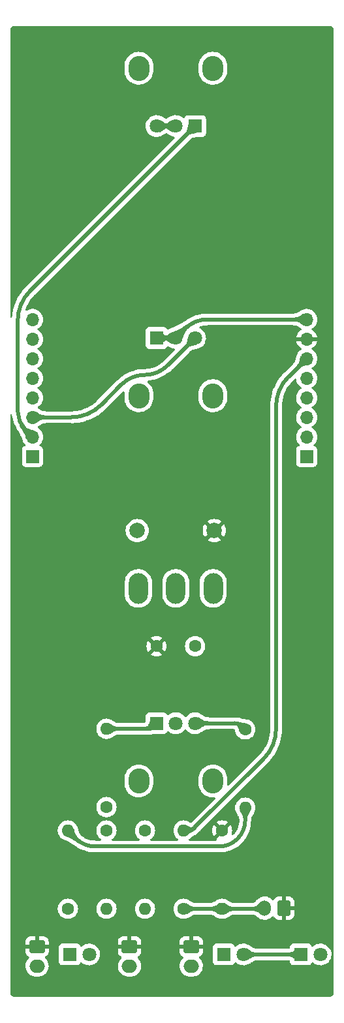
<source format=gtl>
%TF.GenerationSoftware,KiCad,Pcbnew,(6.0.5)*%
%TF.CreationDate,2022-09-08T21:10:03+02:00*%
%TF.ProjectId,Bissell-Bouten_Envelope-o-Matic,42697373-656c-46c2-9d42-6f7574656e5f,1.0*%
%TF.SameCoordinates,Original*%
%TF.FileFunction,Copper,L1,Top*%
%TF.FilePolarity,Positive*%
%FSLAX46Y46*%
G04 Gerber Fmt 4.6, Leading zero omitted, Abs format (unit mm)*
G04 Created by KiCad (PCBNEW (6.0.5)) date 2022-09-08 21:10:03*
%MOMM*%
%LPD*%
G01*
G04 APERTURE LIST*
G04 Aperture macros list*
%AMRoundRect*
0 Rectangle with rounded corners*
0 $1 Rounding radius*
0 $2 $3 $4 $5 $6 $7 $8 $9 X,Y pos of 4 corners*
0 Add a 4 corners polygon primitive as box body*
4,1,4,$2,$3,$4,$5,$6,$7,$8,$9,$2,$3,0*
0 Add four circle primitives for the rounded corners*
1,1,$1+$1,$2,$3*
1,1,$1+$1,$4,$5*
1,1,$1+$1,$6,$7*
1,1,$1+$1,$8,$9*
0 Add four rect primitives between the rounded corners*
20,1,$1+$1,$2,$3,$4,$5,0*
20,1,$1+$1,$4,$5,$6,$7,0*
20,1,$1+$1,$6,$7,$8,$9,0*
20,1,$1+$1,$8,$9,$2,$3,0*%
G04 Aperture macros list end*
%TA.AperFunction,ComponentPad*%
%ADD10C,1.600000*%
%TD*%
%TA.AperFunction,ComponentPad*%
%ADD11O,1.600000X1.600000*%
%TD*%
%TA.AperFunction,ComponentPad*%
%ADD12RoundRect,0.249900X-0.750100X0.600100X-0.750100X-0.600100X0.750100X-0.600100X0.750100X0.600100X0*%
%TD*%
%TA.AperFunction,ComponentPad*%
%ADD13O,2.000000X1.700000*%
%TD*%
%TA.AperFunction,ComponentPad*%
%ADD14C,2.000000*%
%TD*%
%TA.AperFunction,ComponentPad*%
%ADD15R,1.700000X1.700000*%
%TD*%
%TA.AperFunction,ComponentPad*%
%ADD16O,1.700000X1.700000*%
%TD*%
%TA.AperFunction,ComponentPad*%
%ADD17RoundRect,0.249900X0.600100X0.750100X-0.600100X0.750100X-0.600100X-0.750100X0.600100X-0.750100X0*%
%TD*%
%TA.AperFunction,ComponentPad*%
%ADD18O,1.700000X2.000000*%
%TD*%
%TA.AperFunction,ComponentPad*%
%ADD19R,1.800000X1.800000*%
%TD*%
%TA.AperFunction,ComponentPad*%
%ADD20C,1.800000*%
%TD*%
%TA.AperFunction,ComponentPad*%
%ADD21O,2.500000X4.000000*%
%TD*%
%TA.AperFunction,ComponentPad*%
%ADD22O,2.720000X3.240000*%
%TD*%
%TA.AperFunction,Conductor*%
%ADD23C,0.500000*%
%TD*%
G04 APERTURE END LIST*
D10*
%TO.P,R29,1*%
%TO.N,-12V*%
X91000000Y-160880000D03*
D11*
%TO.P,R29,2*%
%TO.N,Net-(GATE_OFFSET1-Pad1)*%
X91000000Y-150720000D03*
%TD*%
D12*
%TO.P,ENV_OUT1,S*%
%TO.N,GND*%
X94000000Y-179000000D03*
D13*
%TO.P,ENV_OUT1,T*%
%TO.N,Net-(ENV_OUT1-PadT)*%
X94000000Y-181500000D03*
%TD*%
D10*
%TO.P,R2,1*%
%TO.N,Net-(R1-Pad2)*%
X101000000Y-174080000D03*
D11*
%TO.P,R2,2*%
%TO.N,SIGNAL_IN*%
X101000000Y-163920000D03*
%TD*%
D10*
%TO.P,C8,1*%
%TO.N,Net-(C8-Pad1)*%
X102500000Y-140000000D03*
%TO.P,C8,2*%
%TO.N,GND*%
X97500000Y-140000000D03*
%TD*%
%TO.P,R28,1*%
%TO.N,Net-(GATE_OFFSET1-Pad3)*%
X109000000Y-150800000D03*
D11*
%TO.P,R28,2*%
%TO.N,+12V*%
X109000000Y-160960000D03*
%TD*%
D14*
%TO.P,C9,1*%
%TO.N,Net-(C9-Pad1)*%
X95000000Y-125000000D03*
%TO.P,C9,2*%
%TO.N,GND*%
X105000000Y-125000000D03*
%TD*%
D12*
%TO.P,ENV_INV1,S*%
%TO.N,GND*%
X102000000Y-179000000D03*
D13*
%TO.P,ENV_INV1,T*%
%TO.N,Net-(ENV_INV1-PadT)*%
X102000000Y-181500000D03*
%TD*%
D15*
%TO.P,CN2,1,Pin_1*%
%TO.N,+12V*%
X116973000Y-115373000D03*
D16*
%TO.P,CN2,2,Pin_2*%
%TO.N,LED2*%
X116973000Y-112833000D03*
%TO.P,CN2,3,Pin_3*%
%TO.N,-12V*%
X116973000Y-110293000D03*
%TO.P,CN2,4,Pin_4*%
%TO.N,LED1*%
X116973000Y-107753000D03*
%TO.P,CN2,5,Pin_5*%
%TO.N,RECT*%
X116973000Y-105213000D03*
%TO.P,CN2,6,Pin_6*%
%TO.N,SIGNAL_IN*%
X116973000Y-102673000D03*
%TO.P,CN2,7,Pin_7*%
%TO.N,GND*%
X116973000Y-100133000D03*
%TO.P,CN2,8,Pin_8*%
%TO.N,CLOCK_SP1*%
X116973000Y-97593000D03*
%TD*%
D12*
%TO.P,GATE_OUT1,S*%
%TO.N,GND*%
X82000000Y-179000000D03*
D13*
%TO.P,GATE_OUT1,T*%
%TO.N,GATE_OUT*%
X82000000Y-181500000D03*
%TD*%
D10*
%TO.P,R3,1*%
%TO.N,ENV_OUT*%
X91000000Y-163920000D03*
D11*
%TO.P,R3,2*%
%TO.N,Net-(ENV_OUT1-PadT)*%
X91000000Y-174080000D03*
%TD*%
D10*
%TO.P,R1,1*%
%TO.N,GND*%
X106000000Y-163920000D03*
D11*
%TO.P,R1,2*%
%TO.N,Net-(R1-Pad2)*%
X106000000Y-174080000D03*
%TD*%
D15*
%TO.P,CN1,1,Pin_1*%
%TO.N,ENV_OUT_INV*%
X81413000Y-115372000D03*
D16*
%TO.P,CN1,2,Pin_2*%
%TO.N,ENV_OUT*%
X81413000Y-112832000D03*
%TO.P,CN1,3,Pin_3*%
%TO.N,CLOCK_SP2*%
X81413000Y-110292000D03*
%TO.P,CN1,4,Pin_4*%
%TO.N,GATE_OFFSET*%
X81413000Y-107752000D03*
%TO.P,CN1,5,Pin_5*%
%TO.N,ENV_SPEED_SWITCH2*%
X81413000Y-105212000D03*
%TO.P,CN1,6,Pin_6*%
%TO.N,GATE_OUT*%
X81413000Y-102672000D03*
%TO.P,CN1,7,Pin_7*%
%TO.N,GAIN_POT*%
X81413000Y-100132000D03*
%TO.P,CN1,8,Pin_8*%
%TO.N,INV2_OUT*%
X81413000Y-97592000D03*
%TD*%
D17*
%TO.P,SIGNAL_IN1,S*%
%TO.N,GND*%
X114000000Y-174000000D03*
D18*
%TO.P,SIGNAL_IN1,T*%
%TO.N,Net-(R1-Pad2)*%
X111500000Y-174000000D03*
%TD*%
D10*
%TO.P,R25,1*%
%TO.N,Net-(LED3-Pad2)*%
X86000000Y-174080000D03*
D11*
%TO.P,R25,2*%
%TO.N,+12V*%
X86000000Y-163920000D03*
%TD*%
D10*
%TO.P,R33,1*%
%TO.N,ENV_OUT_INV*%
X96000000Y-163920000D03*
D11*
%TO.P,R33,2*%
%TO.N,Net-(ENV_INV1-PadT)*%
X96000000Y-174080000D03*
%TD*%
D19*
%TO.P,LED3,1,K*%
%TO.N,INV2_OUT*%
X86230000Y-180000000D03*
D20*
%TO.P,LED3,2,A*%
%TO.N,Net-(LED3-Pad2)*%
X88770000Y-180000000D03*
%TD*%
D19*
%TO.P,LED2,1,K*%
%TO.N,LED2*%
X106230000Y-180000000D03*
D20*
%TO.P,LED2,2,A*%
%TO.N,RECT*%
X108770000Y-180000000D03*
%TD*%
D21*
%TO.P,FAST_SLOW_ENV1,1,A*%
%TO.N,Net-(C9-Pad1)*%
X95150000Y-132500000D03*
%TO.P,FAST_SLOW_ENV1,2,B*%
%TO.N,ENV_SPEED_SWITCH2*%
X100000000Y-132500000D03*
%TO.P,FAST_SLOW_ENV1,3,C*%
%TO.N,Net-(C8-Pad1)*%
X104850000Y-132500000D03*
%TD*%
D22*
%TO.P,GATE_OFFSET1,*%
%TO.N,*%
X95200000Y-157500000D03*
X104800000Y-157500000D03*
D19*
%TO.P,GATE_OFFSET1,1,1*%
%TO.N,Net-(GATE_OFFSET1-Pad1)*%
X97500000Y-150000000D03*
D20*
%TO.P,GATE_OFFSET1,2,2*%
%TO.N,GATE_OFFSET*%
X100000000Y-150000000D03*
%TO.P,GATE_OFFSET1,3,3*%
%TO.N,Net-(GATE_OFFSET1-Pad3)*%
X102500000Y-150000000D03*
%TD*%
D19*
%TO.P,LED1,1,K*%
%TO.N,RECT*%
X116230000Y-180000000D03*
D20*
%TO.P,LED1,2,A*%
%TO.N,LED1*%
X118770000Y-180000000D03*
%TD*%
D22*
%TO.P,CLOCK_SPEED1,*%
%TO.N,*%
X95200000Y-107500000D03*
X104800000Y-107500000D03*
D19*
%TO.P,CLOCK_SPEED1,1,1*%
%TO.N,CLOCK_SP1*%
X97500000Y-100000000D03*
D20*
%TO.P,CLOCK_SPEED1,2,2*%
X100000000Y-100000000D03*
%TO.P,CLOCK_SPEED1,3,3*%
%TO.N,CLOCK_SP2*%
X102500000Y-100000000D03*
%TD*%
D22*
%TO.P,GAIN1,*%
%TO.N,*%
X95200000Y-65000000D03*
X104800000Y-65000000D03*
D19*
%TO.P,GAIN1,1,1*%
%TO.N,ENV_OUT*%
X102500000Y-72500000D03*
D20*
%TO.P,GAIN1,2,2*%
%TO.N,GAIN_POT*%
X100000000Y-72500000D03*
%TO.P,GAIN1,3,3*%
X97500000Y-72500000D03*
%TD*%
D23*
%TO.N,SIGNAL_IN*%
X112999960Y-108899963D02*
G75*
G02*
X114593793Y-105052208I5441540J-37D01*
G01*
X111406200Y-154593785D02*
G75*
G03*
X113000000Y-150746036I-3847800J3847785D01*
G01*
X101540000Y-163919992D02*
G75*
G03*
X102461837Y-163538162I0J1303692D01*
G01*
%TO.N,Net-(GATE_OFFSET1-Pad3)*%
X108599996Y-150400004D02*
G75*
G03*
X107634316Y-150000000I-965696J-965696D01*
G01*
%TO.N,Net-(GATE_OFFSET1-Pad1)*%
X96270883Y-150719993D02*
G75*
G03*
X97140000Y-150360000I17J1229093D01*
G01*
%TO.N,+12V*%
X105585786Y-165999994D02*
G75*
G03*
X108000000Y-165000000I14J3414194D01*
G01*
X89550782Y-166000007D02*
G75*
G02*
X87040000Y-164960000I18J3550807D01*
G01*
X108000004Y-165000004D02*
G75*
G03*
X109000000Y-162585786I-2414204J2414204D01*
G01*
%TO.N,ENV_OUT*%
X79499960Y-97753963D02*
G75*
G02*
X81093793Y-93906208I5441540J-37D01*
G01*
X80456501Y-111875499D02*
G75*
G02*
X79500000Y-109566304I2309199J2309199D01*
G01*
%TO.N,CLOCK_SP2*%
X95950000Y-104799991D02*
G75*
G03*
X98937436Y-103562563I0J4224891D01*
G01*
X92962558Y-106037432D02*
G75*
G02*
X95950000Y-104800000I2987442J-2987468D01*
G01*
X86454036Y-110292010D02*
G75*
G03*
X90301792Y-108698207I-36J5441610D01*
G01*
%TO.N,CLOCK_SP1*%
X101203498Y-98796498D02*
G75*
G02*
X104109006Y-97593000I2905502J-2905502D01*
G01*
X100000000Y-100000000D02*
X97500000Y-100000000D01*
X104109006Y-97593000D02*
X116973000Y-97593000D01*
X101203500Y-98796500D02*
X100000000Y-100000000D01*
%TO.N,CLOCK_SP2*%
X92962562Y-106037436D02*
X90301792Y-108698207D01*
X98937436Y-103562563D02*
X102500000Y-100000000D01*
X86454036Y-110292000D02*
X81413000Y-110292000D01*
%TO.N,ENV_OUT*%
X81093792Y-93906207D02*
X102500000Y-72500000D01*
X79500000Y-97753963D02*
X79500000Y-109566304D01*
X80456500Y-111875500D02*
X81413000Y-112832000D01*
%TO.N,GAIN_POT*%
X100000000Y-72500000D02*
X97500000Y-72500000D01*
%TO.N,+12V*%
X109000000Y-162585786D02*
X109000000Y-160960000D01*
X105585786Y-166000000D02*
X89550782Y-166000000D01*
X87040000Y-164960000D02*
X86000000Y-163920000D01*
%TO.N,RECT*%
X116230000Y-180000000D02*
X108770000Y-180000000D01*
%TO.N,Net-(GATE_OFFSET1-Pad1)*%
X97140000Y-150360000D02*
X97500000Y-150000000D01*
X96270883Y-150720000D02*
X91000000Y-150720000D01*
%TO.N,Net-(GATE_OFFSET1-Pad3)*%
X107634316Y-150000000D02*
X102500000Y-150000000D01*
X108600000Y-150400000D02*
X109000000Y-150800000D01*
%TO.N,Net-(R1-Pad2)*%
X106000000Y-174080000D02*
X101000000Y-174080000D01*
X106000000Y-174080000D02*
X111420000Y-174080000D01*
%TO.N,SIGNAL_IN*%
X111406207Y-154593792D02*
X102461837Y-163538162D01*
X114593792Y-105052207D02*
X116973000Y-102673000D01*
X113000000Y-108899963D02*
X113000000Y-150746036D01*
X101540000Y-163920000D02*
X101000000Y-163920000D01*
%TD*%
%TA.AperFunction,Conductor*%
%TO.N,Net-(R1-Pad2)*%
G36*
X111066012Y-173278312D02*
G01*
X111280228Y-173448727D01*
X111913609Y-173952602D01*
X111917950Y-173960434D01*
X111915189Y-173969394D01*
X111373820Y-174597834D01*
X111208304Y-174789970D01*
X111200308Y-174794002D01*
X111195013Y-174793164D01*
X111039367Y-174729520D01*
X111038743Y-174729244D01*
X110899834Y-174662769D01*
X110899401Y-174662550D01*
X110777447Y-174597834D01*
X110777315Y-174597763D01*
X110665147Y-174536384D01*
X110665116Y-174536367D01*
X110602922Y-174504326D01*
X110555842Y-174480071D01*
X110555833Y-174480067D01*
X110555686Y-174479991D01*
X110508435Y-174459341D01*
X110442160Y-174430377D01*
X110442151Y-174430373D01*
X110441914Y-174430270D01*
X110441669Y-174430189D01*
X110441664Y-174430187D01*
X110316902Y-174388897D01*
X110316630Y-174388807D01*
X110172662Y-174357205D01*
X110172384Y-174357172D01*
X110172378Y-174357171D01*
X110003072Y-174337095D01*
X110003066Y-174337095D01*
X110002842Y-174337068D01*
X109811292Y-174330393D01*
X109803144Y-174326681D01*
X109800000Y-174318701D01*
X109800000Y-173841255D01*
X109803427Y-173832982D01*
X109811247Y-173829564D01*
X109988649Y-173822687D01*
X109988933Y-173822676D01*
X110146860Y-173801487D01*
X110147193Y-173801402D01*
X110147200Y-173801401D01*
X110225771Y-173781426D01*
X110280161Y-173767599D01*
X110317251Y-173752958D01*
X110394889Y-173722312D01*
X110394896Y-173722309D01*
X110395212Y-173722184D01*
X110498391Y-173666410D01*
X110596076Y-173601447D01*
X110596202Y-173601354D01*
X110694594Y-173528502D01*
X110694646Y-173528463D01*
X110800380Y-173448702D01*
X110800556Y-173448572D01*
X110919724Y-173363274D01*
X110920189Y-173362958D01*
X110958620Y-173338154D01*
X111052385Y-173277638D01*
X111061194Y-173276031D01*
X111066012Y-173278312D01*
G37*
%TD.AperFunction*%
%TD*%
%TA.AperFunction,Conductor*%
%TO.N,SIGNAL_IN*%
G36*
X101281588Y-163171643D02*
G01*
X101395424Y-163220168D01*
X101396272Y-163220572D01*
X101465984Y-163257303D01*
X101509013Y-163279975D01*
X101509416Y-163280197D01*
X101605274Y-163335626D01*
X101615600Y-163341597D01*
X101716796Y-163399011D01*
X101814646Y-163446460D01*
X101815006Y-163446578D01*
X101815013Y-163446581D01*
X101886212Y-163469947D01*
X101910976Y-163478074D01*
X102007615Y-163487983D01*
X102008419Y-163487839D01*
X102008423Y-163487839D01*
X102105571Y-163470465D01*
X102105574Y-163470464D01*
X102106390Y-163470318D01*
X102209128Y-163419209D01*
X102309452Y-163335626D01*
X102318001Y-163332963D01*
X102325213Y-163336342D01*
X102662670Y-163673799D01*
X102666097Y-163682072D01*
X102662403Y-163690604D01*
X102534301Y-163810807D01*
X102533683Y-163811348D01*
X102410660Y-163911523D01*
X102409991Y-163912028D01*
X102340638Y-163960602D01*
X102297682Y-163990688D01*
X102297056Y-163991097D01*
X102192451Y-164054810D01*
X102192077Y-164055028D01*
X102092093Y-164110366D01*
X102092017Y-164110407D01*
X101994166Y-164163626D01*
X101994045Y-164163692D01*
X101993960Y-164163742D01*
X101993938Y-164163754D01*
X101936949Y-164197039D01*
X101895242Y-164221398D01*
X101895090Y-164221500D01*
X101793018Y-164289842D01*
X101793011Y-164289847D01*
X101792823Y-164289973D01*
X101683924Y-164375906D01*
X101683762Y-164376057D01*
X101683759Y-164376059D01*
X101571853Y-164479958D01*
X101563458Y-164483076D01*
X101558294Y-164481658D01*
X100614695Y-163967569D01*
X100609070Y-163960602D01*
X100610019Y-163951697D01*
X100611367Y-163949731D01*
X101268074Y-163174842D01*
X101276037Y-163170746D01*
X101281588Y-163171643D01*
G37*
%TD.AperFunction*%
%TD*%
%TA.AperFunction,Conductor*%
%TO.N,Net-(GATE_OFFSET1-Pad3)*%
G36*
X107849680Y-149759702D02*
G01*
X107850534Y-149759777D01*
X107910896Y-149767333D01*
X108008819Y-149779592D01*
X108009704Y-149779737D01*
X108144881Y-149807302D01*
X108145649Y-149807486D01*
X108264574Y-149840232D01*
X108265065Y-149840379D01*
X108374562Y-149875759D01*
X108374649Y-149875787D01*
X108481480Y-149911225D01*
X108592034Y-149943995D01*
X108592213Y-149944036D01*
X108592222Y-149944038D01*
X108712797Y-149971425D01*
X108712801Y-149971426D01*
X108713031Y-149971478D01*
X108713254Y-149971510D01*
X108713267Y-149971512D01*
X108850945Y-149991021D01*
X108850955Y-149991022D01*
X108851195Y-149991056D01*
X108851435Y-149991069D01*
X108851441Y-149991070D01*
X108928851Y-149995395D01*
X109004877Y-149999642D01*
X109012945Y-150003525D01*
X109015494Y-150008189D01*
X109303133Y-151042650D01*
X109302048Y-151051537D01*
X109294995Y-151057055D01*
X109292678Y-151057454D01*
X108751000Y-151095366D01*
X108279391Y-151128373D01*
X108270900Y-151125533D01*
X108267660Y-151120917D01*
X108222276Y-151003388D01*
X108221959Y-151002450D01*
X108185641Y-150877979D01*
X108185515Y-150877510D01*
X108155558Y-150756331D01*
X108155551Y-150756301D01*
X108126376Y-150641427D01*
X108092401Y-150535986D01*
X108047975Y-150442831D01*
X107987450Y-150364816D01*
X107986785Y-150364331D01*
X107986782Y-150364328D01*
X107905857Y-150305293D01*
X107905854Y-150305292D01*
X107905175Y-150304796D01*
X107904380Y-150304512D01*
X107796148Y-150265854D01*
X107796144Y-150265853D01*
X107795500Y-150265623D01*
X107794820Y-150265549D01*
X107794819Y-150265549D01*
X107757517Y-150261506D01*
X107663390Y-150251302D01*
X107655535Y-150247004D01*
X107652954Y-150239477D01*
X107660857Y-149762320D01*
X107664420Y-149754105D01*
X107673141Y-149750829D01*
X107849680Y-149759702D01*
G37*
%TD.AperFunction*%
%TD*%
%TA.AperFunction,Conductor*%
%TO.N,Net-(GATE_OFFSET1-Pad1)*%
G36*
X97852028Y-149735725D02*
G01*
X97859726Y-149740301D01*
X97861934Y-149748979D01*
X97861516Y-149750813D01*
X97651067Y-150419789D01*
X97502548Y-150891901D01*
X97496796Y-150898765D01*
X97491510Y-150900089D01*
X97312300Y-150901960D01*
X97151359Y-150907280D01*
X97151343Y-150907281D01*
X97151339Y-150907281D01*
X97009669Y-150915120D01*
X96879763Y-150924637D01*
X96879759Y-150924637D01*
X96879723Y-150924640D01*
X96754035Y-150934998D01*
X96754011Y-150935000D01*
X96625137Y-150945351D01*
X96624995Y-150945362D01*
X96485392Y-150954870D01*
X96485177Y-150954883D01*
X96327314Y-150962715D01*
X96327072Y-150962724D01*
X96241606Y-150965197D01*
X96143489Y-150968037D01*
X96143305Y-150968041D01*
X96073717Y-150968669D01*
X95938034Y-150969893D01*
X95929730Y-150966540D01*
X95926228Y-150958193D01*
X95926228Y-150480789D01*
X95929655Y-150472516D01*
X95936981Y-150469127D01*
X96086412Y-150457002D01*
X96086984Y-150456834D01*
X96086989Y-150456833D01*
X96212358Y-150419996D01*
X96212357Y-150419996D01*
X96213063Y-150419789D01*
X96311932Y-150361028D01*
X96312457Y-150360498D01*
X96388341Y-150283819D01*
X96388343Y-150283816D01*
X96388767Y-150283388D01*
X96449319Y-150189537D01*
X96499339Y-150082144D01*
X96544575Y-149963877D01*
X96590726Y-149837550D01*
X96590848Y-149837231D01*
X96643548Y-149705772D01*
X96643880Y-149705022D01*
X96705354Y-149578217D01*
X96712047Y-149572268D01*
X96717555Y-149571741D01*
X97852028Y-149735725D01*
G37*
%TD.AperFunction*%
%TD*%
%TA.AperFunction,Conductor*%
%TO.N,CLOCK_SP1*%
G36*
X101776407Y-98033561D02*
G01*
X102032303Y-98436006D01*
X102033850Y-98444826D01*
X102029030Y-98451944D01*
X101788084Y-98616529D01*
X101588429Y-98778552D01*
X101431378Y-98936151D01*
X101308898Y-99093848D01*
X101212956Y-99256166D01*
X101135518Y-99427627D01*
X101068553Y-99612754D01*
X101068513Y-99612881D01*
X101004026Y-99816069D01*
X100933921Y-100042041D01*
X100933854Y-100042247D01*
X100852755Y-100287494D01*
X100846904Y-100294273D01*
X100841877Y-100295519D01*
X100128188Y-100309471D01*
X99681802Y-100318198D01*
X99702084Y-99280764D01*
X99704486Y-99157885D01*
X99708074Y-99149681D01*
X99712206Y-99147111D01*
X99719881Y-99144337D01*
X99968293Y-99054536D01*
X99968327Y-99054522D01*
X99968339Y-99054518D01*
X100191650Y-98965642D01*
X100191753Y-98965601D01*
X100385337Y-98879205D01*
X100465909Y-98838605D01*
X100559229Y-98791581D01*
X100559245Y-98791572D01*
X100559355Y-98791517D01*
X100724120Y-98698704D01*
X100889945Y-98596934D01*
X101067143Y-98482374D01*
X101266025Y-98351192D01*
X101266044Y-98351180D01*
X101496816Y-98199613D01*
X101496904Y-98199555D01*
X101760200Y-98030002D01*
X101769010Y-98028404D01*
X101776407Y-98033561D01*
G37*
%TD.AperFunction*%
%TD*%
%TA.AperFunction,Conductor*%
%TO.N,CLOCK_SP1*%
G36*
X97899769Y-99193923D02*
G01*
X98052652Y-99274219D01*
X98053257Y-99274560D01*
X98189333Y-99356676D01*
X98189720Y-99356919D01*
X98309348Y-99435641D01*
X98309411Y-99435683D01*
X98419593Y-99509219D01*
X98419606Y-99509227D01*
X98419649Y-99509256D01*
X98419709Y-99509293D01*
X98527541Y-99575901D01*
X98527549Y-99575906D01*
X98527736Y-99576021D01*
X98640896Y-99634304D01*
X98641191Y-99634417D01*
X98641195Y-99634419D01*
X98747975Y-99675397D01*
X98766416Y-99682474D01*
X98911582Y-99718901D01*
X99083681Y-99741953D01*
X99290000Y-99750000D01*
X99290000Y-100250000D01*
X99083681Y-100258046D01*
X98911582Y-100281098D01*
X98766416Y-100317525D01*
X98750000Y-100323825D01*
X98747975Y-100324602D01*
X98641195Y-100365580D01*
X98641191Y-100365582D01*
X98640896Y-100365695D01*
X98527736Y-100423978D01*
X98527549Y-100424093D01*
X98527541Y-100424098D01*
X98432709Y-100482676D01*
X98419649Y-100490743D01*
X98419606Y-100490772D01*
X98419593Y-100490780D01*
X98309411Y-100564316D01*
X98309348Y-100564358D01*
X98189720Y-100643080D01*
X98189333Y-100643323D01*
X98053257Y-100725439D01*
X98052652Y-100725780D01*
X97899769Y-100806077D01*
X97890852Y-100806890D01*
X97886219Y-100804152D01*
X97490772Y-100423870D01*
X97058769Y-100008433D01*
X97055181Y-100000229D01*
X97058769Y-99991567D01*
X97316058Y-99744145D01*
X97886219Y-99195848D01*
X97894558Y-99192583D01*
X97899769Y-99193923D01*
G37*
%TD.AperFunction*%
%TD*%
%TA.AperFunction,Conductor*%
%TO.N,CLOCK_SP1*%
G36*
X99613782Y-99195848D02*
G01*
X100450000Y-100000000D01*
X100128188Y-100309471D01*
X100126596Y-100311002D01*
X99613781Y-100804152D01*
X99605442Y-100807417D01*
X99600231Y-100806077D01*
X99447347Y-100725780D01*
X99446742Y-100725439D01*
X99310666Y-100643323D01*
X99310279Y-100643080D01*
X99190651Y-100564358D01*
X99190588Y-100564316D01*
X99080406Y-100490780D01*
X99080393Y-100490772D01*
X99080350Y-100490743D01*
X99067290Y-100482676D01*
X98972458Y-100424098D01*
X98972450Y-100424093D01*
X98972263Y-100423978D01*
X98859103Y-100365695D01*
X98858808Y-100365582D01*
X98858804Y-100365580D01*
X98752025Y-100324602D01*
X98750000Y-100323825D01*
X98733583Y-100317525D01*
X98588417Y-100281098D01*
X98416318Y-100258046D01*
X98210000Y-100250000D01*
X98210000Y-99750000D01*
X98416318Y-99741953D01*
X98588417Y-99718901D01*
X98733583Y-99682474D01*
X98750000Y-99676174D01*
X98752025Y-99675397D01*
X98858804Y-99634419D01*
X98858808Y-99634417D01*
X98859103Y-99634304D01*
X98972263Y-99576021D01*
X98972450Y-99575906D01*
X98972458Y-99575901D01*
X99080290Y-99509293D01*
X99080350Y-99509256D01*
X99080393Y-99509227D01*
X99080406Y-99509219D01*
X99190588Y-99435683D01*
X99190651Y-99435641D01*
X99310279Y-99356919D01*
X99310666Y-99356676D01*
X99362547Y-99325368D01*
X99446748Y-99274557D01*
X99447347Y-99274219D01*
X99465430Y-99264722D01*
X99530776Y-99230402D01*
X99600231Y-99193923D01*
X99609149Y-99193110D01*
X99613782Y-99195848D01*
G37*
%TD.AperFunction*%
%TD*%
%TA.AperFunction,Conductor*%
%TO.N,CLOCK_SP1*%
G36*
X116608562Y-96833836D02*
G01*
X117141149Y-97345998D01*
X117389231Y-97584567D01*
X117392819Y-97592771D01*
X117389231Y-97601433D01*
X116684446Y-98279191D01*
X116608563Y-98352164D01*
X116600224Y-98355429D01*
X116595033Y-98354100D01*
X116452002Y-98279336D01*
X116451439Y-98279021D01*
X116323354Y-98202800D01*
X116323006Y-98202585D01*
X116210066Y-98129907D01*
X116210035Y-98129887D01*
X116105740Y-98062309D01*
X116105739Y-98062308D01*
X116105652Y-98062252D01*
X116003166Y-98001135D01*
X116002975Y-98001041D01*
X116002967Y-98001036D01*
X115936217Y-97967968D01*
X115895847Y-97947968D01*
X115895565Y-97947864D01*
X115777246Y-97904275D01*
X115777241Y-97904274D01*
X115776933Y-97904160D01*
X115639661Y-97871122D01*
X115639354Y-97871083D01*
X115639351Y-97871082D01*
X115477521Y-97850297D01*
X115477519Y-97850297D01*
X115477271Y-97850265D01*
X115348286Y-97845441D01*
X115294263Y-97843421D01*
X115286123Y-97839687D01*
X115283000Y-97831729D01*
X115283000Y-97354271D01*
X115286427Y-97345998D01*
X115294263Y-97342579D01*
X115358639Y-97340171D01*
X115477271Y-97335734D01*
X115477519Y-97335702D01*
X115477521Y-97335702D01*
X115639351Y-97314917D01*
X115639354Y-97314916D01*
X115639661Y-97314877D01*
X115776933Y-97281839D01*
X115777241Y-97281725D01*
X115777246Y-97281724D01*
X115895565Y-97238135D01*
X115895567Y-97238134D01*
X115895847Y-97238031D01*
X115936217Y-97218031D01*
X116002967Y-97184963D01*
X116002975Y-97184958D01*
X116003166Y-97184864D01*
X116105652Y-97123747D01*
X116210066Y-97056092D01*
X116323006Y-96983414D01*
X116323354Y-96983199D01*
X116451439Y-96906978D01*
X116452002Y-96906663D01*
X116595033Y-96831900D01*
X116603953Y-96831105D01*
X116608562Y-96833836D01*
G37*
%TD.AperFunction*%
%TD*%
%TA.AperFunction,Conductor*%
%TO.N,SIGNAL_IN*%
G36*
X117269694Y-102375983D02*
G01*
X117273282Y-102384645D01*
X117272941Y-102402085D01*
X117253055Y-103419395D01*
X117252114Y-103467507D01*
X117248526Y-103475711D01*
X117243915Y-103478442D01*
X117089925Y-103526709D01*
X117089305Y-103526885D01*
X117031216Y-103541631D01*
X116944804Y-103563568D01*
X116944434Y-103563655D01*
X116867752Y-103580288D01*
X116813211Y-103592118D01*
X116813175Y-103592126D01*
X116691504Y-103618118D01*
X116575820Y-103647370D01*
X116575608Y-103647442D01*
X116575603Y-103647443D01*
X116470311Y-103682971D01*
X116462339Y-103685661D01*
X116462059Y-103685790D01*
X116462052Y-103685793D01*
X116393613Y-103717382D01*
X116347277Y-103738769D01*
X116346980Y-103738951D01*
X116227119Y-103812309D01*
X116227114Y-103812312D01*
X116226850Y-103812474D01*
X116226612Y-103812658D01*
X116226603Y-103812664D01*
X116100132Y-103910345D01*
X116097274Y-103912553D01*
X116097091Y-103912722D01*
X116097086Y-103912727D01*
X115963028Y-104037120D01*
X115954633Y-104040235D01*
X115946797Y-104036816D01*
X115609184Y-103699202D01*
X115605757Y-103690929D01*
X115608880Y-103682971D01*
X115733272Y-103548912D01*
X115733277Y-103548907D01*
X115733446Y-103548724D01*
X115750374Y-103526807D01*
X115833335Y-103419395D01*
X115833341Y-103419386D01*
X115833525Y-103419148D01*
X115907230Y-103298722D01*
X115960338Y-103183660D01*
X115998629Y-103070179D01*
X116027881Y-102954495D01*
X116053873Y-102832824D01*
X116082344Y-102701565D01*
X116082435Y-102701180D01*
X116119114Y-102556694D01*
X116119290Y-102556074D01*
X116167558Y-102402085D01*
X116173302Y-102395215D01*
X116178491Y-102393886D01*
X116945034Y-102378902D01*
X117261355Y-102372718D01*
X117269694Y-102375983D01*
G37*
%TD.AperFunction*%
%TD*%
%TA.AperFunction,Conductor*%
%TO.N,CLOCK_SP2*%
G36*
X102814372Y-99685306D02*
G01*
X102817960Y-99693968D01*
X102811332Y-100033002D01*
X102796356Y-100799085D01*
X102795522Y-100841721D01*
X102791934Y-100849925D01*
X102787302Y-100852662D01*
X102622427Y-100903985D01*
X102621763Y-100904171D01*
X102467422Y-100942340D01*
X102467015Y-100942433D01*
X102326765Y-100971357D01*
X102265122Y-100983653D01*
X102196801Y-100997280D01*
X102196789Y-100997283D01*
X102196717Y-100997297D01*
X102073078Y-101026516D01*
X102072873Y-101026582D01*
X102072868Y-101026583D01*
X101952152Y-101065223D01*
X101951849Y-101065320D01*
X101829032Y-101120014D01*
X101700626Y-101196905D01*
X101562634Y-101302297D01*
X101419315Y-101434857D01*
X101410917Y-101437958D01*
X101403100Y-101434540D01*
X101065459Y-101096899D01*
X101062032Y-101088626D01*
X101065142Y-101080683D01*
X101197702Y-100937364D01*
X101303094Y-100799372D01*
X101379984Y-100670966D01*
X101434678Y-100548149D01*
X101473483Y-100426920D01*
X101502702Y-100303281D01*
X101528642Y-100173233D01*
X101557566Y-100032983D01*
X101557663Y-100032556D01*
X101595828Y-99878239D01*
X101596015Y-99877571D01*
X101647338Y-99712698D01*
X101653069Y-99705817D01*
X101658279Y-99704477D01*
X102116893Y-99695512D01*
X102806033Y-99682041D01*
X102814372Y-99685306D01*
G37*
%TD.AperFunction*%
%TD*%
%TA.AperFunction,Conductor*%
%TO.N,CLOCK_SP2*%
G36*
X81790967Y-109530900D02*
G01*
X81933997Y-109605663D01*
X81934560Y-109605978D01*
X82062645Y-109682199D01*
X82062993Y-109682414D01*
X82175933Y-109755092D01*
X82280347Y-109822747D01*
X82382833Y-109883864D01*
X82383024Y-109883958D01*
X82383032Y-109883963D01*
X82449782Y-109917031D01*
X82490152Y-109937031D01*
X82490432Y-109937134D01*
X82490434Y-109937135D01*
X82608753Y-109980724D01*
X82608758Y-109980725D01*
X82609066Y-109980839D01*
X82746338Y-110013877D01*
X82746645Y-110013916D01*
X82746648Y-110013917D01*
X82908478Y-110034702D01*
X82908480Y-110034702D01*
X82908728Y-110034734D01*
X83027716Y-110039184D01*
X83091737Y-110041579D01*
X83099877Y-110045313D01*
X83103000Y-110053271D01*
X83103000Y-110530729D01*
X83099573Y-110539002D01*
X83091737Y-110542421D01*
X83038137Y-110544426D01*
X82908728Y-110549265D01*
X82908480Y-110549297D01*
X82908478Y-110549297D01*
X82746648Y-110570082D01*
X82746645Y-110570083D01*
X82746338Y-110570122D01*
X82609066Y-110603160D01*
X82608758Y-110603274D01*
X82608753Y-110603275D01*
X82490434Y-110646864D01*
X82490152Y-110646968D01*
X82449782Y-110666968D01*
X82383032Y-110700036D01*
X82383024Y-110700041D01*
X82382833Y-110700135D01*
X82280347Y-110761252D01*
X82280260Y-110761308D01*
X82280259Y-110761309D01*
X82175964Y-110828887D01*
X82175933Y-110828907D01*
X82062993Y-110901585D01*
X82062645Y-110901800D01*
X81934560Y-110978021D01*
X81933997Y-110978336D01*
X81790967Y-111053100D01*
X81782048Y-111053895D01*
X81777437Y-111051164D01*
X81701554Y-110978191D01*
X80996769Y-110300433D01*
X80993181Y-110292229D01*
X80996769Y-110283567D01*
X81255516Y-110034743D01*
X81777437Y-109532836D01*
X81785776Y-109529571D01*
X81790967Y-109530900D01*
G37*
%TD.AperFunction*%
%TD*%
%TA.AperFunction,Conductor*%
%TO.N,ENV_OUT*%
G36*
X102814372Y-72185305D02*
G01*
X102817960Y-72193967D01*
X102795522Y-73341721D01*
X102791934Y-73349925D01*
X102787302Y-73352662D01*
X102622427Y-73403985D01*
X102621763Y-73404171D01*
X102467421Y-73442340D01*
X102467014Y-73442433D01*
X102326765Y-73471357D01*
X102265122Y-73483653D01*
X102196801Y-73497280D01*
X102196789Y-73497283D01*
X102196717Y-73497297D01*
X102073078Y-73526517D01*
X102072873Y-73526583D01*
X102072868Y-73526584D01*
X101952152Y-73565224D01*
X101951849Y-73565321D01*
X101829032Y-73620015D01*
X101700626Y-73696906D01*
X101562634Y-73802297D01*
X101419315Y-73934858D01*
X101410917Y-73937959D01*
X101403100Y-73934541D01*
X101065459Y-73596900D01*
X101062032Y-73588627D01*
X101065142Y-73580684D01*
X101197702Y-73437365D01*
X101303093Y-73299373D01*
X101379984Y-73170967D01*
X101434678Y-73048150D01*
X101473482Y-72926921D01*
X101502702Y-72803282D01*
X101528642Y-72673234D01*
X101557566Y-72532985D01*
X101557663Y-72532558D01*
X101595827Y-72378240D01*
X101596014Y-72377572D01*
X101647337Y-72212699D01*
X101653068Y-72205818D01*
X101658279Y-72204478D01*
X102115552Y-72195539D01*
X102806033Y-72182040D01*
X102814372Y-72185305D01*
G37*
%TD.AperFunction*%
%TD*%
%TA.AperFunction,Conductor*%
%TO.N,ENV_OUT*%
G36*
X80162342Y-111087591D02*
G01*
X80289563Y-111287761D01*
X80419583Y-111452663D01*
X80549281Y-111580054D01*
X80681560Y-111677167D01*
X80681921Y-111677361D01*
X80819035Y-111751082D01*
X80819039Y-111751084D01*
X80819322Y-111751236D01*
X80819627Y-111751357D01*
X80819630Y-111751359D01*
X80965262Y-111809411D01*
X80965468Y-111809493D01*
X80965664Y-111809555D01*
X80965670Y-111809557D01*
X81122824Y-111859148D01*
X81122902Y-111859172D01*
X81294525Y-111907506D01*
X81294584Y-111907523D01*
X81483047Y-111961675D01*
X81483409Y-111961785D01*
X81608205Y-112002054D01*
X81684008Y-112026513D01*
X81690828Y-112032315D01*
X81692112Y-112037419D01*
X81713282Y-113120355D01*
X81710017Y-113128694D01*
X81701355Y-113132282D01*
X81047262Y-113119495D01*
X80618152Y-113111107D01*
X80609948Y-113107519D01*
X80607361Y-113103341D01*
X80530629Y-112888284D01*
X80530605Y-112888216D01*
X80458138Y-112698413D01*
X80389282Y-112532900D01*
X80320649Y-112383037D01*
X80248849Y-112240187D01*
X80170491Y-112095711D01*
X80082186Y-111940970D01*
X79980543Y-111767325D01*
X79862173Y-111566138D01*
X79729601Y-111338907D01*
X79728392Y-111330034D01*
X79733842Y-111322887D01*
X80034899Y-111148462D01*
X80146603Y-111083743D01*
X80155479Y-111082561D01*
X80162342Y-111087591D01*
G37*
%TD.AperFunction*%
%TD*%
%TA.AperFunction,Conductor*%
%TO.N,GAIN_POT*%
G36*
X99613782Y-71695848D02*
G01*
X100189734Y-72249714D01*
X100441231Y-72491567D01*
X100444819Y-72499771D01*
X100441231Y-72508433D01*
X100009228Y-72923870D01*
X99613781Y-73304152D01*
X99605442Y-73307417D01*
X99600231Y-73306077D01*
X99447347Y-73225780D01*
X99446742Y-73225439D01*
X99310666Y-73143323D01*
X99310279Y-73143080D01*
X99190651Y-73064358D01*
X99190588Y-73064316D01*
X99080406Y-72990780D01*
X99080393Y-72990772D01*
X99080350Y-72990743D01*
X99067290Y-72982676D01*
X98972458Y-72924098D01*
X98972450Y-72924093D01*
X98972263Y-72923978D01*
X98859103Y-72865695D01*
X98858808Y-72865582D01*
X98858804Y-72865580D01*
X98752025Y-72824602D01*
X98750000Y-72823825D01*
X98733583Y-72817525D01*
X98588417Y-72781098D01*
X98416318Y-72758046D01*
X98210000Y-72750000D01*
X98210000Y-72250000D01*
X98416318Y-72241953D01*
X98588417Y-72218901D01*
X98733583Y-72182474D01*
X98750000Y-72176174D01*
X98752025Y-72175397D01*
X98858804Y-72134419D01*
X98858808Y-72134417D01*
X98859103Y-72134304D01*
X98972263Y-72076021D01*
X98972450Y-72075906D01*
X98972458Y-72075901D01*
X99080290Y-72009293D01*
X99080350Y-72009256D01*
X99080393Y-72009227D01*
X99080406Y-72009219D01*
X99190588Y-71935683D01*
X99190651Y-71935641D01*
X99310279Y-71856919D01*
X99310666Y-71856676D01*
X99446742Y-71774560D01*
X99447347Y-71774219D01*
X99600231Y-71693923D01*
X99609149Y-71693110D01*
X99613782Y-71695848D01*
G37*
%TD.AperFunction*%
%TD*%
%TA.AperFunction,Conductor*%
%TO.N,GAIN_POT*%
G36*
X97899769Y-71693923D02*
G01*
X98052652Y-71774219D01*
X98053257Y-71774560D01*
X98189333Y-71856676D01*
X98189720Y-71856919D01*
X98309348Y-71935641D01*
X98309411Y-71935683D01*
X98419593Y-72009219D01*
X98419606Y-72009227D01*
X98419649Y-72009256D01*
X98419709Y-72009293D01*
X98527541Y-72075901D01*
X98527549Y-72075906D01*
X98527736Y-72076021D01*
X98640896Y-72134304D01*
X98641191Y-72134417D01*
X98641195Y-72134419D01*
X98747975Y-72175397D01*
X98766416Y-72182474D01*
X98911582Y-72218901D01*
X99083681Y-72241953D01*
X99290000Y-72250000D01*
X99290000Y-72750000D01*
X99083681Y-72758046D01*
X98911582Y-72781098D01*
X98766416Y-72817525D01*
X98750000Y-72823825D01*
X98747975Y-72824602D01*
X98641195Y-72865580D01*
X98641191Y-72865582D01*
X98640896Y-72865695D01*
X98527736Y-72923978D01*
X98527549Y-72924093D01*
X98527541Y-72924098D01*
X98432709Y-72982676D01*
X98419649Y-72990743D01*
X98419606Y-72990772D01*
X98419593Y-72990780D01*
X98309411Y-73064316D01*
X98309348Y-73064358D01*
X98189720Y-73143080D01*
X98189333Y-73143323D01*
X98053257Y-73225439D01*
X98052652Y-73225780D01*
X97899769Y-73306077D01*
X97890852Y-73306890D01*
X97886219Y-73304152D01*
X97490772Y-72923870D01*
X97058769Y-72508433D01*
X97055181Y-72500229D01*
X97058769Y-72491567D01*
X97316058Y-72244145D01*
X97886219Y-71695848D01*
X97894558Y-71692583D01*
X97899769Y-71693923D01*
G37*
%TD.AperFunction*%
%TD*%
%TA.AperFunction,Conductor*%
%TO.N,+12V*%
G36*
X109008433Y-160568769D02*
G01*
X109714178Y-161302657D01*
X109717443Y-161310996D01*
X109716126Y-161316162D01*
X109647514Y-161448145D01*
X109646901Y-161449324D01*
X109646616Y-161449839D01*
X109576289Y-161569930D01*
X109576114Y-161570220D01*
X109509465Y-161676488D01*
X109447770Y-161775009D01*
X109447735Y-161775071D01*
X109447723Y-161775090D01*
X109412034Y-161837424D01*
X109392300Y-161871889D01*
X109344246Y-161973367D01*
X109344146Y-161973652D01*
X109344143Y-161973659D01*
X109304907Y-162085371D01*
X109304905Y-162085379D01*
X109304799Y-162085680D01*
X109275148Y-162215065D01*
X109256485Y-162367759D01*
X109256476Y-162367999D01*
X109256476Y-162368005D01*
X109250402Y-162538716D01*
X109246683Y-162546862D01*
X109238709Y-162550000D01*
X108761291Y-162550000D01*
X108753018Y-162546573D01*
X108749598Y-162538716D01*
X108743523Y-162368005D01*
X108743523Y-162367999D01*
X108743514Y-162367759D01*
X108724851Y-162215065D01*
X108695200Y-162085680D01*
X108695094Y-162085379D01*
X108695092Y-162085371D01*
X108655856Y-161973659D01*
X108655853Y-161973652D01*
X108655753Y-161973367D01*
X108607699Y-161871889D01*
X108587965Y-161837424D01*
X108552276Y-161775090D01*
X108552264Y-161775071D01*
X108552229Y-161775009D01*
X108490534Y-161676488D01*
X108423885Y-161570220D01*
X108423710Y-161569930D01*
X108353383Y-161449839D01*
X108353098Y-161449324D01*
X108283874Y-161316164D01*
X108283098Y-161307242D01*
X108285822Y-161302657D01*
X108991567Y-160568769D01*
X108999771Y-160565181D01*
X109008433Y-160568769D01*
G37*
%TD.AperFunction*%
%TD*%
%TA.AperFunction,Conductor*%
%TO.N,+12V*%
G36*
X86051643Y-163643697D02*
G01*
X86747428Y-163657298D01*
X86755631Y-163660886D01*
X86758300Y-163665304D01*
X86819523Y-163849533D01*
X86827819Y-163874497D01*
X86827874Y-163874667D01*
X86889037Y-164068553D01*
X86946044Y-164243206D01*
X87005643Y-164402356D01*
X87074611Y-164549824D01*
X87159725Y-164689431D01*
X87267762Y-164824998D01*
X87405500Y-164960343D01*
X87579715Y-165099289D01*
X87787787Y-165239332D01*
X87792737Y-165246793D01*
X87791166Y-165255253D01*
X87537813Y-165659269D01*
X87530516Y-165664456D01*
X87521610Y-165662916D01*
X87292669Y-165516889D01*
X87292538Y-165516805D01*
X87090832Y-165384339D01*
X87090768Y-165384296D01*
X86917403Y-165268784D01*
X86917355Y-165268752D01*
X86763123Y-165166999D01*
X86619129Y-165076023D01*
X86559734Y-165041384D01*
X86476485Y-164992832D01*
X86476467Y-164992822D01*
X86476364Y-164992762D01*
X86476250Y-164992703D01*
X86476231Y-164992692D01*
X86397295Y-164951476D01*
X86325823Y-164914158D01*
X86158496Y-164837151D01*
X86158362Y-164837097D01*
X86158347Y-164837090D01*
X85965484Y-164758726D01*
X85965481Y-164758725D01*
X85965378Y-164758683D01*
X85744998Y-164678438D01*
X85738397Y-164672387D01*
X85737303Y-164667673D01*
X85735005Y-164550092D01*
X85717396Y-163649323D01*
X85720661Y-163640984D01*
X85729323Y-163637396D01*
X86051643Y-163643697D01*
G37*
%TD.AperFunction*%
%TD*%
%TA.AperFunction,Conductor*%
%TO.N,RECT*%
G36*
X109169769Y-179193923D02*
G01*
X109322652Y-179274219D01*
X109323257Y-179274560D01*
X109459333Y-179356676D01*
X109459720Y-179356919D01*
X109579348Y-179435641D01*
X109579411Y-179435683D01*
X109689593Y-179509219D01*
X109689606Y-179509227D01*
X109689649Y-179509256D01*
X109689709Y-179509293D01*
X109797541Y-179575901D01*
X109797549Y-179575906D01*
X109797736Y-179576021D01*
X109910896Y-179634304D01*
X109911191Y-179634417D01*
X109911195Y-179634419D01*
X109992474Y-179665611D01*
X110036416Y-179682474D01*
X110036763Y-179682561D01*
X110036769Y-179682563D01*
X110106537Y-179700070D01*
X110181582Y-179718901D01*
X110271151Y-179730898D01*
X110353409Y-179741917D01*
X110353418Y-179741918D01*
X110353681Y-179741953D01*
X110353943Y-179741963D01*
X110353952Y-179741964D01*
X110448789Y-179745662D01*
X110548757Y-179749561D01*
X110556889Y-179753308D01*
X110560000Y-179761252D01*
X110560000Y-180238747D01*
X110556573Y-180247020D01*
X110548756Y-180250438D01*
X110353952Y-180258035D01*
X110353943Y-180258036D01*
X110353681Y-180258046D01*
X110353418Y-180258081D01*
X110353409Y-180258082D01*
X110271151Y-180269101D01*
X110181582Y-180281098D01*
X110106537Y-180299929D01*
X110036769Y-180317436D01*
X110036763Y-180317438D01*
X110036416Y-180317525D01*
X110036075Y-180317656D01*
X109911195Y-180365580D01*
X109911191Y-180365582D01*
X109910896Y-180365695D01*
X109797736Y-180423978D01*
X109797549Y-180424093D01*
X109797541Y-180424098D01*
X109702709Y-180482676D01*
X109689649Y-180490743D01*
X109689606Y-180490772D01*
X109689593Y-180490780D01*
X109579411Y-180564316D01*
X109579348Y-180564358D01*
X109459720Y-180643080D01*
X109459333Y-180643323D01*
X109323257Y-180725439D01*
X109322652Y-180725780D01*
X109169769Y-180806077D01*
X109160852Y-180806890D01*
X109156219Y-180804152D01*
X108760772Y-180423870D01*
X108328769Y-180008433D01*
X108325181Y-180000229D01*
X108328769Y-179991567D01*
X108588326Y-179741964D01*
X109156219Y-179195848D01*
X109164558Y-179192583D01*
X109169769Y-179193923D01*
G37*
%TD.AperFunction*%
%TD*%
%TA.AperFunction,Conductor*%
%TO.N,RECT*%
G36*
X115843782Y-179195848D02*
G01*
X116411675Y-179741964D01*
X116671231Y-179991567D01*
X116674819Y-179999771D01*
X116671231Y-180008433D01*
X116239228Y-180423870D01*
X115843781Y-180804152D01*
X115835442Y-180807417D01*
X115830231Y-180806077D01*
X115677347Y-180725780D01*
X115676742Y-180725439D01*
X115540666Y-180643323D01*
X115540279Y-180643080D01*
X115420651Y-180564358D01*
X115420588Y-180564316D01*
X115310406Y-180490780D01*
X115310393Y-180490772D01*
X115310350Y-180490743D01*
X115297290Y-180482676D01*
X115202458Y-180424098D01*
X115202450Y-180424093D01*
X115202263Y-180423978D01*
X115089103Y-180365695D01*
X115088808Y-180365582D01*
X115088804Y-180365580D01*
X114963924Y-180317656D01*
X114963583Y-180317525D01*
X114963236Y-180317438D01*
X114963230Y-180317436D01*
X114893462Y-180299929D01*
X114818417Y-180281098D01*
X114728848Y-180269101D01*
X114646590Y-180258082D01*
X114646581Y-180258081D01*
X114646318Y-180258046D01*
X114646056Y-180258036D01*
X114646047Y-180258035D01*
X114451244Y-180250438D01*
X114443111Y-180246691D01*
X114440000Y-180238747D01*
X114440000Y-179761252D01*
X114443427Y-179752979D01*
X114451243Y-179749561D01*
X114550987Y-179745671D01*
X114646047Y-179741964D01*
X114646056Y-179741963D01*
X114646318Y-179741953D01*
X114646581Y-179741918D01*
X114646590Y-179741917D01*
X114728848Y-179730898D01*
X114818417Y-179718901D01*
X114893462Y-179700070D01*
X114963230Y-179682563D01*
X114963236Y-179682561D01*
X114963583Y-179682474D01*
X115007525Y-179665611D01*
X115088804Y-179634419D01*
X115088808Y-179634417D01*
X115089103Y-179634304D01*
X115202263Y-179576021D01*
X115202450Y-179575906D01*
X115202458Y-179575901D01*
X115310290Y-179509293D01*
X115310350Y-179509256D01*
X115310393Y-179509227D01*
X115310406Y-179509219D01*
X115420588Y-179435683D01*
X115420651Y-179435641D01*
X115540279Y-179356919D01*
X115540666Y-179356676D01*
X115676742Y-179274560D01*
X115677347Y-179274219D01*
X115830231Y-179193923D01*
X115839149Y-179193110D01*
X115843782Y-179195848D01*
G37*
%TD.AperFunction*%
%TD*%
%TA.AperFunction,Conductor*%
%TO.N,Net-(GATE_OFFSET1-Pad1)*%
G36*
X91356162Y-150003874D02*
G01*
X91488520Y-150072680D01*
X91489324Y-150073098D01*
X91489838Y-150073383D01*
X91609945Y-150143719D01*
X91610220Y-150143885D01*
X91716488Y-150210534D01*
X91815009Y-150272229D01*
X91815071Y-150272264D01*
X91815090Y-150272276D01*
X91877424Y-150307965D01*
X91911889Y-150327699D01*
X91953526Y-150347416D01*
X92013083Y-150375619D01*
X92013091Y-150375622D01*
X92013367Y-150375753D01*
X92013652Y-150375853D01*
X92013659Y-150375856D01*
X92125371Y-150415092D01*
X92125379Y-150415094D01*
X92125680Y-150415200D01*
X92125994Y-150415272D01*
X92126001Y-150415274D01*
X92254775Y-150444785D01*
X92254783Y-150444786D01*
X92255065Y-150444851D01*
X92407759Y-150463514D01*
X92407999Y-150463523D01*
X92408005Y-150463523D01*
X92472837Y-150465830D01*
X92578717Y-150469598D01*
X92586862Y-150473317D01*
X92590000Y-150481291D01*
X92590000Y-150958709D01*
X92586573Y-150966982D01*
X92578717Y-150970401D01*
X92467368Y-150974364D01*
X92408005Y-150976476D01*
X92407999Y-150976476D01*
X92407759Y-150976485D01*
X92255065Y-150995148D01*
X92254783Y-150995213D01*
X92254775Y-150995214D01*
X92126001Y-151024725D01*
X92125994Y-151024727D01*
X92125680Y-151024799D01*
X92125379Y-151024905D01*
X92125371Y-151024907D01*
X92013659Y-151064143D01*
X92013652Y-151064146D01*
X92013367Y-151064246D01*
X92013091Y-151064377D01*
X92013083Y-151064380D01*
X91953526Y-151092583D01*
X91911889Y-151112300D01*
X91877424Y-151132034D01*
X91815090Y-151167723D01*
X91815071Y-151167735D01*
X91815009Y-151167770D01*
X91716488Y-151229465D01*
X91610234Y-151296105D01*
X91609945Y-151296280D01*
X91489839Y-151366616D01*
X91489324Y-151366901D01*
X91356163Y-151436126D01*
X91347243Y-151436902D01*
X91342657Y-151434178D01*
X91008064Y-151112416D01*
X90608769Y-150728433D01*
X90605181Y-150720229D01*
X90608769Y-150711567D01*
X90886085Y-150444886D01*
X91342657Y-150005822D01*
X91350996Y-150002557D01*
X91356162Y-150003874D01*
G37*
%TD.AperFunction*%
%TD*%
%TA.AperFunction,Conductor*%
%TO.N,Net-(GATE_OFFSET1-Pad3)*%
G36*
X102899769Y-149193923D02*
G01*
X103052652Y-149274219D01*
X103053257Y-149274560D01*
X103189333Y-149356676D01*
X103189720Y-149356919D01*
X103309348Y-149435641D01*
X103309411Y-149435683D01*
X103419593Y-149509219D01*
X103419606Y-149509227D01*
X103419649Y-149509256D01*
X103419709Y-149509293D01*
X103527541Y-149575901D01*
X103527549Y-149575906D01*
X103527736Y-149576021D01*
X103640896Y-149634304D01*
X103641191Y-149634417D01*
X103641195Y-149634419D01*
X103722474Y-149665611D01*
X103766416Y-149682474D01*
X103766763Y-149682561D01*
X103766769Y-149682563D01*
X103836537Y-149700070D01*
X103911582Y-149718901D01*
X104001151Y-149730898D01*
X104083409Y-149741917D01*
X104083418Y-149741918D01*
X104083681Y-149741953D01*
X104083943Y-149741963D01*
X104083952Y-149741964D01*
X104178789Y-149745662D01*
X104278757Y-149749561D01*
X104286889Y-149753308D01*
X104290000Y-149761252D01*
X104290000Y-150238747D01*
X104286573Y-150247020D01*
X104278756Y-150250438D01*
X104083952Y-150258035D01*
X104083943Y-150258036D01*
X104083681Y-150258046D01*
X104083418Y-150258081D01*
X104083409Y-150258082D01*
X104001151Y-150269101D01*
X103911582Y-150281098D01*
X103836537Y-150299929D01*
X103766769Y-150317436D01*
X103766763Y-150317438D01*
X103766416Y-150317525D01*
X103766075Y-150317656D01*
X103641195Y-150365580D01*
X103641191Y-150365582D01*
X103640896Y-150365695D01*
X103527736Y-150423978D01*
X103527549Y-150424093D01*
X103527541Y-150424098D01*
X103432709Y-150482676D01*
X103419649Y-150490743D01*
X103419606Y-150490772D01*
X103419593Y-150490780D01*
X103309411Y-150564316D01*
X103309348Y-150564358D01*
X103189720Y-150643080D01*
X103189333Y-150643323D01*
X103053257Y-150725439D01*
X103052652Y-150725780D01*
X102899769Y-150806077D01*
X102890852Y-150806890D01*
X102886219Y-150804152D01*
X102490772Y-150423870D01*
X102058769Y-150008433D01*
X102055181Y-150000229D01*
X102058769Y-149991567D01*
X102318326Y-149741964D01*
X102886219Y-149195848D01*
X102894558Y-149192583D01*
X102899769Y-149193923D01*
G37*
%TD.AperFunction*%
%TD*%
%TA.AperFunction,Conductor*%
%TO.N,Net-(R1-Pad2)*%
G36*
X101356162Y-173363874D02*
G01*
X101488520Y-173432680D01*
X101489324Y-173433098D01*
X101489838Y-173433383D01*
X101609945Y-173503719D01*
X101610220Y-173503885D01*
X101716488Y-173570534D01*
X101815009Y-173632229D01*
X101815071Y-173632264D01*
X101815090Y-173632276D01*
X101877424Y-173667965D01*
X101911889Y-173687699D01*
X101953526Y-173707416D01*
X102013083Y-173735619D01*
X102013091Y-173735622D01*
X102013367Y-173735753D01*
X102013652Y-173735853D01*
X102013659Y-173735856D01*
X102125371Y-173775092D01*
X102125379Y-173775094D01*
X102125680Y-173775200D01*
X102125994Y-173775272D01*
X102126001Y-173775274D01*
X102254775Y-173804785D01*
X102254783Y-173804786D01*
X102255065Y-173804851D01*
X102407759Y-173823514D01*
X102407999Y-173823523D01*
X102408005Y-173823523D01*
X102472837Y-173825830D01*
X102578717Y-173829598D01*
X102586862Y-173833317D01*
X102590000Y-173841291D01*
X102590000Y-174318709D01*
X102586573Y-174326982D01*
X102578717Y-174330401D01*
X102467368Y-174334364D01*
X102408005Y-174336476D01*
X102407999Y-174336476D01*
X102407759Y-174336485D01*
X102255065Y-174355148D01*
X102254783Y-174355213D01*
X102254775Y-174355214D01*
X102126001Y-174384725D01*
X102125994Y-174384727D01*
X102125680Y-174384799D01*
X102125379Y-174384905D01*
X102125371Y-174384907D01*
X102013659Y-174424143D01*
X102013652Y-174424146D01*
X102013367Y-174424246D01*
X102013091Y-174424377D01*
X102013083Y-174424380D01*
X101953526Y-174452583D01*
X101911889Y-174472300D01*
X101877424Y-174492034D01*
X101815090Y-174527723D01*
X101815071Y-174527735D01*
X101815009Y-174527770D01*
X101716488Y-174589465D01*
X101610234Y-174656105D01*
X101609945Y-174656280D01*
X101489839Y-174726616D01*
X101489324Y-174726901D01*
X101356163Y-174796126D01*
X101347243Y-174796902D01*
X101342657Y-174794178D01*
X101008064Y-174472416D01*
X100608769Y-174088433D01*
X100605181Y-174080229D01*
X100608769Y-174071567D01*
X100886085Y-173804886D01*
X101342657Y-173365822D01*
X101350996Y-173362557D01*
X101356162Y-173363874D01*
G37*
%TD.AperFunction*%
%TD*%
%TA.AperFunction,Conductor*%
%TO.N,Net-(R1-Pad2)*%
G36*
X105657343Y-173365822D02*
G01*
X105870219Y-173570534D01*
X105934374Y-173632229D01*
X106400000Y-174080000D01*
X106000000Y-174464661D01*
X105998408Y-174466192D01*
X105657343Y-174794178D01*
X105649004Y-174797443D01*
X105643838Y-174796126D01*
X105510675Y-174726901D01*
X105510160Y-174726616D01*
X105390054Y-174656280D01*
X105389765Y-174656105D01*
X105283511Y-174589465D01*
X105184990Y-174527770D01*
X105184928Y-174527735D01*
X105184909Y-174527723D01*
X105122575Y-174492034D01*
X105088110Y-174472300D01*
X105046473Y-174452583D01*
X104986916Y-174424380D01*
X104986908Y-174424377D01*
X104986632Y-174424246D01*
X104986347Y-174424146D01*
X104986340Y-174424143D01*
X104874628Y-174384907D01*
X104874620Y-174384905D01*
X104874319Y-174384799D01*
X104874005Y-174384727D01*
X104873998Y-174384725D01*
X104745224Y-174355214D01*
X104745216Y-174355213D01*
X104744934Y-174355148D01*
X104592240Y-174336485D01*
X104592000Y-174336476D01*
X104591994Y-174336476D01*
X104532453Y-174334357D01*
X104421283Y-174330402D01*
X104413138Y-174326683D01*
X104410000Y-174318709D01*
X104410000Y-173841291D01*
X104413427Y-173833018D01*
X104421283Y-173829598D01*
X104526947Y-173825838D01*
X104591994Y-173823523D01*
X104592000Y-173823523D01*
X104592240Y-173823514D01*
X104744934Y-173804851D01*
X104745216Y-173804786D01*
X104745224Y-173804785D01*
X104873998Y-173775274D01*
X104874005Y-173775272D01*
X104874319Y-173775200D01*
X104874620Y-173775094D01*
X104874628Y-173775092D01*
X104986340Y-173735856D01*
X104986347Y-173735853D01*
X104986632Y-173735753D01*
X104986908Y-173735622D01*
X104986916Y-173735619D01*
X105075209Y-173693808D01*
X105088110Y-173687699D01*
X105122575Y-173667965D01*
X105184909Y-173632276D01*
X105184928Y-173632264D01*
X105184990Y-173632229D01*
X105283511Y-173570534D01*
X105389779Y-173503885D01*
X105390054Y-173503719D01*
X105510161Y-173433383D01*
X105510675Y-173433098D01*
X105511246Y-173432801D01*
X105643837Y-173363874D01*
X105652758Y-173363098D01*
X105657343Y-173365822D01*
G37*
%TD.AperFunction*%
%TD*%
%TA.AperFunction,Conductor*%
%TO.N,Net-(R1-Pad2)*%
G36*
X106356162Y-173363874D02*
G01*
X106488520Y-173432680D01*
X106489324Y-173433098D01*
X106489838Y-173433383D01*
X106609945Y-173503719D01*
X106610220Y-173503885D01*
X106716488Y-173570534D01*
X106815009Y-173632229D01*
X106815071Y-173632264D01*
X106815090Y-173632276D01*
X106877424Y-173667965D01*
X106911889Y-173687699D01*
X106924790Y-173693808D01*
X107013083Y-173735619D01*
X107013091Y-173735622D01*
X107013367Y-173735753D01*
X107013652Y-173735853D01*
X107013659Y-173735856D01*
X107125371Y-173775092D01*
X107125379Y-173775094D01*
X107125680Y-173775200D01*
X107125994Y-173775272D01*
X107126001Y-173775274D01*
X107254775Y-173804785D01*
X107254783Y-173804786D01*
X107255065Y-173804851D01*
X107407759Y-173823514D01*
X107407999Y-173823523D01*
X107408005Y-173823523D01*
X107472837Y-173825830D01*
X107578717Y-173829598D01*
X107586862Y-173833317D01*
X107590000Y-173841291D01*
X107590000Y-174318709D01*
X107586573Y-174326982D01*
X107578717Y-174330401D01*
X107467368Y-174334364D01*
X107408005Y-174336476D01*
X107407999Y-174336476D01*
X107407759Y-174336485D01*
X107255065Y-174355148D01*
X107254783Y-174355213D01*
X107254775Y-174355214D01*
X107126001Y-174384725D01*
X107125994Y-174384727D01*
X107125680Y-174384799D01*
X107125379Y-174384905D01*
X107125371Y-174384907D01*
X107013659Y-174424143D01*
X107013652Y-174424146D01*
X107013367Y-174424246D01*
X107013091Y-174424377D01*
X107013083Y-174424380D01*
X106953526Y-174452583D01*
X106911889Y-174472300D01*
X106877424Y-174492034D01*
X106815090Y-174527723D01*
X106815071Y-174527735D01*
X106815009Y-174527770D01*
X106716488Y-174589465D01*
X106610234Y-174656105D01*
X106609945Y-174656280D01*
X106489839Y-174726616D01*
X106489324Y-174726901D01*
X106356163Y-174796126D01*
X106347243Y-174796902D01*
X106342657Y-174794178D01*
X106272401Y-174726616D01*
X106129781Y-174589465D01*
X106000000Y-174464661D01*
X105600000Y-174080000D01*
X106000000Y-173695339D01*
X106342657Y-173365822D01*
X106350996Y-173362557D01*
X106356162Y-173363874D01*
G37*
%TD.AperFunction*%
%TD*%
%TA.AperFunction,Conductor*%
%TO.N,GND*%
G36*
X119970018Y-59510000D02*
G01*
X119984852Y-59512310D01*
X119984855Y-59512310D01*
X119993724Y-59513691D01*
X120002626Y-59512527D01*
X120002750Y-59512511D01*
X120033192Y-59512240D01*
X120040621Y-59513077D01*
X120095264Y-59519234D01*
X120122771Y-59525513D01*
X120199853Y-59552485D01*
X120225274Y-59564727D01*
X120294426Y-59608178D01*
X120316485Y-59625770D01*
X120374230Y-59683515D01*
X120391822Y-59705574D01*
X120435273Y-59774726D01*
X120447515Y-59800147D01*
X120474487Y-59877228D01*
X120480766Y-59904736D01*
X120487018Y-59960226D01*
X120486923Y-59975868D01*
X120487800Y-59975879D01*
X120487690Y-59984851D01*
X120486309Y-59993724D01*
X120487473Y-60002626D01*
X120487473Y-60002628D01*
X120490436Y-60025283D01*
X120491500Y-60041621D01*
X120491500Y-184950633D01*
X120490000Y-184970018D01*
X120486309Y-184993724D01*
X120487473Y-185002626D01*
X120487489Y-185002750D01*
X120487760Y-185033192D01*
X120485430Y-185053870D01*
X120480766Y-185095264D01*
X120474487Y-185122771D01*
X120447515Y-185199853D01*
X120435273Y-185225274D01*
X120391822Y-185294426D01*
X120374230Y-185316485D01*
X120316485Y-185374230D01*
X120294426Y-185391822D01*
X120225274Y-185435273D01*
X120199853Y-185447515D01*
X120122772Y-185474487D01*
X120095264Y-185480766D01*
X120039774Y-185487018D01*
X120024132Y-185486923D01*
X120024121Y-185487800D01*
X120015149Y-185487690D01*
X120006276Y-185486309D01*
X119997374Y-185487473D01*
X119997372Y-185487473D01*
X119986385Y-185488910D01*
X119974714Y-185490436D01*
X119958379Y-185491500D01*
X79049367Y-185491500D01*
X79029982Y-185490000D01*
X79015148Y-185487690D01*
X79015145Y-185487690D01*
X79006276Y-185486309D01*
X78997374Y-185487473D01*
X78997250Y-185487489D01*
X78966808Y-185487760D01*
X78946130Y-185485430D01*
X78904736Y-185480766D01*
X78877229Y-185474487D01*
X78800147Y-185447515D01*
X78774726Y-185435273D01*
X78705574Y-185391822D01*
X78683515Y-185374230D01*
X78625770Y-185316485D01*
X78608178Y-185294426D01*
X78564727Y-185225274D01*
X78552485Y-185199853D01*
X78525513Y-185122772D01*
X78519234Y-185095266D01*
X78513170Y-185041451D01*
X78512888Y-185016640D01*
X78513576Y-185012552D01*
X78513729Y-185000000D01*
X78509773Y-184972376D01*
X78508500Y-184954514D01*
X78508500Y-181435774D01*
X80488102Y-181435774D01*
X80496751Y-181666158D01*
X80544093Y-181891791D01*
X80628776Y-182106221D01*
X80748377Y-182303317D01*
X80751874Y-182307347D01*
X80838438Y-182407103D01*
X80899477Y-182477445D01*
X80903608Y-182480832D01*
X81073627Y-182620240D01*
X81073633Y-182620244D01*
X81077755Y-182623624D01*
X81082391Y-182626263D01*
X81082394Y-182626265D01*
X81191422Y-182688327D01*
X81278114Y-182737675D01*
X81494825Y-182816337D01*
X81500074Y-182817286D01*
X81500077Y-182817287D01*
X81717608Y-182856623D01*
X81717615Y-182856624D01*
X81721692Y-182857361D01*
X81739414Y-182858197D01*
X81744356Y-182858430D01*
X81744363Y-182858430D01*
X81745844Y-182858500D01*
X82207890Y-182858500D01*
X82274809Y-182852822D01*
X82374409Y-182844371D01*
X82374413Y-182844370D01*
X82379720Y-182843920D01*
X82384875Y-182842582D01*
X82384881Y-182842581D01*
X82597703Y-182787343D01*
X82597707Y-182787342D01*
X82602872Y-182786001D01*
X82607738Y-182783809D01*
X82607741Y-182783808D01*
X82808202Y-182693507D01*
X82813075Y-182691312D01*
X83004319Y-182562559D01*
X83171135Y-182403424D01*
X83308754Y-182218458D01*
X83413240Y-182012949D01*
X83449321Y-181896752D01*
X83480024Y-181797871D01*
X83481607Y-181792773D01*
X83482308Y-181787484D01*
X83511198Y-181569511D01*
X83511198Y-181569506D01*
X83511898Y-181564226D01*
X83507076Y-181435774D01*
X92488102Y-181435774D01*
X92496751Y-181666158D01*
X92544093Y-181891791D01*
X92628776Y-182106221D01*
X92748377Y-182303317D01*
X92751874Y-182307347D01*
X92838438Y-182407103D01*
X92899477Y-182477445D01*
X92903608Y-182480832D01*
X93073627Y-182620240D01*
X93073633Y-182620244D01*
X93077755Y-182623624D01*
X93082391Y-182626263D01*
X93082394Y-182626265D01*
X93191422Y-182688327D01*
X93278114Y-182737675D01*
X93494825Y-182816337D01*
X93500074Y-182817286D01*
X93500077Y-182817287D01*
X93717608Y-182856623D01*
X93717615Y-182856624D01*
X93721692Y-182857361D01*
X93739414Y-182858197D01*
X93744356Y-182858430D01*
X93744363Y-182858430D01*
X93745844Y-182858500D01*
X94207890Y-182858500D01*
X94274809Y-182852822D01*
X94374409Y-182844371D01*
X94374413Y-182844370D01*
X94379720Y-182843920D01*
X94384875Y-182842582D01*
X94384881Y-182842581D01*
X94597703Y-182787343D01*
X94597707Y-182787342D01*
X94602872Y-182786001D01*
X94607738Y-182783809D01*
X94607741Y-182783808D01*
X94808202Y-182693507D01*
X94813075Y-182691312D01*
X95004319Y-182562559D01*
X95171135Y-182403424D01*
X95308754Y-182218458D01*
X95413240Y-182012949D01*
X95449321Y-181896752D01*
X95480024Y-181797871D01*
X95481607Y-181792773D01*
X95482308Y-181787484D01*
X95511198Y-181569511D01*
X95511198Y-181569506D01*
X95511898Y-181564226D01*
X95507076Y-181435774D01*
X100488102Y-181435774D01*
X100496751Y-181666158D01*
X100544093Y-181891791D01*
X100628776Y-182106221D01*
X100748377Y-182303317D01*
X100751874Y-182307347D01*
X100838438Y-182407103D01*
X100899477Y-182477445D01*
X100903608Y-182480832D01*
X101073627Y-182620240D01*
X101073633Y-182620244D01*
X101077755Y-182623624D01*
X101082391Y-182626263D01*
X101082394Y-182626265D01*
X101191422Y-182688327D01*
X101278114Y-182737675D01*
X101494825Y-182816337D01*
X101500074Y-182817286D01*
X101500077Y-182817287D01*
X101717608Y-182856623D01*
X101717615Y-182856624D01*
X101721692Y-182857361D01*
X101739414Y-182858197D01*
X101744356Y-182858430D01*
X101744363Y-182858430D01*
X101745844Y-182858500D01*
X102207890Y-182858500D01*
X102274809Y-182852822D01*
X102374409Y-182844371D01*
X102374413Y-182844370D01*
X102379720Y-182843920D01*
X102384875Y-182842582D01*
X102384881Y-182842581D01*
X102597703Y-182787343D01*
X102597707Y-182787342D01*
X102602872Y-182786001D01*
X102607738Y-182783809D01*
X102607741Y-182783808D01*
X102808202Y-182693507D01*
X102813075Y-182691312D01*
X103004319Y-182562559D01*
X103171135Y-182403424D01*
X103308754Y-182218458D01*
X103413240Y-182012949D01*
X103449321Y-181896752D01*
X103480024Y-181797871D01*
X103481607Y-181792773D01*
X103482308Y-181787484D01*
X103511198Y-181569511D01*
X103511198Y-181569506D01*
X103511898Y-181564226D01*
X103503249Y-181333842D01*
X103499482Y-181315886D01*
X103457002Y-181113428D01*
X103455907Y-181108209D01*
X103417037Y-181009784D01*
X103392690Y-180948134D01*
X104821500Y-180948134D01*
X104828255Y-181010316D01*
X104879385Y-181146705D01*
X104966739Y-181263261D01*
X105083295Y-181350615D01*
X105219684Y-181401745D01*
X105281866Y-181408500D01*
X107178134Y-181408500D01*
X107240316Y-181401745D01*
X107376705Y-181350615D01*
X107493261Y-181263261D01*
X107580615Y-181146705D01*
X107605180Y-181081178D01*
X107647822Y-181024414D01*
X107714383Y-180999714D01*
X107783732Y-181014921D01*
X107803647Y-181028464D01*
X107905987Y-181113428D01*
X107959349Y-181157730D01*
X108159322Y-181274584D01*
X108164147Y-181276426D01*
X108164148Y-181276427D01*
X108238665Y-181304883D01*
X108375694Y-181357209D01*
X108380760Y-181358240D01*
X108380761Y-181358240D01*
X108433846Y-181369040D01*
X108602656Y-181403385D01*
X108732089Y-181408131D01*
X108828949Y-181411683D01*
X108828953Y-181411683D01*
X108834113Y-181411872D01*
X108839233Y-181411216D01*
X108839235Y-181411216D01*
X108913166Y-181401745D01*
X109063847Y-181382442D01*
X109068795Y-181380957D01*
X109068802Y-181380956D01*
X109280747Y-181317369D01*
X109285690Y-181315886D01*
X109365183Y-181276943D01*
X109378494Y-181271344D01*
X109408539Y-181260688D01*
X109561422Y-181180391D01*
X109574787Y-181173117D01*
X109575392Y-181172776D01*
X109588567Y-181165090D01*
X109724643Y-181082974D01*
X109732396Y-181078201D01*
X109732783Y-181077958D01*
X109733035Y-181077796D01*
X109733076Y-181077770D01*
X109741737Y-181072202D01*
X109741997Y-181072035D01*
X109861625Y-180993313D01*
X109864405Y-180991470D01*
X109929338Y-180948134D01*
X109965348Y-180924101D01*
X109969049Y-180921723D01*
X110046442Y-180873917D01*
X110054954Y-180869106D01*
X110114952Y-180838204D01*
X110127495Y-180832587D01*
X110184360Y-180810764D01*
X110198832Y-180806190D01*
X110271578Y-180787936D01*
X110285515Y-180785262D01*
X110309220Y-180782087D01*
X110391993Y-180770999D01*
X110403795Y-180769982D01*
X110471642Y-180767336D01*
X110567395Y-180763602D01*
X110567417Y-180763601D01*
X110568767Y-180763548D01*
X110613593Y-180759828D01*
X110613596Y-180759864D01*
X110629050Y-180758500D01*
X114392287Y-180758500D01*
X114415065Y-180760576D01*
X114426814Y-180762736D01*
X114426820Y-180762737D01*
X114431234Y-180763548D01*
X114596187Y-180769981D01*
X114607988Y-180770998D01*
X114712229Y-180784961D01*
X114777091Y-180813831D01*
X114816048Y-180873184D01*
X114821500Y-180909846D01*
X114821500Y-180948134D01*
X114828255Y-181010316D01*
X114879385Y-181146705D01*
X114966739Y-181263261D01*
X115083295Y-181350615D01*
X115219684Y-181401745D01*
X115281866Y-181408500D01*
X117178134Y-181408500D01*
X117240316Y-181401745D01*
X117376705Y-181350615D01*
X117493261Y-181263261D01*
X117580615Y-181146705D01*
X117605180Y-181081178D01*
X117647822Y-181024414D01*
X117714383Y-180999714D01*
X117783732Y-181014921D01*
X117803647Y-181028464D01*
X117905987Y-181113428D01*
X117959349Y-181157730D01*
X118159322Y-181274584D01*
X118164147Y-181276426D01*
X118164148Y-181276427D01*
X118238665Y-181304883D01*
X118375694Y-181357209D01*
X118380760Y-181358240D01*
X118380761Y-181358240D01*
X118433846Y-181369040D01*
X118602656Y-181403385D01*
X118732089Y-181408131D01*
X118828949Y-181411683D01*
X118828953Y-181411683D01*
X118834113Y-181411872D01*
X118839233Y-181411216D01*
X118839235Y-181411216D01*
X118913166Y-181401745D01*
X119063847Y-181382442D01*
X119068795Y-181380957D01*
X119068802Y-181380956D01*
X119280747Y-181317369D01*
X119285690Y-181315886D01*
X119366236Y-181276427D01*
X119489049Y-181216262D01*
X119489052Y-181216260D01*
X119493684Y-181213991D01*
X119682243Y-181079494D01*
X119846303Y-180916005D01*
X119981458Y-180727917D01*
X119998887Y-180692653D01*
X120081784Y-180524922D01*
X120081785Y-180524920D01*
X120084078Y-180520280D01*
X120151408Y-180298671D01*
X120181640Y-180069041D01*
X120183327Y-180000000D01*
X120176391Y-179915634D01*
X120164773Y-179774318D01*
X120164772Y-179774312D01*
X120164349Y-179769167D01*
X120107925Y-179544533D01*
X120015570Y-179332131D01*
X119889764Y-179137665D01*
X119733887Y-178966358D01*
X119729836Y-178963159D01*
X119729832Y-178963155D01*
X119556177Y-178826011D01*
X119556172Y-178826008D01*
X119552123Y-178822810D01*
X119547607Y-178820317D01*
X119547604Y-178820315D01*
X119353879Y-178713373D01*
X119353875Y-178713371D01*
X119349355Y-178710876D01*
X119344486Y-178709152D01*
X119344482Y-178709150D01*
X119135903Y-178635288D01*
X119135899Y-178635287D01*
X119131028Y-178633562D01*
X119125935Y-178632655D01*
X119125932Y-178632654D01*
X118908095Y-178593851D01*
X118908089Y-178593850D01*
X118903006Y-178592945D01*
X118830096Y-178592054D01*
X118676581Y-178590179D01*
X118676579Y-178590179D01*
X118671411Y-178590116D01*
X118442464Y-178625150D01*
X118222314Y-178697106D01*
X118217726Y-178699494D01*
X118217722Y-178699496D01*
X118131599Y-178744329D01*
X118016872Y-178804052D01*
X118012739Y-178807155D01*
X118012736Y-178807157D01*
X117851702Y-178928065D01*
X117831655Y-178943117D01*
X117814170Y-178961414D01*
X117752646Y-178996844D01*
X117681733Y-178993387D01*
X117623947Y-178952141D01*
X117605094Y-178918592D01*
X117583768Y-178861705D01*
X117583767Y-178861703D01*
X117580615Y-178853295D01*
X117493261Y-178736739D01*
X117376705Y-178649385D01*
X117240316Y-178598255D01*
X117178134Y-178591500D01*
X115281866Y-178591500D01*
X115219684Y-178598255D01*
X115083295Y-178649385D01*
X114966739Y-178736739D01*
X114879385Y-178853295D01*
X114828255Y-178989684D01*
X114821500Y-179051866D01*
X114821500Y-179090154D01*
X114801498Y-179158275D01*
X114747842Y-179204768D01*
X114712229Y-179215038D01*
X114608016Y-179228998D01*
X114596204Y-179230017D01*
X114466203Y-179235087D01*
X114432640Y-179236396D01*
X114432636Y-179236396D01*
X114431232Y-179236451D01*
X114429844Y-179236566D01*
X114429831Y-179236567D01*
X114386382Y-179240174D01*
X114386379Y-179240136D01*
X114370935Y-179241500D01*
X110607720Y-179241500D01*
X110584942Y-179239424D01*
X110582904Y-179239049D01*
X110568767Y-179236451D01*
X110403812Y-179230018D01*
X110392009Y-179229001D01*
X110285498Y-179214734D01*
X110271568Y-179212061D01*
X110232476Y-179202252D01*
X110198838Y-179193811D01*
X110184362Y-179189236D01*
X110178496Y-179186985D01*
X110127495Y-179167413D01*
X110114955Y-179161797D01*
X110054972Y-179130903D01*
X110046448Y-179126085D01*
X109969060Y-179078282D01*
X109965332Y-179075887D01*
X109864591Y-179008653D01*
X109864467Y-179008570D01*
X109861689Y-179006729D01*
X109824544Y-178982285D01*
X109742151Y-178928065D01*
X109742091Y-178928026D01*
X109741998Y-178927965D01*
X109737838Y-178925291D01*
X109733059Y-178922218D01*
X109733003Y-178922182D01*
X109732783Y-178922041D01*
X109732396Y-178921798D01*
X109724643Y-178917025D01*
X109588567Y-178834909D01*
X109575392Y-178827223D01*
X109574787Y-178826882D01*
X109561420Y-178819607D01*
X109560952Y-178819361D01*
X109411771Y-178741009D01*
X109411764Y-178741006D01*
X109408537Y-178739311D01*
X109391207Y-178732636D01*
X109375602Y-178725365D01*
X109353882Y-178713375D01*
X109353878Y-178713373D01*
X109349355Y-178710876D01*
X109344486Y-178709152D01*
X109344482Y-178709150D01*
X109135903Y-178635288D01*
X109135899Y-178635287D01*
X109131028Y-178633562D01*
X109125935Y-178632655D01*
X109125932Y-178632654D01*
X108908095Y-178593851D01*
X108908089Y-178593850D01*
X108903006Y-178592945D01*
X108830096Y-178592054D01*
X108676581Y-178590179D01*
X108676579Y-178590179D01*
X108671411Y-178590116D01*
X108442464Y-178625150D01*
X108222314Y-178697106D01*
X108217726Y-178699494D01*
X108217722Y-178699496D01*
X108131599Y-178744329D01*
X108016872Y-178804052D01*
X108012739Y-178807155D01*
X108012736Y-178807157D01*
X107851702Y-178928065D01*
X107831655Y-178943117D01*
X107814170Y-178961414D01*
X107752646Y-178996844D01*
X107681733Y-178993387D01*
X107623947Y-178952141D01*
X107605094Y-178918592D01*
X107583768Y-178861705D01*
X107583767Y-178861703D01*
X107580615Y-178853295D01*
X107493261Y-178736739D01*
X107376705Y-178649385D01*
X107240316Y-178598255D01*
X107178134Y-178591500D01*
X105281866Y-178591500D01*
X105219684Y-178598255D01*
X105083295Y-178649385D01*
X104966739Y-178736739D01*
X104879385Y-178853295D01*
X104828255Y-178989684D01*
X104821500Y-179051866D01*
X104821500Y-180948134D01*
X103392690Y-180948134D01*
X103373185Y-180898744D01*
X103373184Y-180898742D01*
X103371224Y-180893779D01*
X103320851Y-180810766D01*
X103254390Y-180701243D01*
X103251623Y-180696683D01*
X103164755Y-180596576D01*
X103104023Y-180526588D01*
X103104021Y-180526586D01*
X103100523Y-180522555D01*
X103064502Y-180493020D01*
X103024508Y-180434361D01*
X103022576Y-180363391D01*
X103059320Y-180302642D01*
X103078090Y-180288442D01*
X103217845Y-180201959D01*
X103229246Y-180192923D01*
X103343760Y-180078209D01*
X103352772Y-180066798D01*
X103437825Y-179928815D01*
X103443972Y-179915634D01*
X103495140Y-179761370D01*
X103498007Y-179747994D01*
X103507672Y-179653662D01*
X103508000Y-179647245D01*
X103508000Y-179272115D01*
X103503525Y-179256876D01*
X103502135Y-179255671D01*
X103494452Y-179254000D01*
X100510116Y-179254000D01*
X100494877Y-179258475D01*
X100493672Y-179259865D01*
X100492001Y-179267548D01*
X100492001Y-179647195D01*
X100492339Y-179653715D01*
X100502253Y-179749279D01*
X100505149Y-179762689D01*
X100556580Y-179916846D01*
X100562749Y-179930015D01*
X100648041Y-180067845D01*
X100657077Y-180079246D01*
X100771791Y-180193760D01*
X100783202Y-180202772D01*
X100922685Y-180288750D01*
X100970178Y-180341522D01*
X100981602Y-180411594D01*
X100953328Y-180476717D01*
X100943541Y-180487180D01*
X100828865Y-180596576D01*
X100691246Y-180781542D01*
X100688830Y-180786293D01*
X100688828Y-180786297D01*
X100658927Y-180845108D01*
X100586760Y-180987051D01*
X100585178Y-180992145D01*
X100585177Y-180992148D01*
X100528910Y-181173356D01*
X100518393Y-181207227D01*
X100517692Y-181212516D01*
X100491270Y-181411872D01*
X100488102Y-181435774D01*
X95507076Y-181435774D01*
X95503249Y-181333842D01*
X95499482Y-181315886D01*
X95457002Y-181113428D01*
X95455907Y-181108209D01*
X95417037Y-181009784D01*
X95373185Y-180898744D01*
X95373184Y-180898742D01*
X95371224Y-180893779D01*
X95320851Y-180810766D01*
X95254390Y-180701243D01*
X95251623Y-180696683D01*
X95164755Y-180596576D01*
X95104023Y-180526588D01*
X95104021Y-180526586D01*
X95100523Y-180522555D01*
X95064502Y-180493020D01*
X95024508Y-180434361D01*
X95022576Y-180363391D01*
X95059320Y-180302642D01*
X95078090Y-180288442D01*
X95217845Y-180201959D01*
X95229246Y-180192923D01*
X95343760Y-180078209D01*
X95352772Y-180066798D01*
X95437825Y-179928815D01*
X95443972Y-179915634D01*
X95495140Y-179761370D01*
X95498007Y-179747994D01*
X95507672Y-179653662D01*
X95508000Y-179647246D01*
X95508000Y-179272115D01*
X95503525Y-179256876D01*
X95502135Y-179255671D01*
X95494452Y-179254000D01*
X92510116Y-179254000D01*
X92494877Y-179258475D01*
X92493672Y-179259865D01*
X92492001Y-179267548D01*
X92492001Y-179647195D01*
X92492339Y-179653715D01*
X92502253Y-179749279D01*
X92505149Y-179762689D01*
X92556580Y-179916846D01*
X92562749Y-179930015D01*
X92648041Y-180067845D01*
X92657077Y-180079246D01*
X92771791Y-180193760D01*
X92783202Y-180202772D01*
X92922685Y-180288750D01*
X92970178Y-180341522D01*
X92981602Y-180411594D01*
X92953328Y-180476717D01*
X92943541Y-180487180D01*
X92828865Y-180596576D01*
X92691246Y-180781542D01*
X92688830Y-180786293D01*
X92688828Y-180786297D01*
X92658927Y-180845108D01*
X92586760Y-180987051D01*
X92585178Y-180992145D01*
X92585177Y-180992148D01*
X92528910Y-181173356D01*
X92518393Y-181207227D01*
X92517692Y-181212516D01*
X92491270Y-181411872D01*
X92488102Y-181435774D01*
X83507076Y-181435774D01*
X83503249Y-181333842D01*
X83499482Y-181315886D01*
X83457002Y-181113428D01*
X83455907Y-181108209D01*
X83417037Y-181009784D01*
X83392690Y-180948134D01*
X84821500Y-180948134D01*
X84828255Y-181010316D01*
X84879385Y-181146705D01*
X84966739Y-181263261D01*
X85083295Y-181350615D01*
X85219684Y-181401745D01*
X85281866Y-181408500D01*
X87178134Y-181408500D01*
X87240316Y-181401745D01*
X87376705Y-181350615D01*
X87493261Y-181263261D01*
X87580615Y-181146705D01*
X87605180Y-181081178D01*
X87647822Y-181024414D01*
X87714383Y-180999714D01*
X87783732Y-181014921D01*
X87803647Y-181028464D01*
X87905987Y-181113428D01*
X87959349Y-181157730D01*
X88159322Y-181274584D01*
X88164147Y-181276426D01*
X88164148Y-181276427D01*
X88238665Y-181304883D01*
X88375694Y-181357209D01*
X88380760Y-181358240D01*
X88380761Y-181358240D01*
X88433846Y-181369040D01*
X88602656Y-181403385D01*
X88732089Y-181408131D01*
X88828949Y-181411683D01*
X88828953Y-181411683D01*
X88834113Y-181411872D01*
X88839233Y-181411216D01*
X88839235Y-181411216D01*
X88913166Y-181401745D01*
X89063847Y-181382442D01*
X89068795Y-181380957D01*
X89068802Y-181380956D01*
X89280747Y-181317369D01*
X89285690Y-181315886D01*
X89366236Y-181276427D01*
X89489049Y-181216262D01*
X89489052Y-181216260D01*
X89493684Y-181213991D01*
X89682243Y-181079494D01*
X89846303Y-180916005D01*
X89981458Y-180727917D01*
X89998887Y-180692653D01*
X90081784Y-180524922D01*
X90081785Y-180524920D01*
X90084078Y-180520280D01*
X90151408Y-180298671D01*
X90181640Y-180069041D01*
X90183327Y-180000000D01*
X90176391Y-179915634D01*
X90164773Y-179774318D01*
X90164772Y-179774312D01*
X90164349Y-179769167D01*
X90107925Y-179544533D01*
X90015570Y-179332131D01*
X89889764Y-179137665D01*
X89733887Y-178966358D01*
X89729836Y-178963159D01*
X89729832Y-178963155D01*
X89556177Y-178826011D01*
X89556172Y-178826008D01*
X89552123Y-178822810D01*
X89547607Y-178820317D01*
X89547604Y-178820315D01*
X89380167Y-178727885D01*
X92492000Y-178727885D01*
X92496475Y-178743124D01*
X92497865Y-178744329D01*
X92505548Y-178746000D01*
X93727885Y-178746000D01*
X93743124Y-178741525D01*
X93744329Y-178740135D01*
X93746000Y-178732452D01*
X93746000Y-178727885D01*
X94254000Y-178727885D01*
X94258475Y-178743124D01*
X94259865Y-178744329D01*
X94267548Y-178746000D01*
X95489884Y-178746000D01*
X95505123Y-178741525D01*
X95506328Y-178740135D01*
X95507999Y-178732452D01*
X95507999Y-178727885D01*
X100492000Y-178727885D01*
X100496475Y-178743124D01*
X100497865Y-178744329D01*
X100505548Y-178746000D01*
X101727885Y-178746000D01*
X101743124Y-178741525D01*
X101744329Y-178740135D01*
X101746000Y-178732452D01*
X101746000Y-178727885D01*
X102254000Y-178727885D01*
X102258475Y-178743124D01*
X102259865Y-178744329D01*
X102267548Y-178746000D01*
X103489884Y-178746000D01*
X103505123Y-178741525D01*
X103506328Y-178740135D01*
X103507999Y-178732452D01*
X103507999Y-178352805D01*
X103507661Y-178346285D01*
X103497747Y-178250721D01*
X103494851Y-178237311D01*
X103443420Y-178083154D01*
X103437251Y-178069985D01*
X103351959Y-177932155D01*
X103342923Y-177920754D01*
X103228209Y-177806240D01*
X103216798Y-177797228D01*
X103078815Y-177712175D01*
X103065634Y-177706028D01*
X102911370Y-177654860D01*
X102897994Y-177651993D01*
X102803662Y-177642328D01*
X102797245Y-177642000D01*
X102272115Y-177642000D01*
X102256876Y-177646475D01*
X102255671Y-177647865D01*
X102254000Y-177655548D01*
X102254000Y-178727885D01*
X101746000Y-178727885D01*
X101746000Y-177660116D01*
X101741525Y-177644877D01*
X101740135Y-177643672D01*
X101732452Y-177642001D01*
X101202805Y-177642001D01*
X101196285Y-177642339D01*
X101100721Y-177652253D01*
X101087311Y-177655149D01*
X100933154Y-177706580D01*
X100919985Y-177712749D01*
X100782155Y-177798041D01*
X100770754Y-177807077D01*
X100656240Y-177921791D01*
X100647228Y-177933202D01*
X100562175Y-178071185D01*
X100556028Y-178084366D01*
X100504860Y-178238630D01*
X100501993Y-178252006D01*
X100492328Y-178346338D01*
X100492000Y-178352755D01*
X100492000Y-178727885D01*
X95507999Y-178727885D01*
X95507999Y-178352805D01*
X95507661Y-178346285D01*
X95497747Y-178250721D01*
X95494851Y-178237311D01*
X95443420Y-178083154D01*
X95437251Y-178069985D01*
X95351959Y-177932155D01*
X95342923Y-177920754D01*
X95228209Y-177806240D01*
X95216798Y-177797228D01*
X95078815Y-177712175D01*
X95065634Y-177706028D01*
X94911370Y-177654860D01*
X94897994Y-177651993D01*
X94803662Y-177642328D01*
X94797245Y-177642000D01*
X94272115Y-177642000D01*
X94256876Y-177646475D01*
X94255671Y-177647865D01*
X94254000Y-177655548D01*
X94254000Y-178727885D01*
X93746000Y-178727885D01*
X93746000Y-177660116D01*
X93741525Y-177644877D01*
X93740135Y-177643672D01*
X93732452Y-177642001D01*
X93202805Y-177642001D01*
X93196285Y-177642339D01*
X93100721Y-177652253D01*
X93087311Y-177655149D01*
X92933154Y-177706580D01*
X92919985Y-177712749D01*
X92782155Y-177798041D01*
X92770754Y-177807077D01*
X92656240Y-177921791D01*
X92647228Y-177933202D01*
X92562175Y-178071185D01*
X92556028Y-178084366D01*
X92504860Y-178238630D01*
X92501993Y-178252006D01*
X92492328Y-178346338D01*
X92492000Y-178352755D01*
X92492000Y-178727885D01*
X89380167Y-178727885D01*
X89353879Y-178713373D01*
X89353875Y-178713371D01*
X89349355Y-178710876D01*
X89344486Y-178709152D01*
X89344482Y-178709150D01*
X89135903Y-178635288D01*
X89135899Y-178635287D01*
X89131028Y-178633562D01*
X89125935Y-178632655D01*
X89125932Y-178632654D01*
X88908095Y-178593851D01*
X88908089Y-178593850D01*
X88903006Y-178592945D01*
X88830096Y-178592054D01*
X88676581Y-178590179D01*
X88676579Y-178590179D01*
X88671411Y-178590116D01*
X88442464Y-178625150D01*
X88222314Y-178697106D01*
X88217726Y-178699494D01*
X88217722Y-178699496D01*
X88131599Y-178744329D01*
X88016872Y-178804052D01*
X88012739Y-178807155D01*
X88012736Y-178807157D01*
X87851702Y-178928065D01*
X87831655Y-178943117D01*
X87814170Y-178961414D01*
X87752646Y-178996844D01*
X87681733Y-178993387D01*
X87623947Y-178952141D01*
X87605094Y-178918592D01*
X87583768Y-178861705D01*
X87583767Y-178861703D01*
X87580615Y-178853295D01*
X87493261Y-178736739D01*
X87376705Y-178649385D01*
X87240316Y-178598255D01*
X87178134Y-178591500D01*
X85281866Y-178591500D01*
X85219684Y-178598255D01*
X85083295Y-178649385D01*
X84966739Y-178736739D01*
X84879385Y-178853295D01*
X84828255Y-178989684D01*
X84821500Y-179051866D01*
X84821500Y-180948134D01*
X83392690Y-180948134D01*
X83373185Y-180898744D01*
X83373184Y-180898742D01*
X83371224Y-180893779D01*
X83320851Y-180810766D01*
X83254390Y-180701243D01*
X83251623Y-180696683D01*
X83164755Y-180596576D01*
X83104023Y-180526588D01*
X83104021Y-180526586D01*
X83100523Y-180522555D01*
X83064502Y-180493020D01*
X83024508Y-180434361D01*
X83022576Y-180363391D01*
X83059320Y-180302642D01*
X83078090Y-180288442D01*
X83217845Y-180201959D01*
X83229246Y-180192923D01*
X83343760Y-180078209D01*
X83352772Y-180066798D01*
X83437825Y-179928815D01*
X83443972Y-179915634D01*
X83495140Y-179761370D01*
X83498007Y-179747994D01*
X83507672Y-179653662D01*
X83508000Y-179647246D01*
X83508000Y-179272115D01*
X83503525Y-179256876D01*
X83502135Y-179255671D01*
X83494452Y-179254000D01*
X80510116Y-179254000D01*
X80494877Y-179258475D01*
X80493672Y-179259865D01*
X80492001Y-179267548D01*
X80492001Y-179647195D01*
X80492339Y-179653715D01*
X80502253Y-179749279D01*
X80505149Y-179762689D01*
X80556580Y-179916846D01*
X80562749Y-179930015D01*
X80648041Y-180067845D01*
X80657077Y-180079246D01*
X80771791Y-180193760D01*
X80783202Y-180202772D01*
X80922685Y-180288750D01*
X80970178Y-180341522D01*
X80981602Y-180411594D01*
X80953328Y-180476717D01*
X80943541Y-180487180D01*
X80828865Y-180596576D01*
X80691246Y-180781542D01*
X80688830Y-180786293D01*
X80688828Y-180786297D01*
X80658927Y-180845108D01*
X80586760Y-180987051D01*
X80585178Y-180992145D01*
X80585177Y-180992148D01*
X80528910Y-181173356D01*
X80518393Y-181207227D01*
X80517692Y-181212516D01*
X80491270Y-181411872D01*
X80488102Y-181435774D01*
X78508500Y-181435774D01*
X78508500Y-178727885D01*
X80492000Y-178727885D01*
X80496475Y-178743124D01*
X80497865Y-178744329D01*
X80505548Y-178746000D01*
X81727885Y-178746000D01*
X81743124Y-178741525D01*
X81744329Y-178740135D01*
X81746000Y-178732452D01*
X81746000Y-178727885D01*
X82254000Y-178727885D01*
X82258475Y-178743124D01*
X82259865Y-178744329D01*
X82267548Y-178746000D01*
X83489884Y-178746000D01*
X83505123Y-178741525D01*
X83506328Y-178740135D01*
X83507999Y-178732452D01*
X83507999Y-178352805D01*
X83507661Y-178346285D01*
X83497747Y-178250721D01*
X83494851Y-178237311D01*
X83443420Y-178083154D01*
X83437251Y-178069985D01*
X83351959Y-177932155D01*
X83342923Y-177920754D01*
X83228209Y-177806240D01*
X83216798Y-177797228D01*
X83078815Y-177712175D01*
X83065634Y-177706028D01*
X82911370Y-177654860D01*
X82897994Y-177651993D01*
X82803662Y-177642328D01*
X82797245Y-177642000D01*
X82272115Y-177642000D01*
X82256876Y-177646475D01*
X82255671Y-177647865D01*
X82254000Y-177655548D01*
X82254000Y-178727885D01*
X81746000Y-178727885D01*
X81746000Y-177660116D01*
X81741525Y-177644877D01*
X81740135Y-177643672D01*
X81732452Y-177642001D01*
X81202805Y-177642001D01*
X81196285Y-177642339D01*
X81100721Y-177652253D01*
X81087311Y-177655149D01*
X80933154Y-177706580D01*
X80919985Y-177712749D01*
X80782155Y-177798041D01*
X80770754Y-177807077D01*
X80656240Y-177921791D01*
X80647228Y-177933202D01*
X80562175Y-178071185D01*
X80556028Y-178084366D01*
X80504860Y-178238630D01*
X80501993Y-178252006D01*
X80492328Y-178346338D01*
X80492000Y-178352755D01*
X80492000Y-178727885D01*
X78508500Y-178727885D01*
X78508500Y-174080000D01*
X84686502Y-174080000D01*
X84706457Y-174308087D01*
X84765716Y-174529243D01*
X84768039Y-174534224D01*
X84768039Y-174534225D01*
X84860151Y-174731762D01*
X84860154Y-174731767D01*
X84862477Y-174736749D01*
X84865634Y-174741257D01*
X84985635Y-174912636D01*
X84993802Y-174924300D01*
X85155700Y-175086198D01*
X85160208Y-175089355D01*
X85160211Y-175089357D01*
X85238389Y-175144098D01*
X85343251Y-175217523D01*
X85348233Y-175219846D01*
X85348238Y-175219849D01*
X85544083Y-175311172D01*
X85550757Y-175314284D01*
X85556065Y-175315706D01*
X85556067Y-175315707D01*
X85766598Y-175372119D01*
X85766600Y-175372119D01*
X85771913Y-175373543D01*
X86000000Y-175393498D01*
X86228087Y-175373543D01*
X86233400Y-175372119D01*
X86233402Y-175372119D01*
X86443933Y-175315707D01*
X86443935Y-175315706D01*
X86449243Y-175314284D01*
X86455917Y-175311172D01*
X86651762Y-175219849D01*
X86651767Y-175219846D01*
X86656749Y-175217523D01*
X86761611Y-175144098D01*
X86839789Y-175089357D01*
X86839792Y-175089355D01*
X86844300Y-175086198D01*
X87006198Y-174924300D01*
X87014366Y-174912636D01*
X87134366Y-174741257D01*
X87137523Y-174736749D01*
X87139846Y-174731767D01*
X87139849Y-174731762D01*
X87231961Y-174534225D01*
X87231961Y-174534224D01*
X87234284Y-174529243D01*
X87293543Y-174308087D01*
X87313498Y-174080000D01*
X89686502Y-174080000D01*
X89706457Y-174308087D01*
X89765716Y-174529243D01*
X89768039Y-174534224D01*
X89768039Y-174534225D01*
X89860151Y-174731762D01*
X89860154Y-174731767D01*
X89862477Y-174736749D01*
X89865634Y-174741257D01*
X89985635Y-174912636D01*
X89993802Y-174924300D01*
X90155700Y-175086198D01*
X90160208Y-175089355D01*
X90160211Y-175089357D01*
X90238389Y-175144098D01*
X90343251Y-175217523D01*
X90348233Y-175219846D01*
X90348238Y-175219849D01*
X90544083Y-175311172D01*
X90550757Y-175314284D01*
X90556065Y-175315706D01*
X90556067Y-175315707D01*
X90766598Y-175372119D01*
X90766600Y-175372119D01*
X90771913Y-175373543D01*
X91000000Y-175393498D01*
X91228087Y-175373543D01*
X91233400Y-175372119D01*
X91233402Y-175372119D01*
X91443933Y-175315707D01*
X91443935Y-175315706D01*
X91449243Y-175314284D01*
X91455917Y-175311172D01*
X91651762Y-175219849D01*
X91651767Y-175219846D01*
X91656749Y-175217523D01*
X91761611Y-175144098D01*
X91839789Y-175089357D01*
X91839792Y-175089355D01*
X91844300Y-175086198D01*
X92006198Y-174924300D01*
X92014366Y-174912636D01*
X92134366Y-174741257D01*
X92137523Y-174736749D01*
X92139846Y-174731767D01*
X92139849Y-174731762D01*
X92231961Y-174534225D01*
X92231961Y-174534224D01*
X92234284Y-174529243D01*
X92293543Y-174308087D01*
X92313498Y-174080000D01*
X94686502Y-174080000D01*
X94706457Y-174308087D01*
X94765716Y-174529243D01*
X94768039Y-174534224D01*
X94768039Y-174534225D01*
X94860151Y-174731762D01*
X94860154Y-174731767D01*
X94862477Y-174736749D01*
X94865634Y-174741257D01*
X94985635Y-174912636D01*
X94993802Y-174924300D01*
X95155700Y-175086198D01*
X95160208Y-175089355D01*
X95160211Y-175089357D01*
X95238389Y-175144098D01*
X95343251Y-175217523D01*
X95348233Y-175219846D01*
X95348238Y-175219849D01*
X95544083Y-175311172D01*
X95550757Y-175314284D01*
X95556065Y-175315706D01*
X95556067Y-175315707D01*
X95766598Y-175372119D01*
X95766600Y-175372119D01*
X95771913Y-175373543D01*
X96000000Y-175393498D01*
X96228087Y-175373543D01*
X96233400Y-175372119D01*
X96233402Y-175372119D01*
X96443933Y-175315707D01*
X96443935Y-175315706D01*
X96449243Y-175314284D01*
X96455917Y-175311172D01*
X96651762Y-175219849D01*
X96651767Y-175219846D01*
X96656749Y-175217523D01*
X96761611Y-175144098D01*
X96839789Y-175089357D01*
X96839792Y-175089355D01*
X96844300Y-175086198D01*
X97006198Y-174924300D01*
X97014366Y-174912636D01*
X97134366Y-174741257D01*
X97137523Y-174736749D01*
X97139846Y-174731767D01*
X97139849Y-174731762D01*
X97231961Y-174534225D01*
X97231961Y-174534224D01*
X97234284Y-174529243D01*
X97293543Y-174308087D01*
X97313498Y-174080000D01*
X99686502Y-174080000D01*
X99706457Y-174308087D01*
X99765716Y-174529243D01*
X99768039Y-174534224D01*
X99768039Y-174534225D01*
X99860151Y-174731762D01*
X99860154Y-174731767D01*
X99862477Y-174736749D01*
X99865634Y-174741257D01*
X99985635Y-174912636D01*
X99993802Y-174924300D01*
X100155700Y-175086198D01*
X100160208Y-175089355D01*
X100160211Y-175089357D01*
X100238389Y-175144098D01*
X100343251Y-175217523D01*
X100348233Y-175219846D01*
X100348238Y-175219849D01*
X100544083Y-175311172D01*
X100550757Y-175314284D01*
X100556065Y-175315706D01*
X100556067Y-175315707D01*
X100766598Y-175372119D01*
X100766600Y-175372119D01*
X100771913Y-175373543D01*
X101000000Y-175393498D01*
X101228087Y-175373543D01*
X101233400Y-175372119D01*
X101233402Y-175372119D01*
X101443933Y-175315707D01*
X101443935Y-175315706D01*
X101449243Y-175314284D01*
X101548692Y-175267910D01*
X101560305Y-175263185D01*
X101582564Y-175255396D01*
X101588771Y-175253224D01*
X101588774Y-175253223D01*
X101593017Y-175251738D01*
X101726178Y-175182513D01*
X101737961Y-175176192D01*
X101738476Y-175175907D01*
X101746857Y-175171135D01*
X101748993Y-175169919D01*
X101749057Y-175169882D01*
X101749331Y-175169726D01*
X101869437Y-175099390D01*
X101875924Y-175095526D01*
X101876213Y-175095351D01*
X101883069Y-175091126D01*
X101988949Y-175024721D01*
X101989023Y-175024675D01*
X102076849Y-174969678D01*
X102081114Y-174967123D01*
X102132532Y-174937683D01*
X102132538Y-174937680D01*
X102132570Y-174937661D01*
X102132578Y-174937655D01*
X102145469Y-174930274D01*
X102154121Y-174925757D01*
X102202911Y-174902653D01*
X102215078Y-174897652D01*
X102252492Y-174884510D01*
X102261871Y-174881216D01*
X102275475Y-174877281D01*
X102300308Y-174871590D01*
X102337426Y-174863084D01*
X102350285Y-174860831D01*
X102403592Y-174854316D01*
X102442736Y-174849532D01*
X102453536Y-174848681D01*
X102481162Y-174847698D01*
X102595587Y-174843626D01*
X102595606Y-174843625D01*
X102596980Y-174843576D01*
X102642680Y-174839902D01*
X102642826Y-174839862D01*
X102658451Y-174838500D01*
X104363595Y-174838500D01*
X104385949Y-174840499D01*
X104398291Y-174842724D01*
X104403024Y-174843577D01*
X104546457Y-174848680D01*
X104557261Y-174849531D01*
X104649716Y-174860832D01*
X104662563Y-174863083D01*
X104712569Y-174874542D01*
X104724512Y-174877279D01*
X104738119Y-174881214D01*
X104784916Y-174897650D01*
X104797087Y-174902653D01*
X104825926Y-174916309D01*
X104845859Y-174925748D01*
X104854537Y-174930279D01*
X104918888Y-174967125D01*
X104923152Y-174969679D01*
X105010902Y-175024628D01*
X105010977Y-175024675D01*
X105109073Y-175086198D01*
X105116930Y-175091126D01*
X105123786Y-175095351D01*
X105124075Y-175095526D01*
X105130562Y-175099390D01*
X105250668Y-175169726D01*
X105250942Y-175169882D01*
X105251006Y-175169919D01*
X105253142Y-175171135D01*
X105261523Y-175175907D01*
X105262038Y-175176192D01*
X105273824Y-175182514D01*
X105274126Y-175182671D01*
X105274162Y-175182690D01*
X105274193Y-175182706D01*
X105406987Y-175251739D01*
X105410358Y-175253025D01*
X105410373Y-175253032D01*
X105455813Y-175270370D01*
X105464144Y-175273896D01*
X105532065Y-175305568D01*
X105550757Y-175314284D01*
X105556065Y-175315706D01*
X105556067Y-175315707D01*
X105766598Y-175372119D01*
X105766600Y-175372119D01*
X105771913Y-175373543D01*
X106000000Y-175393498D01*
X106228087Y-175373543D01*
X106233400Y-175372119D01*
X106233402Y-175372119D01*
X106443933Y-175315707D01*
X106443935Y-175315706D01*
X106449243Y-175314284D01*
X106548692Y-175267910D01*
X106560305Y-175263185D01*
X106582564Y-175255396D01*
X106588771Y-175253224D01*
X106588774Y-175253223D01*
X106593017Y-175251738D01*
X106726178Y-175182513D01*
X106737961Y-175176192D01*
X106738476Y-175175907D01*
X106746857Y-175171135D01*
X106748993Y-175169919D01*
X106749057Y-175169882D01*
X106749331Y-175169726D01*
X106869437Y-175099390D01*
X106875924Y-175095526D01*
X106876213Y-175095351D01*
X106883069Y-175091126D01*
X106988949Y-175024721D01*
X106989023Y-175024675D01*
X107076849Y-174969678D01*
X107081114Y-174967123D01*
X107132532Y-174937683D01*
X107132538Y-174937680D01*
X107132570Y-174937661D01*
X107132578Y-174937655D01*
X107145469Y-174930274D01*
X107154121Y-174925757D01*
X107202911Y-174902653D01*
X107215078Y-174897652D01*
X107252492Y-174884510D01*
X107261871Y-174881216D01*
X107275475Y-174877281D01*
X107300308Y-174871590D01*
X107337426Y-174863084D01*
X107350285Y-174860831D01*
X107403592Y-174854316D01*
X107442736Y-174849532D01*
X107453536Y-174848681D01*
X107481162Y-174847698D01*
X107595587Y-174843626D01*
X107595606Y-174843625D01*
X107596980Y-174843576D01*
X107642680Y-174839902D01*
X107642826Y-174839862D01*
X107658451Y-174838500D01*
X109753882Y-174838500D01*
X109776146Y-174840483D01*
X109788978Y-174842787D01*
X109788985Y-174842788D01*
X109793409Y-174843582D01*
X109797893Y-174843738D01*
X109797900Y-174843739D01*
X109894939Y-174847120D01*
X109958368Y-174849331D01*
X109968801Y-174850129D01*
X110081046Y-174863438D01*
X110093207Y-174865489D01*
X110174188Y-174883266D01*
X110186752Y-174886714D01*
X110252510Y-174908477D01*
X110263360Y-174912632D01*
X110331388Y-174942362D01*
X110338632Y-174945806D01*
X110382419Y-174968365D01*
X110404333Y-174979655D01*
X110437796Y-175004692D01*
X110596576Y-175171135D01*
X110600854Y-175174318D01*
X110659356Y-175217845D01*
X110781542Y-175308754D01*
X110786293Y-175311170D01*
X110786297Y-175311172D01*
X110866520Y-175351959D01*
X110987051Y-175413240D01*
X110992145Y-175414822D01*
X110992148Y-175414823D01*
X111192020Y-175476885D01*
X111207227Y-175481607D01*
X111212516Y-175482308D01*
X111430489Y-175511198D01*
X111430494Y-175511198D01*
X111435774Y-175511898D01*
X111441103Y-175511698D01*
X111441105Y-175511698D01*
X111550966Y-175507574D01*
X111666158Y-175503249D01*
X111671468Y-175502135D01*
X111886572Y-175457002D01*
X111891791Y-175455907D01*
X111896750Y-175453949D01*
X111896752Y-175453948D01*
X112101256Y-175373185D01*
X112101258Y-175373184D01*
X112106221Y-175371224D01*
X112151481Y-175343760D01*
X112298757Y-175254390D01*
X112298756Y-175254390D01*
X112303317Y-175251623D01*
X112330299Y-175228209D01*
X112473412Y-175104023D01*
X112473414Y-175104021D01*
X112477445Y-175100523D01*
X112506980Y-175064502D01*
X112565639Y-175024508D01*
X112636609Y-175022576D01*
X112697358Y-175059320D01*
X112711558Y-175078090D01*
X112798041Y-175217845D01*
X112807077Y-175229246D01*
X112921791Y-175343760D01*
X112933202Y-175352772D01*
X113071185Y-175437825D01*
X113084366Y-175443972D01*
X113238630Y-175495140D01*
X113252006Y-175498007D01*
X113346338Y-175507672D01*
X113352754Y-175508000D01*
X113727885Y-175508000D01*
X113743124Y-175503525D01*
X113744329Y-175502135D01*
X113746000Y-175494452D01*
X113746000Y-175489884D01*
X114254000Y-175489884D01*
X114258475Y-175505123D01*
X114259865Y-175506328D01*
X114267548Y-175507999D01*
X114647195Y-175507999D01*
X114653715Y-175507661D01*
X114749279Y-175497747D01*
X114762689Y-175494851D01*
X114916846Y-175443420D01*
X114930015Y-175437251D01*
X115067845Y-175351959D01*
X115079246Y-175342923D01*
X115193760Y-175228209D01*
X115202772Y-175216798D01*
X115287825Y-175078815D01*
X115293972Y-175065634D01*
X115345140Y-174911370D01*
X115348007Y-174897994D01*
X115357672Y-174803662D01*
X115358000Y-174797246D01*
X115358000Y-174272115D01*
X115353525Y-174256876D01*
X115352135Y-174255671D01*
X115344452Y-174254000D01*
X114272115Y-174254000D01*
X114256876Y-174258475D01*
X114255671Y-174259865D01*
X114254000Y-174267548D01*
X114254000Y-175489884D01*
X113746000Y-175489884D01*
X113746000Y-173727885D01*
X114254000Y-173727885D01*
X114258475Y-173743124D01*
X114259865Y-173744329D01*
X114267548Y-173746000D01*
X115339884Y-173746000D01*
X115355123Y-173741525D01*
X115356328Y-173740135D01*
X115357999Y-173732452D01*
X115357999Y-173202805D01*
X115357661Y-173196285D01*
X115347747Y-173100721D01*
X115344851Y-173087311D01*
X115293420Y-172933154D01*
X115287251Y-172919985D01*
X115201959Y-172782155D01*
X115192923Y-172770754D01*
X115078209Y-172656240D01*
X115066798Y-172647228D01*
X114928815Y-172562175D01*
X114915634Y-172556028D01*
X114761370Y-172504860D01*
X114747994Y-172501993D01*
X114653662Y-172492328D01*
X114647245Y-172492000D01*
X114272115Y-172492000D01*
X114256876Y-172496475D01*
X114255671Y-172497865D01*
X114254000Y-172505548D01*
X114254000Y-173727885D01*
X113746000Y-173727885D01*
X113746000Y-172510116D01*
X113741525Y-172494877D01*
X113740135Y-172493672D01*
X113732452Y-172492001D01*
X113352805Y-172492001D01*
X113346285Y-172492339D01*
X113250721Y-172502253D01*
X113237311Y-172505149D01*
X113083154Y-172556580D01*
X113069985Y-172562749D01*
X112932155Y-172648041D01*
X112920754Y-172657077D01*
X112806240Y-172771791D01*
X112797228Y-172783202D01*
X112711250Y-172922685D01*
X112658478Y-172970178D01*
X112588406Y-172981602D01*
X112523283Y-172953328D01*
X112512820Y-172943541D01*
X112459851Y-172888016D01*
X112403424Y-172828865D01*
X112218458Y-172691246D01*
X112213707Y-172688830D01*
X112213703Y-172688828D01*
X112091731Y-172626815D01*
X112012949Y-172586760D01*
X112007855Y-172585178D01*
X112007852Y-172585177D01*
X111797871Y-172519976D01*
X111792773Y-172518393D01*
X111787484Y-172517692D01*
X111569511Y-172488802D01*
X111569506Y-172488802D01*
X111564226Y-172488102D01*
X111558897Y-172488302D01*
X111558895Y-172488302D01*
X111460368Y-172492001D01*
X111333842Y-172496751D01*
X111328623Y-172497846D01*
X111307619Y-172502253D01*
X111108209Y-172544093D01*
X111103250Y-172546051D01*
X111103248Y-172546052D01*
X110898744Y-172626815D01*
X110898742Y-172626816D01*
X110893779Y-172628776D01*
X110889220Y-172631543D01*
X110889217Y-172631544D01*
X110790832Y-172691246D01*
X110696683Y-172748377D01*
X110692653Y-172751874D01*
X110528013Y-172894741D01*
X110522555Y-172899477D01*
X110503526Y-172922685D01*
X110379760Y-173073627D01*
X110379756Y-173073633D01*
X110376376Y-173077755D01*
X110343525Y-173135466D01*
X110342866Y-173136624D01*
X110308349Y-173175549D01*
X110303489Y-173179148D01*
X110298277Y-173182808D01*
X110238821Y-173222348D01*
X110238359Y-173222655D01*
X110228504Y-173228578D01*
X110184717Y-173252248D01*
X110171066Y-173258604D01*
X110129447Y-173275032D01*
X110114231Y-173279947D01*
X110056198Y-173294701D01*
X110041910Y-173297466D01*
X110013416Y-173301290D01*
X109950654Y-173309710D01*
X109938780Y-173310734D01*
X109792738Y-173316395D01*
X109792719Y-173316396D01*
X109791356Y-173316449D01*
X109746482Y-173320165D01*
X109746479Y-173320134D01*
X109730992Y-173321500D01*
X107636407Y-173321500D01*
X107614052Y-173319501D01*
X107601408Y-173317221D01*
X107601401Y-173317220D01*
X107596979Y-173316423D01*
X107453541Y-173311319D01*
X107442738Y-173310468D01*
X107350283Y-173299167D01*
X107337433Y-173296916D01*
X107275491Y-173282721D01*
X107261882Y-173278786D01*
X107215083Y-173262349D01*
X107202915Y-173257347D01*
X107157202Y-173235700D01*
X107154136Y-173234248D01*
X107145456Y-173229716D01*
X107081112Y-173192875D01*
X107076847Y-173190320D01*
X106989324Y-173135513D01*
X106989249Y-173135466D01*
X106933850Y-173100721D01*
X106883056Y-173068864D01*
X106875588Y-173064269D01*
X106875313Y-173064103D01*
X106869435Y-173060608D01*
X106749328Y-172990272D01*
X106749062Y-172990121D01*
X106749006Y-172990088D01*
X106739254Y-172984530D01*
X106739238Y-172984521D01*
X106738845Y-172984297D01*
X106738331Y-172984012D01*
X106738009Y-172983839D01*
X106737965Y-172983815D01*
X106726510Y-172977664D01*
X106726462Y-172977639D01*
X106726174Y-172977484D01*
X106725867Y-172977324D01*
X106725817Y-172977298D01*
X106620760Y-172922685D01*
X106593012Y-172908260D01*
X106589638Y-172906973D01*
X106589630Y-172906969D01*
X106544184Y-172889629D01*
X106535851Y-172886102D01*
X106454225Y-172848039D01*
X106454224Y-172848039D01*
X106449243Y-172845716D01*
X106443935Y-172844294D01*
X106443933Y-172844293D01*
X106233402Y-172787881D01*
X106233400Y-172787881D01*
X106228087Y-172786457D01*
X106000000Y-172766502D01*
X105771913Y-172786457D01*
X105766600Y-172787881D01*
X105766598Y-172787881D01*
X105661335Y-172816087D01*
X105550757Y-172845716D01*
X105545772Y-172848041D01*
X105545768Y-172848042D01*
X105451321Y-172892083D01*
X105439693Y-172896815D01*
X105406987Y-172908260D01*
X105341166Y-172942477D01*
X105274588Y-172977087D01*
X105274339Y-172977216D01*
X105274291Y-172977241D01*
X105273720Y-172977538D01*
X105261668Y-172984012D01*
X105261154Y-172984297D01*
X105260760Y-172984522D01*
X105260745Y-172984530D01*
X105250993Y-172990088D01*
X105250937Y-172990121D01*
X105250671Y-172990272D01*
X105130564Y-173060608D01*
X105124686Y-173064103D01*
X105124411Y-173064269D01*
X105116943Y-173068864D01*
X105116731Y-173068997D01*
X105116668Y-173069036D01*
X105010749Y-173135466D01*
X105010674Y-173135513D01*
X104923150Y-173190321D01*
X104918885Y-173192876D01*
X104901544Y-173202805D01*
X104867429Y-173222338D01*
X104867421Y-173222344D01*
X104854540Y-173229720D01*
X104845878Y-173234242D01*
X104807858Y-173252246D01*
X104797088Y-173257346D01*
X104784921Y-173262347D01*
X104748808Y-173275032D01*
X104738128Y-173278783D01*
X104724524Y-173282718D01*
X104699691Y-173288409D01*
X104662573Y-173296915D01*
X104649714Y-173299168D01*
X104596407Y-173305683D01*
X104557263Y-173310467D01*
X104546463Y-173311318D01*
X104403020Y-173316423D01*
X104357266Y-173320104D01*
X104357139Y-173320139D01*
X104341531Y-173321500D01*
X102636407Y-173321500D01*
X102614052Y-173319501D01*
X102601408Y-173317221D01*
X102601401Y-173317220D01*
X102596979Y-173316423D01*
X102453541Y-173311319D01*
X102442738Y-173310468D01*
X102350283Y-173299167D01*
X102337436Y-173296916D01*
X102275487Y-173282720D01*
X102261880Y-173278785D01*
X102215083Y-173262349D01*
X102202912Y-173257346D01*
X102157200Y-173235700D01*
X102154139Y-173234250D01*
X102145462Y-173229720D01*
X102081111Y-173192874D01*
X102076847Y-173190320D01*
X101989324Y-173135513D01*
X101989249Y-173135466D01*
X101933850Y-173100721D01*
X101883056Y-173068864D01*
X101875588Y-173064269D01*
X101875313Y-173064103D01*
X101869435Y-173060608D01*
X101749328Y-172990272D01*
X101749062Y-172990121D01*
X101749006Y-172990088D01*
X101739254Y-172984530D01*
X101739238Y-172984521D01*
X101738845Y-172984297D01*
X101738331Y-172984012D01*
X101738009Y-172983839D01*
X101737965Y-172983815D01*
X101726510Y-172977664D01*
X101726462Y-172977639D01*
X101726174Y-172977484D01*
X101725867Y-172977324D01*
X101725817Y-172977298D01*
X101620760Y-172922685D01*
X101593012Y-172908260D01*
X101589638Y-172906973D01*
X101589630Y-172906969D01*
X101544184Y-172889629D01*
X101535851Y-172886102D01*
X101454225Y-172848039D01*
X101454224Y-172848039D01*
X101449243Y-172845716D01*
X101443935Y-172844294D01*
X101443933Y-172844293D01*
X101233402Y-172787881D01*
X101233400Y-172787881D01*
X101228087Y-172786457D01*
X101000000Y-172766502D01*
X100771913Y-172786457D01*
X100766600Y-172787881D01*
X100766598Y-172787881D01*
X100556067Y-172844293D01*
X100556065Y-172844294D01*
X100550757Y-172845716D01*
X100545776Y-172848039D01*
X100545775Y-172848039D01*
X100348238Y-172940151D01*
X100348233Y-172940154D01*
X100343251Y-172942477D01*
X100275256Y-172990088D01*
X100160211Y-173070643D01*
X100160208Y-173070645D01*
X100155700Y-173073802D01*
X99993802Y-173235700D01*
X99990645Y-173240208D01*
X99990643Y-173240211D01*
X99963633Y-173278785D01*
X99862477Y-173423251D01*
X99860154Y-173428233D01*
X99860151Y-173428238D01*
X99770601Y-173620280D01*
X99765716Y-173630757D01*
X99764294Y-173636065D01*
X99764293Y-173636067D01*
X99722481Y-173792110D01*
X99706457Y-173851913D01*
X99686502Y-174080000D01*
X97313498Y-174080000D01*
X97293543Y-173851913D01*
X97277519Y-173792110D01*
X97235707Y-173636067D01*
X97235706Y-173636065D01*
X97234284Y-173630757D01*
X97229399Y-173620280D01*
X97139849Y-173428238D01*
X97139846Y-173428233D01*
X97137523Y-173423251D01*
X97036367Y-173278785D01*
X97009357Y-173240211D01*
X97009355Y-173240208D01*
X97006198Y-173235700D01*
X96844300Y-173073802D01*
X96839792Y-173070645D01*
X96839789Y-173070643D01*
X96724744Y-172990088D01*
X96656749Y-172942477D01*
X96651767Y-172940154D01*
X96651762Y-172940151D01*
X96454225Y-172848039D01*
X96454224Y-172848039D01*
X96449243Y-172845716D01*
X96443935Y-172844294D01*
X96443933Y-172844293D01*
X96233402Y-172787881D01*
X96233400Y-172787881D01*
X96228087Y-172786457D01*
X96000000Y-172766502D01*
X95771913Y-172786457D01*
X95766600Y-172787881D01*
X95766598Y-172787881D01*
X95556067Y-172844293D01*
X95556065Y-172844294D01*
X95550757Y-172845716D01*
X95545776Y-172848039D01*
X95545775Y-172848039D01*
X95348238Y-172940151D01*
X95348233Y-172940154D01*
X95343251Y-172942477D01*
X95275256Y-172990088D01*
X95160211Y-173070643D01*
X95160208Y-173070645D01*
X95155700Y-173073802D01*
X94993802Y-173235700D01*
X94990645Y-173240208D01*
X94990643Y-173240211D01*
X94963633Y-173278785D01*
X94862477Y-173423251D01*
X94860154Y-173428233D01*
X94860151Y-173428238D01*
X94770601Y-173620280D01*
X94765716Y-173630757D01*
X94764294Y-173636065D01*
X94764293Y-173636067D01*
X94722481Y-173792110D01*
X94706457Y-173851913D01*
X94686502Y-174080000D01*
X92313498Y-174080000D01*
X92293543Y-173851913D01*
X92277519Y-173792110D01*
X92235707Y-173636067D01*
X92235706Y-173636065D01*
X92234284Y-173630757D01*
X92229399Y-173620280D01*
X92139849Y-173428238D01*
X92139846Y-173428233D01*
X92137523Y-173423251D01*
X92036367Y-173278785D01*
X92009357Y-173240211D01*
X92009355Y-173240208D01*
X92006198Y-173235700D01*
X91844300Y-173073802D01*
X91839792Y-173070645D01*
X91839789Y-173070643D01*
X91724744Y-172990088D01*
X91656749Y-172942477D01*
X91651767Y-172940154D01*
X91651762Y-172940151D01*
X91454225Y-172848039D01*
X91454224Y-172848039D01*
X91449243Y-172845716D01*
X91443935Y-172844294D01*
X91443933Y-172844293D01*
X91233402Y-172787881D01*
X91233400Y-172787881D01*
X91228087Y-172786457D01*
X91000000Y-172766502D01*
X90771913Y-172786457D01*
X90766600Y-172787881D01*
X90766598Y-172787881D01*
X90556067Y-172844293D01*
X90556065Y-172844294D01*
X90550757Y-172845716D01*
X90545776Y-172848039D01*
X90545775Y-172848039D01*
X90348238Y-172940151D01*
X90348233Y-172940154D01*
X90343251Y-172942477D01*
X90275256Y-172990088D01*
X90160211Y-173070643D01*
X90160208Y-173070645D01*
X90155700Y-173073802D01*
X89993802Y-173235700D01*
X89990645Y-173240208D01*
X89990643Y-173240211D01*
X89963633Y-173278785D01*
X89862477Y-173423251D01*
X89860154Y-173428233D01*
X89860151Y-173428238D01*
X89770601Y-173620280D01*
X89765716Y-173630757D01*
X89764294Y-173636065D01*
X89764293Y-173636067D01*
X89722481Y-173792110D01*
X89706457Y-173851913D01*
X89686502Y-174080000D01*
X87313498Y-174080000D01*
X87293543Y-173851913D01*
X87277519Y-173792110D01*
X87235707Y-173636067D01*
X87235706Y-173636065D01*
X87234284Y-173630757D01*
X87229399Y-173620280D01*
X87139849Y-173428238D01*
X87139846Y-173428233D01*
X87137523Y-173423251D01*
X87036367Y-173278785D01*
X87009357Y-173240211D01*
X87009355Y-173240208D01*
X87006198Y-173235700D01*
X86844300Y-173073802D01*
X86839792Y-173070645D01*
X86839789Y-173070643D01*
X86724744Y-172990088D01*
X86656749Y-172942477D01*
X86651767Y-172940154D01*
X86651762Y-172940151D01*
X86454225Y-172848039D01*
X86454224Y-172848039D01*
X86449243Y-172845716D01*
X86443935Y-172844294D01*
X86443933Y-172844293D01*
X86233402Y-172787881D01*
X86233400Y-172787881D01*
X86228087Y-172786457D01*
X86000000Y-172766502D01*
X85771913Y-172786457D01*
X85766600Y-172787881D01*
X85766598Y-172787881D01*
X85556067Y-172844293D01*
X85556065Y-172844294D01*
X85550757Y-172845716D01*
X85545776Y-172848039D01*
X85545775Y-172848039D01*
X85348238Y-172940151D01*
X85348233Y-172940154D01*
X85343251Y-172942477D01*
X85275256Y-172990088D01*
X85160211Y-173070643D01*
X85160208Y-173070645D01*
X85155700Y-173073802D01*
X84993802Y-173235700D01*
X84990645Y-173240208D01*
X84990643Y-173240211D01*
X84963633Y-173278785D01*
X84862477Y-173423251D01*
X84860154Y-173428233D01*
X84860151Y-173428238D01*
X84770601Y-173620280D01*
X84765716Y-173630757D01*
X84764294Y-173636065D01*
X84764293Y-173636067D01*
X84722481Y-173792110D01*
X84706457Y-173851913D01*
X84686502Y-174080000D01*
X78508500Y-174080000D01*
X78508500Y-163920000D01*
X84686502Y-163920000D01*
X84706457Y-164148087D01*
X84707881Y-164153400D01*
X84707881Y-164153402D01*
X84760810Y-164350932D01*
X84765716Y-164369243D01*
X84768039Y-164374224D01*
X84768039Y-164374225D01*
X84860151Y-164571762D01*
X84860154Y-164571767D01*
X84862477Y-164576749D01*
X84935902Y-164681611D01*
X84952635Y-164705507D01*
X84993802Y-164764300D01*
X85155700Y-164926198D01*
X85160208Y-164929355D01*
X85160211Y-164929357D01*
X85230395Y-164978500D01*
X85343251Y-165057523D01*
X85348233Y-165059846D01*
X85348238Y-165059849D01*
X85516616Y-165138364D01*
X85550757Y-165154284D01*
X85556073Y-165155708D01*
X85561237Y-165157588D01*
X85561142Y-165157848D01*
X85568207Y-165160358D01*
X85569306Y-165160947D01*
X85754455Y-165228364D01*
X85778645Y-165237172D01*
X85782964Y-165238835D01*
X85951744Y-165307413D01*
X85956991Y-165309685D01*
X86096651Y-165373959D01*
X86102292Y-165376728D01*
X86225409Y-165441012D01*
X86230568Y-165443861D01*
X86350654Y-165513896D01*
X86354477Y-165516217D01*
X86483515Y-165597744D01*
X86485553Y-165599059D01*
X86633669Y-165696777D01*
X86806040Y-165811627D01*
X86808888Y-165813512D01*
X87010658Y-165946021D01*
X87016398Y-165949736D01*
X87016697Y-165949927D01*
X87016699Y-165949928D01*
X87243986Y-166094901D01*
X87244000Y-166094910D01*
X87245470Y-166095847D01*
X87295105Y-166123761D01*
X87297546Y-166124554D01*
X87310471Y-166131450D01*
X87394088Y-166184721D01*
X87727865Y-166358475D01*
X88075515Y-166502477D01*
X88078135Y-166503303D01*
X88078143Y-166503306D01*
X88431769Y-166614805D01*
X88431776Y-166614807D01*
X88434393Y-166615632D01*
X88801767Y-166697079D01*
X88994892Y-166722505D01*
X89172105Y-166745836D01*
X89172113Y-166745837D01*
X89174842Y-166746196D01*
X89452621Y-166758325D01*
X89509795Y-166760822D01*
X89521838Y-166761929D01*
X89525542Y-166762450D01*
X89525550Y-166762451D01*
X89529465Y-166763001D01*
X89539176Y-166763137D01*
X89546816Y-166763244D01*
X89546822Y-166763244D01*
X89550778Y-166763299D01*
X89586566Y-166759285D01*
X89600610Y-166758500D01*
X105523631Y-166758500D01*
X105541167Y-166759726D01*
X105560561Y-166762452D01*
X105560567Y-166762452D01*
X105564470Y-166763001D01*
X105572592Y-166763115D01*
X105581822Y-166763244D01*
X105581828Y-166763244D01*
X105585783Y-166763299D01*
X105589716Y-166762858D01*
X105589734Y-166762857D01*
X105593647Y-166762418D01*
X105602190Y-166761753D01*
X105757072Y-166754991D01*
X105949806Y-166746577D01*
X105952534Y-166746218D01*
X105952544Y-166746217D01*
X106308333Y-166699377D01*
X106308339Y-166699376D01*
X106311058Y-166699018D01*
X106666790Y-166620155D01*
X106669415Y-166619327D01*
X106669420Y-166619326D01*
X106763693Y-166589602D01*
X107014296Y-166510588D01*
X107350930Y-166371151D01*
X107674130Y-166202904D01*
X107704983Y-166183249D01*
X107979119Y-166008605D01*
X107981436Y-166007129D01*
X108170356Y-165862165D01*
X108268342Y-165786979D01*
X108268348Y-165786974D01*
X108270510Y-165785315D01*
X108366950Y-165696944D01*
X108507855Y-165567829D01*
X108517145Y-165560102D01*
X108521287Y-165556980D01*
X108521290Y-165556978D01*
X108524453Y-165554594D01*
X108539734Y-165539734D01*
X108544564Y-165533684D01*
X108550127Y-165527182D01*
X108785320Y-165270513D01*
X108807583Y-165241500D01*
X108871990Y-165157562D01*
X109007134Y-164981439D01*
X109109403Y-164820909D01*
X109201436Y-164676447D01*
X109201438Y-164676444D01*
X109202910Y-164674133D01*
X109371156Y-164350932D01*
X109510594Y-164014298D01*
X109603417Y-163719897D01*
X109619332Y-163669422D01*
X109619333Y-163669417D01*
X109620161Y-163666792D01*
X109699024Y-163311059D01*
X109699383Y-163308334D01*
X109746223Y-162952544D01*
X109746224Y-162952534D01*
X109746583Y-162949806D01*
X109758174Y-162684292D01*
X109760624Y-162628182D01*
X109761730Y-162616144D01*
X109762451Y-162611013D01*
X109762452Y-162611005D01*
X109763001Y-162607096D01*
X109763299Y-162585783D01*
X109762857Y-162581844D01*
X109762664Y-162577895D01*
X109763223Y-162577868D01*
X109763176Y-162559201D01*
X109763577Y-162556975D01*
X109768680Y-162413538D01*
X109769531Y-162402736D01*
X109780830Y-162310292D01*
X109783081Y-162297445D01*
X109797281Y-162235479D01*
X109801216Y-162221874D01*
X109817650Y-162175083D01*
X109822653Y-162162912D01*
X109845745Y-162114146D01*
X109850279Y-162105462D01*
X109887125Y-162041111D01*
X109889679Y-162036847D01*
X109944439Y-161949399D01*
X109944486Y-161949324D01*
X110010992Y-161843284D01*
X110011135Y-161843056D01*
X110015766Y-161835527D01*
X110015941Y-161835237D01*
X110019399Y-161829421D01*
X110089726Y-161709330D01*
X110095907Y-161698476D01*
X110096192Y-161697961D01*
X110102514Y-161686177D01*
X110171739Y-161553015D01*
X110173359Y-161548771D01*
X110190372Y-161504183D01*
X110193898Y-161495853D01*
X110231958Y-161414232D01*
X110231961Y-161414225D01*
X110234284Y-161409243D01*
X110293543Y-161188087D01*
X110313498Y-160960000D01*
X110293543Y-160731913D01*
X110234284Y-160510757D01*
X110194657Y-160425775D01*
X110139849Y-160308238D01*
X110139846Y-160308233D01*
X110137523Y-160303251D01*
X110006198Y-160115700D01*
X109844300Y-159953802D01*
X109839792Y-159950645D01*
X109839789Y-159950643D01*
X109672027Y-159833175D01*
X109656749Y-159822477D01*
X109651767Y-159820154D01*
X109651762Y-159820151D01*
X109454225Y-159728039D01*
X109454224Y-159728039D01*
X109449243Y-159725716D01*
X109443935Y-159724294D01*
X109443933Y-159724293D01*
X109233402Y-159667881D01*
X109233400Y-159667881D01*
X109228087Y-159666457D01*
X109000000Y-159646502D01*
X108771913Y-159666457D01*
X108766600Y-159667881D01*
X108766598Y-159667881D01*
X108556067Y-159724293D01*
X108556065Y-159724294D01*
X108550757Y-159725716D01*
X108545776Y-159728039D01*
X108545775Y-159728039D01*
X108348238Y-159820151D01*
X108348233Y-159820154D01*
X108343251Y-159822477D01*
X108327973Y-159833175D01*
X108160211Y-159950643D01*
X108160208Y-159950645D01*
X108155700Y-159953802D01*
X107993802Y-160115700D01*
X107862477Y-160303251D01*
X107860154Y-160308233D01*
X107860151Y-160308238D01*
X107805343Y-160425775D01*
X107765716Y-160510757D01*
X107706457Y-160731913D01*
X107686502Y-160960000D01*
X107706457Y-161188087D01*
X107765716Y-161409243D01*
X107812087Y-161508686D01*
X107816812Y-161520299D01*
X107828261Y-161553017D01*
X107897485Y-161686177D01*
X107903807Y-161697961D01*
X107904092Y-161698476D01*
X107910273Y-161709330D01*
X107980600Y-161829421D01*
X107984058Y-161835237D01*
X107984233Y-161835527D01*
X107988864Y-161843056D01*
X107989007Y-161843284D01*
X108055277Y-161948948D01*
X108055324Y-161949023D01*
X108110321Y-162036849D01*
X108112876Y-162041114D01*
X108142338Y-162092570D01*
X108142342Y-162092575D01*
X108142349Y-162092587D01*
X108149713Y-162105447D01*
X108154241Y-162114120D01*
X108154993Y-162115707D01*
X108177347Y-162162914D01*
X108182349Y-162175083D01*
X108198779Y-162221861D01*
X108202715Y-162235470D01*
X108216916Y-162297436D01*
X108219169Y-162310296D01*
X108230467Y-162402733D01*
X108231318Y-162413536D01*
X108236423Y-162556979D01*
X108237087Y-162565234D01*
X108237132Y-162565795D01*
X108237303Y-162570952D01*
X108236775Y-162575132D01*
X108237462Y-162582139D01*
X108237462Y-162582144D01*
X108239212Y-162599991D01*
X108239615Y-162619349D01*
X108232403Y-162747794D01*
X108226905Y-162845713D01*
X108225200Y-162876069D01*
X108223619Y-162890107D01*
X108216436Y-162932380D01*
X108176103Y-163169765D01*
X108172959Y-163183540D01*
X108094431Y-163456118D01*
X108089764Y-163469455D01*
X107981211Y-163731528D01*
X107975083Y-163744252D01*
X107882227Y-163912263D01*
X107837871Y-163992520D01*
X107830354Y-164004483D01*
X107732413Y-164142519D01*
X107686130Y-164207750D01*
X107666208Y-164235827D01*
X107657397Y-164246875D01*
X107493533Y-164430237D01*
X107476813Y-164445833D01*
X107473428Y-164448459D01*
X107473426Y-164448461D01*
X107467854Y-164452783D01*
X107463382Y-164458227D01*
X107463378Y-164458231D01*
X107457121Y-164465849D01*
X107398427Y-164505793D01*
X107327455Y-164507663D01*
X107266738Y-164470866D01*
X107235554Y-164407085D01*
X107238049Y-164353263D01*
X107291625Y-164153312D01*
X107293528Y-164142519D01*
X107312517Y-163925475D01*
X107312517Y-163914525D01*
X107293528Y-163697481D01*
X107291625Y-163686688D01*
X107235236Y-163476239D01*
X107231490Y-163465947D01*
X107139414Y-163268489D01*
X107133931Y-163258994D01*
X107097491Y-163206952D01*
X107087012Y-163198576D01*
X107073566Y-163205644D01*
X105284923Y-164994287D01*
X105278493Y-165006062D01*
X105299498Y-165033212D01*
X105297488Y-165034767D01*
X105323849Y-165067746D01*
X105331157Y-165138365D01*
X105299125Y-165201725D01*
X105237923Y-165237709D01*
X105207249Y-165241500D01*
X101793624Y-165241500D01*
X101725503Y-165221498D01*
X101679010Y-165167842D01*
X101668906Y-165097568D01*
X101698400Y-165032988D01*
X101721353Y-165012287D01*
X101839789Y-164929357D01*
X101839792Y-164929355D01*
X101844300Y-164926198D01*
X101890416Y-164880082D01*
X101907793Y-164865579D01*
X101917542Y-164858830D01*
X101921240Y-164856270D01*
X102014498Y-164769685D01*
X102022176Y-164763110D01*
X102091311Y-164708555D01*
X102099262Y-164702770D01*
X102164614Y-164659013D01*
X102171170Y-164654909D01*
X102244600Y-164612022D01*
X102247945Y-164610136D01*
X102301043Y-164581257D01*
X102337360Y-164561505D01*
X102340674Y-164559686D01*
X102440734Y-164504307D01*
X102450667Y-164498664D01*
X102451041Y-164498446D01*
X102451174Y-164498367D01*
X102459350Y-164493496D01*
X102459442Y-164493440D01*
X102459567Y-164493366D01*
X102471746Y-164485948D01*
X102563772Y-164429897D01*
X102563803Y-164429878D01*
X102564172Y-164429653D01*
X102577921Y-164420978D01*
X102578547Y-164420569D01*
X102592265Y-164411287D01*
X102704574Y-164332627D01*
X102704940Y-164332361D01*
X102704965Y-164332343D01*
X102711208Y-164327802D01*
X102719364Y-164321870D01*
X102720033Y-164321365D01*
X102720459Y-164321031D01*
X102720511Y-164320991D01*
X102734401Y-164310099D01*
X102734896Y-164309711D01*
X102735361Y-164309332D01*
X102735394Y-164309306D01*
X102857470Y-164209902D01*
X102857496Y-164209881D01*
X102857919Y-164209536D01*
X102871914Y-164197719D01*
X102872532Y-164197178D01*
X102885672Y-164185268D01*
X102885997Y-164184963D01*
X102886047Y-164184917D01*
X102971033Y-164105170D01*
X102981429Y-164096420D01*
X102983114Y-164095150D01*
X102986282Y-164092763D01*
X103001564Y-164077903D01*
X103004039Y-164074802D01*
X103004288Y-164074528D01*
X103011409Y-164067285D01*
X103013774Y-164065065D01*
X103057064Y-164019123D01*
X103060270Y-164013910D01*
X103070886Y-164001794D01*
X103147205Y-163925475D01*
X104687483Y-163925475D01*
X104706472Y-164142519D01*
X104708375Y-164153312D01*
X104764764Y-164363761D01*
X104768510Y-164374053D01*
X104860586Y-164571511D01*
X104866069Y-164581006D01*
X104902509Y-164633048D01*
X104912988Y-164641424D01*
X104926434Y-164634356D01*
X105627978Y-163932812D01*
X105635592Y-163918868D01*
X105635461Y-163917035D01*
X105631210Y-163910420D01*
X104925713Y-163204923D01*
X104913938Y-163198493D01*
X104901923Y-163207789D01*
X104866069Y-163258994D01*
X104860586Y-163268489D01*
X104768510Y-163465947D01*
X104764764Y-163476239D01*
X104708375Y-163686688D01*
X104706472Y-163697481D01*
X104687483Y-163914525D01*
X104687483Y-163925475D01*
X103147205Y-163925475D01*
X104239692Y-162832988D01*
X105278576Y-162832988D01*
X105285644Y-162846434D01*
X105987188Y-163547978D01*
X106001132Y-163555592D01*
X106002965Y-163555461D01*
X106009580Y-163551210D01*
X106715077Y-162845713D01*
X106721507Y-162833938D01*
X106712211Y-162821923D01*
X106661006Y-162786069D01*
X106651511Y-162780586D01*
X106454053Y-162688510D01*
X106443761Y-162684764D01*
X106233312Y-162628375D01*
X106222519Y-162626472D01*
X106005475Y-162607483D01*
X105994525Y-162607483D01*
X105777481Y-162626472D01*
X105766688Y-162628375D01*
X105556239Y-162684764D01*
X105545947Y-162688510D01*
X105348489Y-162780586D01*
X105338994Y-162786069D01*
X105286952Y-162822509D01*
X105278576Y-162832988D01*
X104239692Y-162832988D01*
X111898595Y-155174085D01*
X111911861Y-155162552D01*
X111927500Y-155150767D01*
X111930661Y-155148385D01*
X111933496Y-155145628D01*
X111933502Y-155145623D01*
X111943097Y-155136292D01*
X111943100Y-155136289D01*
X111945942Y-155133525D01*
X111948413Y-155130429D01*
X111948420Y-155130422D01*
X111949995Y-155128449D01*
X111956241Y-155121208D01*
X112245581Y-154810434D01*
X112245598Y-154810414D01*
X112247115Y-154808785D01*
X112525002Y-154463948D01*
X112777580Y-154100166D01*
X112823215Y-154023252D01*
X113002417Y-153721226D01*
X113002423Y-153721215D01*
X113003564Y-153719292D01*
X113105117Y-153516415D01*
X113200797Y-153325272D01*
X113200798Y-153325269D01*
X113201800Y-153323268D01*
X113299437Y-153087554D01*
X113370423Y-152916180D01*
X113370427Y-152916170D01*
X113371280Y-152914110D01*
X113435854Y-152720098D01*
X113510431Y-152496034D01*
X113510436Y-152496019D01*
X113511139Y-152493905D01*
X113620665Y-152064792D01*
X113626170Y-152034284D01*
X113698899Y-151631184D01*
X113698900Y-151631177D01*
X113699300Y-151628960D01*
X113701373Y-151609678D01*
X113746402Y-151190874D01*
X113746403Y-151190861D01*
X113746643Y-151188628D01*
X113761011Y-150786391D01*
X113762158Y-150773349D01*
X113762450Y-150771271D01*
X113763001Y-150767354D01*
X113763299Y-150746041D01*
X113759285Y-150710253D01*
X113758500Y-150696209D01*
X113758500Y-108955950D01*
X113759494Y-108940157D01*
X113759536Y-108939824D01*
X113763225Y-108910625D01*
X113762538Y-108903617D01*
X113762538Y-108903605D01*
X113760477Y-108882594D01*
X113759995Y-108864800D01*
X113760206Y-108859987D01*
X113776043Y-108497309D01*
X113777001Y-108486359D01*
X113828894Y-108092218D01*
X113830803Y-108081392D01*
X113916851Y-107693273D01*
X113919696Y-107682656D01*
X114034763Y-107317720D01*
X114039244Y-107303507D01*
X114043003Y-107293181D01*
X114195136Y-106925910D01*
X114199781Y-106915948D01*
X114277575Y-106766510D01*
X114383353Y-106563316D01*
X114388839Y-106553814D01*
X114602452Y-106218515D01*
X114608755Y-106209514D01*
X114695484Y-106096489D01*
X114850773Y-105894117D01*
X114857835Y-105885702D01*
X114873415Y-105868700D01*
X115098757Y-105622789D01*
X115114420Y-105608360D01*
X115125932Y-105599430D01*
X115152763Y-105566766D01*
X115161032Y-105557648D01*
X115407656Y-105311024D01*
X115469968Y-105276998D01*
X115540783Y-105282063D01*
X115597619Y-105324610D01*
X115622542Y-105392865D01*
X115623110Y-105402715D01*
X115624247Y-105407761D01*
X115624248Y-105407767D01*
X115641167Y-105482840D01*
X115672222Y-105620639D01*
X115756266Y-105827616D01*
X115872987Y-106018088D01*
X116019250Y-106186938D01*
X116095846Y-106250529D01*
X116185941Y-106325327D01*
X116191126Y-106329632D01*
X116261595Y-106370811D01*
X116264445Y-106372476D01*
X116313169Y-106424114D01*
X116326240Y-106493897D01*
X116299509Y-106559669D01*
X116259055Y-106593027D01*
X116246607Y-106599507D01*
X116242474Y-106602610D01*
X116242471Y-106602612D01*
X116073432Y-106729530D01*
X116067965Y-106733635D01*
X115913629Y-106895138D01*
X115910715Y-106899410D01*
X115910714Y-106899411D01*
X115893520Y-106924617D01*
X115787743Y-107079680D01*
X115693688Y-107282305D01*
X115633989Y-107497570D01*
X115610251Y-107719695D01*
X115610548Y-107724848D01*
X115610548Y-107724851D01*
X115616547Y-107828884D01*
X115623110Y-107942715D01*
X115624247Y-107947761D01*
X115624248Y-107947767D01*
X115640364Y-108019277D01*
X115672222Y-108160639D01*
X115756266Y-108367616D01*
X115758965Y-108372020D01*
X115829032Y-108486359D01*
X115872987Y-108558088D01*
X116019250Y-108726938D01*
X116095846Y-108790529D01*
X116185941Y-108865327D01*
X116191126Y-108869632D01*
X116249264Y-108903605D01*
X116264445Y-108912476D01*
X116313169Y-108964114D01*
X116326240Y-109033897D01*
X116299509Y-109099669D01*
X116259055Y-109133027D01*
X116246607Y-109139507D01*
X116242474Y-109142610D01*
X116242471Y-109142612D01*
X116079648Y-109264863D01*
X116067965Y-109273635D01*
X116036741Y-109306309D01*
X115960003Y-109386611D01*
X115913629Y-109435138D01*
X115910715Y-109439410D01*
X115910714Y-109439411D01*
X115841351Y-109541094D01*
X115787743Y-109619680D01*
X115693688Y-109822305D01*
X115633989Y-110037570D01*
X115610251Y-110259695D01*
X115610548Y-110264848D01*
X115610548Y-110264851D01*
X115616011Y-110359590D01*
X115623110Y-110482715D01*
X115624247Y-110487761D01*
X115624248Y-110487767D01*
X115625384Y-110492806D01*
X115672222Y-110700639D01*
X115756266Y-110907616D01*
X115807019Y-110990438D01*
X115860363Y-111077487D01*
X115872987Y-111098088D01*
X116019250Y-111266938D01*
X116191126Y-111409632D01*
X116261595Y-111450811D01*
X116264445Y-111452476D01*
X116313169Y-111504114D01*
X116326240Y-111573897D01*
X116299509Y-111639669D01*
X116259055Y-111673027D01*
X116246607Y-111679507D01*
X116242474Y-111682610D01*
X116242471Y-111682612D01*
X116219579Y-111699800D01*
X116067965Y-111813635D01*
X115913629Y-111975138D01*
X115787743Y-112159680D01*
X115740715Y-112260993D01*
X115702077Y-112344233D01*
X115693688Y-112362305D01*
X115633989Y-112577570D01*
X115610251Y-112799695D01*
X115610548Y-112804848D01*
X115610548Y-112804851D01*
X115615953Y-112898590D01*
X115623110Y-113022715D01*
X115624247Y-113027761D01*
X115624248Y-113027767D01*
X115643894Y-113114939D01*
X115672222Y-113240639D01*
X115710055Y-113333811D01*
X115753917Y-113441830D01*
X115756266Y-113447616D01*
X115872987Y-113638088D01*
X116019250Y-113806938D01*
X116023230Y-113810242D01*
X116027981Y-113814187D01*
X116067616Y-113873090D01*
X116069113Y-113944071D01*
X116031997Y-114004593D01*
X115991724Y-114029112D01*
X115876295Y-114072385D01*
X115759739Y-114159739D01*
X115672385Y-114276295D01*
X115621255Y-114412684D01*
X115614500Y-114474866D01*
X115614500Y-116271134D01*
X115621255Y-116333316D01*
X115672385Y-116469705D01*
X115759739Y-116586261D01*
X115876295Y-116673615D01*
X116012684Y-116724745D01*
X116074866Y-116731500D01*
X117871134Y-116731500D01*
X117933316Y-116724745D01*
X118069705Y-116673615D01*
X118186261Y-116586261D01*
X118273615Y-116469705D01*
X118324745Y-116333316D01*
X118331500Y-116271134D01*
X118331500Y-114474866D01*
X118324745Y-114412684D01*
X118273615Y-114276295D01*
X118186261Y-114159739D01*
X118069705Y-114072385D01*
X118057132Y-114067672D01*
X117951203Y-114027960D01*
X117894439Y-113985318D01*
X117869739Y-113918756D01*
X117884947Y-113849408D01*
X117906493Y-113820727D01*
X118011096Y-113716489D01*
X118014831Y-113711292D01*
X118138435Y-113539277D01*
X118141453Y-113535077D01*
X118182997Y-113451020D01*
X118238136Y-113339453D01*
X118238137Y-113339451D01*
X118240430Y-113334811D01*
X118305370Y-113121069D01*
X118334529Y-112899590D01*
X118336156Y-112833000D01*
X118317852Y-112610361D01*
X118263431Y-112393702D01*
X118174354Y-112188840D01*
X118053014Y-112001277D01*
X117902670Y-111836051D01*
X117898619Y-111832852D01*
X117898615Y-111832848D01*
X117731414Y-111700800D01*
X117731410Y-111700798D01*
X117727359Y-111697598D01*
X117686053Y-111674796D01*
X117636084Y-111624364D01*
X117621312Y-111554921D01*
X117646428Y-111488516D01*
X117673780Y-111461909D01*
X117733825Y-111419079D01*
X117852860Y-111334173D01*
X117918640Y-111268623D01*
X118007435Y-111180137D01*
X118011096Y-111176489D01*
X118027319Y-111153913D01*
X118138435Y-110999277D01*
X118141453Y-110995077D01*
X118182179Y-110912675D01*
X118238136Y-110799453D01*
X118238137Y-110799451D01*
X118240430Y-110794811D01*
X118305370Y-110581069D01*
X118334529Y-110359590D01*
X118336156Y-110293000D01*
X118317852Y-110070361D01*
X118263431Y-109853702D01*
X118174354Y-109648840D01*
X118099737Y-109533500D01*
X118055822Y-109465617D01*
X118055820Y-109465614D01*
X118053014Y-109461277D01*
X117902670Y-109296051D01*
X117898619Y-109292852D01*
X117898615Y-109292848D01*
X117731414Y-109160800D01*
X117731410Y-109160798D01*
X117727359Y-109157598D01*
X117686053Y-109134796D01*
X117636084Y-109084364D01*
X117621312Y-109014921D01*
X117646428Y-108948516D01*
X117673780Y-108921909D01*
X117742309Y-108873028D01*
X117852860Y-108794173D01*
X117857559Y-108789491D01*
X118007435Y-108640137D01*
X118011096Y-108636489D01*
X118014831Y-108631292D01*
X118138435Y-108459277D01*
X118141453Y-108455077D01*
X118220451Y-108295237D01*
X118238136Y-108259453D01*
X118238137Y-108259451D01*
X118240430Y-108254811D01*
X118305370Y-108041069D01*
X118334529Y-107819590D01*
X118336156Y-107753000D01*
X118317852Y-107530361D01*
X118263431Y-107313702D01*
X118174354Y-107108840D01*
X118072251Y-106951013D01*
X118055822Y-106925617D01*
X118055820Y-106925614D01*
X118053014Y-106921277D01*
X117902670Y-106756051D01*
X117898619Y-106752852D01*
X117898615Y-106752848D01*
X117731414Y-106620800D01*
X117731410Y-106620798D01*
X117727359Y-106617598D01*
X117686053Y-106594796D01*
X117636084Y-106544364D01*
X117621312Y-106474921D01*
X117646428Y-106408516D01*
X117673780Y-106381909D01*
X117717603Y-106350650D01*
X117852860Y-106254173D01*
X118011096Y-106096489D01*
X118014831Y-106091292D01*
X118138435Y-105919277D01*
X118141453Y-105915077D01*
X118153965Y-105889762D01*
X118238136Y-105719453D01*
X118238137Y-105719451D01*
X118240430Y-105714811D01*
X118291427Y-105546962D01*
X118303865Y-105506023D01*
X118303865Y-105506021D01*
X118305370Y-105501069D01*
X118334529Y-105279590D01*
X118334635Y-105275240D01*
X118336074Y-105216365D01*
X118336074Y-105216361D01*
X118336156Y-105213000D01*
X118317852Y-104990361D01*
X118263431Y-104773702D01*
X118174354Y-104568840D01*
X118125674Y-104493592D01*
X118055822Y-104385617D01*
X118055820Y-104385614D01*
X118053014Y-104381277D01*
X117902670Y-104216051D01*
X117898619Y-104212852D01*
X117898615Y-104212848D01*
X117731414Y-104080800D01*
X117731410Y-104080798D01*
X117727359Y-104077598D01*
X117686053Y-104054796D01*
X117636084Y-104004364D01*
X117621312Y-103934921D01*
X117646428Y-103868516D01*
X117673780Y-103841909D01*
X117717603Y-103810650D01*
X117852860Y-103714173D01*
X118011096Y-103556489D01*
X118014831Y-103551292D01*
X118138435Y-103379277D01*
X118141453Y-103375077D01*
X118144800Y-103368306D01*
X118238136Y-103179453D01*
X118238137Y-103179451D01*
X118240430Y-103174811D01*
X118294425Y-102997093D01*
X118303865Y-102966023D01*
X118303865Y-102966021D01*
X118305370Y-102961069D01*
X118334529Y-102739590D01*
X118336156Y-102673000D01*
X118317852Y-102450361D01*
X118263431Y-102233702D01*
X118174354Y-102028840D01*
X118053014Y-101841277D01*
X117902670Y-101676051D01*
X117898619Y-101672852D01*
X117898615Y-101672848D01*
X117731414Y-101540800D01*
X117731410Y-101540798D01*
X117727359Y-101537598D01*
X117685569Y-101514529D01*
X117635598Y-101464097D01*
X117620826Y-101394654D01*
X117645942Y-101328248D01*
X117673294Y-101301641D01*
X117848328Y-101176792D01*
X117856200Y-101170139D01*
X118007052Y-101019812D01*
X118013730Y-101011965D01*
X118138003Y-100839020D01*
X118143313Y-100830183D01*
X118237670Y-100639267D01*
X118241469Y-100629672D01*
X118303377Y-100425910D01*
X118305555Y-100415837D01*
X118306986Y-100404962D01*
X118304775Y-100390778D01*
X118291617Y-100387000D01*
X115656225Y-100387000D01*
X115642694Y-100390973D01*
X115641257Y-100400966D01*
X115671565Y-100535446D01*
X115674645Y-100545275D01*
X115754770Y-100742603D01*
X115759413Y-100751794D01*
X115870694Y-100933388D01*
X115876777Y-100941699D01*
X116016213Y-101102667D01*
X116023580Y-101109883D01*
X116187434Y-101245916D01*
X116195881Y-101251831D01*
X116264969Y-101292203D01*
X116313693Y-101343842D01*
X116326764Y-101413625D01*
X116300033Y-101479396D01*
X116259584Y-101512752D01*
X116246607Y-101519507D01*
X116242474Y-101522610D01*
X116242471Y-101522612D01*
X116103586Y-101626890D01*
X116067965Y-101653635D01*
X115913629Y-101815138D01*
X115787743Y-101999680D01*
X115693688Y-102202305D01*
X115688409Y-102221341D01*
X115680634Y-102242086D01*
X115679506Y-102244441D01*
X115679503Y-102244448D01*
X115677565Y-102248496D01*
X115676224Y-102252775D01*
X115676221Y-102252782D01*
X115651006Y-102333228D01*
X115629297Y-102402485D01*
X115625308Y-102415847D01*
X115625132Y-102416467D01*
X115625042Y-102416802D01*
X115625022Y-102416874D01*
X115622243Y-102427212D01*
X115621401Y-102430345D01*
X115584722Y-102574831D01*
X115582705Y-102583062D01*
X115582614Y-102583447D01*
X115580514Y-102592714D01*
X115580459Y-102592966D01*
X115580458Y-102592972D01*
X115552043Y-102723973D01*
X115551704Y-102725548D01*
X115528195Y-102835596D01*
X115527130Y-102840161D01*
X115506899Y-102920169D01*
X115504131Y-102929564D01*
X115484738Y-102987040D01*
X115479752Y-102999562D01*
X115456662Y-103049586D01*
X115449733Y-103062552D01*
X115413660Y-103121491D01*
X115405920Y-103132721D01*
X115374185Y-103173811D01*
X115344716Y-103211965D01*
X115337359Y-103220649D01*
X115233429Y-103332655D01*
X115233412Y-103332674D01*
X115232462Y-103333698D01*
X115203083Y-103368311D01*
X115203077Y-103368306D01*
X115193016Y-103380303D01*
X114101407Y-104471911D01*
X114088141Y-104483444D01*
X114069346Y-104497607D01*
X114054064Y-104512467D01*
X114051597Y-104515557D01*
X114051592Y-104515563D01*
X114050097Y-104517436D01*
X114043846Y-104524684D01*
X113761977Y-104827426D01*
X113752878Y-104837199D01*
X113474986Y-105182035D01*
X113222402Y-105545817D01*
X113221251Y-105547757D01*
X113221249Y-105547760D01*
X113180999Y-105615596D01*
X112996414Y-105926691D01*
X112798173Y-106322717D01*
X112628689Y-106731876D01*
X112488827Y-107152084D01*
X112461430Y-107259420D01*
X112390957Y-107535522D01*
X112379298Y-107581198D01*
X112378903Y-107583385D01*
X112378901Y-107583396D01*
X112301061Y-108014813D01*
X112301059Y-108014828D01*
X112300661Y-108017033D01*
X112253317Y-108457368D01*
X112241179Y-108797171D01*
X112238935Y-108859987D01*
X112237788Y-108873028D01*
X112237549Y-108874729D01*
X112236999Y-108878645D01*
X112236701Y-108899958D01*
X112237993Y-108911476D01*
X112240715Y-108935746D01*
X112241500Y-108949790D01*
X112241500Y-150690049D01*
X112240506Y-150705842D01*
X112236775Y-150735374D01*
X112239367Y-150761811D01*
X112239496Y-150763122D01*
X112239977Y-150780910D01*
X112229443Y-151022152D01*
X112223917Y-151148688D01*
X112222959Y-151159638D01*
X112221799Y-151168450D01*
X112173191Y-151537652D01*
X112171067Y-151553782D01*
X112169158Y-151564607D01*
X112083113Y-151952723D01*
X112080268Y-151963340D01*
X111960727Y-152342471D01*
X111956968Y-152352800D01*
X111804827Y-152720098D01*
X111800181Y-152730060D01*
X111616623Y-153082671D01*
X111611127Y-153092191D01*
X111397530Y-153427471D01*
X111391226Y-153436475D01*
X111172730Y-153721226D01*
X111149211Y-153751876D01*
X111142145Y-153760296D01*
X110901190Y-154023252D01*
X110885525Y-154037683D01*
X110874060Y-154046576D01*
X110847230Y-154079240D01*
X110838968Y-154088350D01*
X106878334Y-158048984D01*
X106816022Y-158083010D01*
X106745207Y-158077945D01*
X106688371Y-158035398D01*
X106663560Y-157968878D01*
X106663981Y-157947539D01*
X106664235Y-157946075D01*
X106668500Y-157860400D01*
X106668500Y-157171116D01*
X106666328Y-157141170D01*
X106654205Y-156974100D01*
X106653875Y-156969549D01*
X106652891Y-156965091D01*
X106596400Y-156709223D01*
X106596399Y-156709219D01*
X106595415Y-156704763D01*
X106499345Y-156451190D01*
X106367676Y-156214141D01*
X106203167Y-155998583D01*
X106009264Y-155809030D01*
X105790028Y-155649453D01*
X105550053Y-155523196D01*
X105545752Y-155521677D01*
X105545747Y-155521675D01*
X105367998Y-155458906D01*
X105294366Y-155432904D01*
X105196347Y-155413585D01*
X105032794Y-155381348D01*
X105032788Y-155381347D01*
X105028322Y-155380467D01*
X105023768Y-155380240D01*
X105023766Y-155380240D01*
X104762064Y-155367211D01*
X104762058Y-155367211D01*
X104757495Y-155366984D01*
X104487559Y-155392738D01*
X104483130Y-155393822D01*
X104483123Y-155393823D01*
X104353069Y-155425648D01*
X104224168Y-155457190D01*
X104219933Y-155458905D01*
X104219931Y-155458906D01*
X103977069Y-155557275D01*
X103972840Y-155558988D01*
X103738839Y-155696001D01*
X103527068Y-155865359D01*
X103523947Y-155868700D01*
X103399224Y-156002215D01*
X103341963Y-156063512D01*
X103187402Y-156286312D01*
X103185374Y-156290388D01*
X103185373Y-156290390D01*
X103103252Y-156455460D01*
X103066621Y-156529090D01*
X102982153Y-156786760D01*
X102935765Y-157053925D01*
X102931500Y-157139600D01*
X102931500Y-157828884D01*
X102931665Y-157831152D01*
X102931665Y-157831164D01*
X102939724Y-157942231D01*
X102946125Y-158030451D01*
X102947109Y-158034906D01*
X102947109Y-158034909D01*
X102986482Y-158213240D01*
X103004585Y-158295237D01*
X103100655Y-158548810D01*
X103232324Y-158785859D01*
X103396833Y-159001417D01*
X103590736Y-159190970D01*
X103809972Y-159350547D01*
X104049947Y-159476804D01*
X104054248Y-159478323D01*
X104054253Y-159478325D01*
X104187087Y-159525233D01*
X104305634Y-159567096D01*
X104401434Y-159585978D01*
X104567206Y-159618652D01*
X104567212Y-159618653D01*
X104571678Y-159619533D01*
X104576232Y-159619760D01*
X104576234Y-159619760D01*
X104837936Y-159632789D01*
X104837942Y-159632789D01*
X104842505Y-159633016D01*
X104952265Y-159622544D01*
X104993081Y-159618650D01*
X105062794Y-159632091D01*
X105114172Y-159681089D01*
X105130905Y-159750085D01*
X105107679Y-159817175D01*
X105094143Y-159833175D01*
X102041049Y-162886269D01*
X101978737Y-162920295D01*
X101907922Y-162915230D01*
X101889779Y-162906765D01*
X101871195Y-162896221D01*
X101870301Y-162895709D01*
X101766847Y-162835887D01*
X101766840Y-162835883D01*
X101766463Y-162835665D01*
X101757181Y-162830425D01*
X101756778Y-162830203D01*
X101752746Y-162828031D01*
X101748603Y-162825798D01*
X101748500Y-162825743D01*
X101748381Y-162825679D01*
X101748263Y-162825617D01*
X101748177Y-162825571D01*
X101636178Y-162766559D01*
X101636143Y-162766541D01*
X101635640Y-162766276D01*
X101635064Y-162765987D01*
X101617689Y-162757275D01*
X101617665Y-162757263D01*
X101617128Y-162756994D01*
X101616280Y-162756590D01*
X101604456Y-162751256D01*
X101597360Y-162748054D01*
X101597336Y-162748044D01*
X101596783Y-162747794D01*
X101538186Y-162722816D01*
X101486467Y-162700769D01*
X101486460Y-162700767D01*
X101482947Y-162699269D01*
X101479270Y-162698205D01*
X101475672Y-162696924D01*
X101475716Y-162696799D01*
X101461876Y-162691607D01*
X101460590Y-162691007D01*
X101449243Y-162685716D01*
X101338665Y-162656086D01*
X101233402Y-162627881D01*
X101233400Y-162627881D01*
X101228087Y-162626457D01*
X101000000Y-162606502D01*
X100771913Y-162626457D01*
X100766600Y-162627881D01*
X100766598Y-162627881D01*
X100556067Y-162684293D01*
X100556065Y-162684294D01*
X100550757Y-162685716D01*
X100545776Y-162688039D01*
X100545775Y-162688039D01*
X100348238Y-162780151D01*
X100348233Y-162780154D01*
X100343251Y-162782477D01*
X100274432Y-162830665D01*
X100160211Y-162910643D01*
X100160208Y-162910645D01*
X100155700Y-162913802D01*
X99993802Y-163075700D01*
X99862477Y-163263251D01*
X99860154Y-163268233D01*
X99860151Y-163268238D01*
X99838931Y-163313746D01*
X99765716Y-163470757D01*
X99764294Y-163476065D01*
X99764293Y-163476067D01*
X99743019Y-163555461D01*
X99706457Y-163691913D01*
X99686502Y-163920000D01*
X99706457Y-164148087D01*
X99707881Y-164153400D01*
X99707881Y-164153402D01*
X99760810Y-164350932D01*
X99765716Y-164369243D01*
X99768039Y-164374224D01*
X99768039Y-164374225D01*
X99860151Y-164571762D01*
X99860154Y-164571767D01*
X99862477Y-164576749D01*
X99935902Y-164681611D01*
X99952635Y-164705507D01*
X99993802Y-164764300D01*
X100155700Y-164926198D01*
X100160208Y-164929355D01*
X100160211Y-164929357D01*
X100278647Y-165012287D01*
X100322975Y-165067744D01*
X100330284Y-165138364D01*
X100298253Y-165201724D01*
X100237052Y-165237709D01*
X100206376Y-165241500D01*
X96793624Y-165241500D01*
X96725503Y-165221498D01*
X96679010Y-165167842D01*
X96668906Y-165097568D01*
X96698400Y-165032988D01*
X96721353Y-165012287D01*
X96839789Y-164929357D01*
X96839792Y-164929355D01*
X96844300Y-164926198D01*
X97006198Y-164764300D01*
X97047366Y-164705507D01*
X97064098Y-164681611D01*
X97137523Y-164576749D01*
X97139846Y-164571767D01*
X97139849Y-164571762D01*
X97231961Y-164374225D01*
X97231961Y-164374224D01*
X97234284Y-164369243D01*
X97239191Y-164350932D01*
X97292119Y-164153402D01*
X97292119Y-164153400D01*
X97293543Y-164148087D01*
X97313498Y-163920000D01*
X97293543Y-163691913D01*
X97256981Y-163555461D01*
X97235707Y-163476067D01*
X97235706Y-163476065D01*
X97234284Y-163470757D01*
X97161069Y-163313746D01*
X97139849Y-163268238D01*
X97139846Y-163268233D01*
X97137523Y-163263251D01*
X97006198Y-163075700D01*
X96844300Y-162913802D01*
X96839792Y-162910645D01*
X96839789Y-162910643D01*
X96725568Y-162830665D01*
X96656749Y-162782477D01*
X96651767Y-162780154D01*
X96651762Y-162780151D01*
X96454225Y-162688039D01*
X96454224Y-162688039D01*
X96449243Y-162685716D01*
X96443935Y-162684294D01*
X96443933Y-162684293D01*
X96233402Y-162627881D01*
X96233400Y-162627881D01*
X96228087Y-162626457D01*
X96000000Y-162606502D01*
X95771913Y-162626457D01*
X95766600Y-162627881D01*
X95766598Y-162627881D01*
X95556067Y-162684293D01*
X95556065Y-162684294D01*
X95550757Y-162685716D01*
X95545776Y-162688039D01*
X95545775Y-162688039D01*
X95348238Y-162780151D01*
X95348233Y-162780154D01*
X95343251Y-162782477D01*
X95274432Y-162830665D01*
X95160211Y-162910643D01*
X95160208Y-162910645D01*
X95155700Y-162913802D01*
X94993802Y-163075700D01*
X94862477Y-163263251D01*
X94860154Y-163268233D01*
X94860151Y-163268238D01*
X94838931Y-163313746D01*
X94765716Y-163470757D01*
X94764294Y-163476065D01*
X94764293Y-163476067D01*
X94743019Y-163555461D01*
X94706457Y-163691913D01*
X94686502Y-163920000D01*
X94706457Y-164148087D01*
X94707881Y-164153400D01*
X94707881Y-164153402D01*
X94760810Y-164350932D01*
X94765716Y-164369243D01*
X94768039Y-164374224D01*
X94768039Y-164374225D01*
X94860151Y-164571762D01*
X94860154Y-164571767D01*
X94862477Y-164576749D01*
X94935902Y-164681611D01*
X94952635Y-164705507D01*
X94993802Y-164764300D01*
X95155700Y-164926198D01*
X95160208Y-164929355D01*
X95160211Y-164929357D01*
X95278647Y-165012287D01*
X95322975Y-165067744D01*
X95330284Y-165138364D01*
X95298253Y-165201724D01*
X95237052Y-165237709D01*
X95206376Y-165241500D01*
X91793624Y-165241500D01*
X91725503Y-165221498D01*
X91679010Y-165167842D01*
X91668906Y-165097568D01*
X91698400Y-165032988D01*
X91721353Y-165012287D01*
X91839789Y-164929357D01*
X91839792Y-164929355D01*
X91844300Y-164926198D01*
X92006198Y-164764300D01*
X92047366Y-164705507D01*
X92064098Y-164681611D01*
X92137523Y-164576749D01*
X92139846Y-164571767D01*
X92139849Y-164571762D01*
X92231961Y-164374225D01*
X92231961Y-164374224D01*
X92234284Y-164369243D01*
X92239191Y-164350932D01*
X92292119Y-164153402D01*
X92292119Y-164153400D01*
X92293543Y-164148087D01*
X92313498Y-163920000D01*
X92293543Y-163691913D01*
X92256981Y-163555461D01*
X92235707Y-163476067D01*
X92235706Y-163476065D01*
X92234284Y-163470757D01*
X92161069Y-163313746D01*
X92139849Y-163268238D01*
X92139846Y-163268233D01*
X92137523Y-163263251D01*
X92006198Y-163075700D01*
X91844300Y-162913802D01*
X91839792Y-162910645D01*
X91839789Y-162910643D01*
X91725568Y-162830665D01*
X91656749Y-162782477D01*
X91651767Y-162780154D01*
X91651762Y-162780151D01*
X91454225Y-162688039D01*
X91454224Y-162688039D01*
X91449243Y-162685716D01*
X91443935Y-162684294D01*
X91443933Y-162684293D01*
X91233402Y-162627881D01*
X91233400Y-162627881D01*
X91228087Y-162626457D01*
X91000000Y-162606502D01*
X90771913Y-162626457D01*
X90766600Y-162627881D01*
X90766598Y-162627881D01*
X90556067Y-162684293D01*
X90556065Y-162684294D01*
X90550757Y-162685716D01*
X90545776Y-162688039D01*
X90545775Y-162688039D01*
X90348238Y-162780151D01*
X90348233Y-162780154D01*
X90343251Y-162782477D01*
X90274432Y-162830665D01*
X90160211Y-162910643D01*
X90160208Y-162910645D01*
X90155700Y-162913802D01*
X89993802Y-163075700D01*
X89862477Y-163263251D01*
X89860154Y-163268233D01*
X89860151Y-163268238D01*
X89838931Y-163313746D01*
X89765716Y-163470757D01*
X89764294Y-163476065D01*
X89764293Y-163476067D01*
X89743019Y-163555461D01*
X89706457Y-163691913D01*
X89686502Y-163920000D01*
X89706457Y-164148087D01*
X89707881Y-164153400D01*
X89707881Y-164153402D01*
X89760810Y-164350932D01*
X89765716Y-164369243D01*
X89768039Y-164374224D01*
X89768039Y-164374225D01*
X89860151Y-164571762D01*
X89860154Y-164571767D01*
X89862477Y-164576749D01*
X89935902Y-164681611D01*
X89952635Y-164705507D01*
X89993802Y-164764300D01*
X90155700Y-164926198D01*
X90160208Y-164929355D01*
X90160211Y-164929357D01*
X90278647Y-165012287D01*
X90322975Y-165067744D01*
X90330284Y-165138364D01*
X90298253Y-165201724D01*
X90237052Y-165237709D01*
X90206376Y-165241500D01*
X89606768Y-165241500D01*
X89590975Y-165240506D01*
X89561443Y-165236775D01*
X89540432Y-165238835D01*
X89534953Y-165239372D01*
X89516476Y-165239821D01*
X89435946Y-165235865D01*
X89283271Y-165228363D01*
X89270977Y-165227153D01*
X89012166Y-165188761D01*
X89000038Y-165186349D01*
X88746225Y-165122771D01*
X88734393Y-165119181D01*
X88488052Y-165031038D01*
X88476628Y-165026306D01*
X88240114Y-164914442D01*
X88229209Y-164908614D01*
X88092947Y-164826941D01*
X88080099Y-164818116D01*
X88077843Y-164816352D01*
X88074506Y-164813334D01*
X87887899Y-164687738D01*
X87879692Y-164681719D01*
X87751546Y-164579514D01*
X87741801Y-164570882D01*
X87677463Y-164507663D01*
X87655356Y-164485940D01*
X87645136Y-164474600D01*
X87586317Y-164400792D01*
X87577271Y-164387855D01*
X87531387Y-164312593D01*
X87524835Y-164300383D01*
X87481506Y-164207737D01*
X87477650Y-164198559D01*
X87477484Y-164198116D01*
X87431727Y-164075930D01*
X87429948Y-164070851D01*
X87378185Y-163912263D01*
X87377803Y-163911073D01*
X87317683Y-163720494D01*
X87317585Y-163720183D01*
X87315172Y-163712732D01*
X87277477Y-163599299D01*
X87246702Y-163506690D01*
X87246700Y-163506684D01*
X87245598Y-163503369D01*
X87244132Y-163500191D01*
X87244129Y-163500183D01*
X87243962Y-163499821D01*
X87243706Y-163499112D01*
X87242839Y-163496920D01*
X87242904Y-163496894D01*
X87236664Y-163479640D01*
X87235710Y-163476079D01*
X87235710Y-163476078D01*
X87234284Y-163470757D01*
X87159816Y-163311059D01*
X87139849Y-163268238D01*
X87139846Y-163268233D01*
X87137523Y-163263251D01*
X87006198Y-163075700D01*
X86844300Y-162913802D01*
X86839792Y-162910645D01*
X86839789Y-162910643D01*
X86725568Y-162830665D01*
X86656749Y-162782477D01*
X86651767Y-162780154D01*
X86651762Y-162780151D01*
X86454225Y-162688039D01*
X86454224Y-162688039D01*
X86449243Y-162685716D01*
X86443935Y-162684294D01*
X86443933Y-162684293D01*
X86233402Y-162627881D01*
X86233400Y-162627881D01*
X86228087Y-162626457D01*
X86000000Y-162606502D01*
X85771913Y-162626457D01*
X85766600Y-162627881D01*
X85766598Y-162627881D01*
X85556067Y-162684293D01*
X85556065Y-162684294D01*
X85550757Y-162685716D01*
X85545776Y-162688039D01*
X85545775Y-162688039D01*
X85348238Y-162780151D01*
X85348233Y-162780154D01*
X85343251Y-162782477D01*
X85274432Y-162830665D01*
X85160211Y-162910643D01*
X85160208Y-162910645D01*
X85155700Y-162913802D01*
X84993802Y-163075700D01*
X84862477Y-163263251D01*
X84860154Y-163268233D01*
X84860151Y-163268238D01*
X84838931Y-163313746D01*
X84765716Y-163470757D01*
X84764294Y-163476065D01*
X84764293Y-163476067D01*
X84743019Y-163555461D01*
X84706457Y-163691913D01*
X84686502Y-163920000D01*
X78508500Y-163920000D01*
X78508500Y-160880000D01*
X89686502Y-160880000D01*
X89706457Y-161108087D01*
X89765716Y-161329243D01*
X89768039Y-161334224D01*
X89768039Y-161334225D01*
X89860151Y-161531762D01*
X89860154Y-161531767D01*
X89862477Y-161536749D01*
X89935902Y-161641611D01*
X89975503Y-161698166D01*
X89993802Y-161724300D01*
X90155700Y-161886198D01*
X90160208Y-161889355D01*
X90160211Y-161889357D01*
X90238389Y-161944098D01*
X90343251Y-162017523D01*
X90348233Y-162019846D01*
X90348238Y-162019849D01*
X90504208Y-162092578D01*
X90550757Y-162114284D01*
X90556065Y-162115706D01*
X90556067Y-162115707D01*
X90766598Y-162172119D01*
X90766600Y-162172119D01*
X90771913Y-162173543D01*
X91000000Y-162193498D01*
X91228087Y-162173543D01*
X91233400Y-162172119D01*
X91233402Y-162172119D01*
X91443933Y-162115707D01*
X91443935Y-162115706D01*
X91449243Y-162114284D01*
X91495792Y-162092578D01*
X91651762Y-162019849D01*
X91651767Y-162019846D01*
X91656749Y-162017523D01*
X91761611Y-161944098D01*
X91839789Y-161889357D01*
X91839792Y-161889355D01*
X91844300Y-161886198D01*
X92006198Y-161724300D01*
X92024498Y-161698166D01*
X92064098Y-161641611D01*
X92137523Y-161536749D01*
X92139846Y-161531767D01*
X92139849Y-161531762D01*
X92231961Y-161334225D01*
X92231961Y-161334224D01*
X92234284Y-161329243D01*
X92293543Y-161108087D01*
X92313498Y-160880000D01*
X92293543Y-160651913D01*
X92234284Y-160430757D01*
X92177153Y-160308238D01*
X92139849Y-160228238D01*
X92139846Y-160228233D01*
X92137523Y-160223251D01*
X92006198Y-160035700D01*
X91844300Y-159873802D01*
X91839792Y-159870645D01*
X91839789Y-159870643D01*
X91667614Y-159750085D01*
X91656749Y-159742477D01*
X91651767Y-159740154D01*
X91651762Y-159740151D01*
X91454225Y-159648039D01*
X91454224Y-159648039D01*
X91449243Y-159645716D01*
X91443935Y-159644294D01*
X91443933Y-159644293D01*
X91233402Y-159587881D01*
X91233400Y-159587881D01*
X91228087Y-159586457D01*
X91000000Y-159566502D01*
X90771913Y-159586457D01*
X90766600Y-159587881D01*
X90766598Y-159587881D01*
X90556067Y-159644293D01*
X90556065Y-159644294D01*
X90550757Y-159645716D01*
X90545776Y-159648039D01*
X90545775Y-159648039D01*
X90348238Y-159740151D01*
X90348233Y-159740154D01*
X90343251Y-159742477D01*
X90332386Y-159750085D01*
X90160211Y-159870643D01*
X90160208Y-159870645D01*
X90155700Y-159873802D01*
X89993802Y-160035700D01*
X89862477Y-160223251D01*
X89860154Y-160228233D01*
X89860151Y-160228238D01*
X89822847Y-160308238D01*
X89765716Y-160430757D01*
X89706457Y-160651913D01*
X89686502Y-160880000D01*
X78508500Y-160880000D01*
X78508500Y-157828884D01*
X93331500Y-157828884D01*
X93331665Y-157831152D01*
X93331665Y-157831164D01*
X93339724Y-157942231D01*
X93346125Y-158030451D01*
X93347109Y-158034906D01*
X93347109Y-158034909D01*
X93386482Y-158213240D01*
X93404585Y-158295237D01*
X93500655Y-158548810D01*
X93632324Y-158785859D01*
X93796833Y-159001417D01*
X93990736Y-159190970D01*
X94209972Y-159350547D01*
X94449947Y-159476804D01*
X94454248Y-159478323D01*
X94454253Y-159478325D01*
X94587087Y-159525233D01*
X94705634Y-159567096D01*
X94801434Y-159585978D01*
X94967206Y-159618652D01*
X94967212Y-159618653D01*
X94971678Y-159619533D01*
X94976232Y-159619760D01*
X94976234Y-159619760D01*
X95237936Y-159632789D01*
X95237942Y-159632789D01*
X95242505Y-159633016D01*
X95512441Y-159607262D01*
X95516870Y-159606178D01*
X95516877Y-159606177D01*
X95677054Y-159566981D01*
X95775832Y-159542810D01*
X95935039Y-159478325D01*
X96022931Y-159442725D01*
X96022932Y-159442725D01*
X96027160Y-159441012D01*
X96261161Y-159303999D01*
X96472932Y-159134641D01*
X96594399Y-159004612D01*
X96654921Y-158939824D01*
X96654923Y-158939821D01*
X96658037Y-158936488D01*
X96812598Y-158713688D01*
X96894624Y-158548810D01*
X96931346Y-158474997D01*
X96931347Y-158474994D01*
X96933379Y-158470910D01*
X97017847Y-158213240D01*
X97040459Y-158083010D01*
X97063579Y-157949856D01*
X97063580Y-157949848D01*
X97064235Y-157946075D01*
X97068500Y-157860400D01*
X97068500Y-157171116D01*
X97066328Y-157141170D01*
X97054205Y-156974100D01*
X97053875Y-156969549D01*
X97052891Y-156965091D01*
X96996400Y-156709223D01*
X96996399Y-156709219D01*
X96995415Y-156704763D01*
X96899345Y-156451190D01*
X96767676Y-156214141D01*
X96603167Y-155998583D01*
X96409264Y-155809030D01*
X96190028Y-155649453D01*
X95950053Y-155523196D01*
X95945752Y-155521677D01*
X95945747Y-155521675D01*
X95767998Y-155458906D01*
X95694366Y-155432904D01*
X95596347Y-155413585D01*
X95432794Y-155381348D01*
X95432788Y-155381347D01*
X95428322Y-155380467D01*
X95423768Y-155380240D01*
X95423766Y-155380240D01*
X95162064Y-155367211D01*
X95162058Y-155367211D01*
X95157495Y-155366984D01*
X94887559Y-155392738D01*
X94883130Y-155393822D01*
X94883123Y-155393823D01*
X94753069Y-155425648D01*
X94624168Y-155457190D01*
X94619933Y-155458905D01*
X94619931Y-155458906D01*
X94377069Y-155557275D01*
X94372840Y-155558988D01*
X94138839Y-155696001D01*
X93927068Y-155865359D01*
X93923947Y-155868700D01*
X93799224Y-156002215D01*
X93741963Y-156063512D01*
X93587402Y-156286312D01*
X93585374Y-156290388D01*
X93585373Y-156290390D01*
X93503252Y-156455460D01*
X93466621Y-156529090D01*
X93382153Y-156786760D01*
X93335765Y-157053925D01*
X93331500Y-157139600D01*
X93331500Y-157828884D01*
X78508500Y-157828884D01*
X78508500Y-150720000D01*
X89686502Y-150720000D01*
X89706457Y-150948087D01*
X89707881Y-150953400D01*
X89707881Y-150953402D01*
X89761746Y-151154425D01*
X89765716Y-151169243D01*
X89768039Y-151174224D01*
X89768039Y-151174225D01*
X89860151Y-151371762D01*
X89860154Y-151371767D01*
X89862477Y-151376749D01*
X89926469Y-151468139D01*
X89990255Y-151559234D01*
X89993802Y-151564300D01*
X90155700Y-151726198D01*
X90160208Y-151729355D01*
X90160211Y-151729357D01*
X90174340Y-151739250D01*
X90343251Y-151857523D01*
X90348233Y-151859846D01*
X90348238Y-151859849D01*
X90545775Y-151951961D01*
X90550757Y-151954284D01*
X90556065Y-151955706D01*
X90556067Y-151955707D01*
X90766598Y-152012119D01*
X90766600Y-152012119D01*
X90771913Y-152013543D01*
X91000000Y-152033498D01*
X91228087Y-152013543D01*
X91233400Y-152012119D01*
X91233402Y-152012119D01*
X91443933Y-151955707D01*
X91443935Y-151955706D01*
X91449243Y-151954284D01*
X91548692Y-151907910D01*
X91560305Y-151903185D01*
X91582564Y-151895396D01*
X91588771Y-151893224D01*
X91588774Y-151893223D01*
X91593017Y-151891738D01*
X91726178Y-151822513D01*
X91737961Y-151816192D01*
X91738476Y-151815907D01*
X91742007Y-151813897D01*
X91748993Y-151809919D01*
X91749057Y-151809882D01*
X91749331Y-151809726D01*
X91869437Y-151739390D01*
X91875924Y-151735526D01*
X91876213Y-151735351D01*
X91883069Y-151731126D01*
X91988949Y-151664721D01*
X91989023Y-151664675D01*
X92076849Y-151609678D01*
X92081114Y-151607123D01*
X92132532Y-151577683D01*
X92132538Y-151577680D01*
X92132570Y-151577661D01*
X92132578Y-151577655D01*
X92145469Y-151570274D01*
X92154121Y-151565757D01*
X92202911Y-151542653D01*
X92215078Y-151537652D01*
X92252492Y-151524510D01*
X92261871Y-151521216D01*
X92275475Y-151517281D01*
X92300308Y-151511590D01*
X92337426Y-151503084D01*
X92350285Y-151500831D01*
X92403592Y-151494316D01*
X92442736Y-151489532D01*
X92453536Y-151488681D01*
X92481162Y-151487698D01*
X92595587Y-151483626D01*
X92595606Y-151483625D01*
X92596980Y-151483576D01*
X92642680Y-151479902D01*
X92642826Y-151479862D01*
X92658451Y-151478500D01*
X95898027Y-151478500D01*
X95914832Y-151479626D01*
X95942667Y-151483372D01*
X96064130Y-151482276D01*
X96147635Y-151481523D01*
X96147677Y-151481522D01*
X96147938Y-151481520D01*
X96153288Y-151481418D01*
X96157754Y-151481334D01*
X96157817Y-151481332D01*
X96158156Y-151481326D01*
X96204572Y-151479983D01*
X96213429Y-151479727D01*
X96234609Y-151480900D01*
X96245634Y-151482450D01*
X96245644Y-151482451D01*
X96249559Y-151483001D01*
X96259866Y-151483145D01*
X96266908Y-151483244D01*
X96266915Y-151483244D01*
X96270872Y-151483299D01*
X96274813Y-151482857D01*
X96274814Y-151482857D01*
X96297276Y-151480338D01*
X96304254Y-151479751D01*
X96490242Y-151469308D01*
X96490243Y-151469308D01*
X96493767Y-151469110D01*
X96496435Y-151468657D01*
X96502822Y-151468139D01*
X96503132Y-151468124D01*
X96510622Y-151467752D01*
X96512144Y-151467668D01*
X96515972Y-151467458D01*
X96516011Y-151467456D01*
X96516169Y-151467447D01*
X96516384Y-151467434D01*
X96516540Y-151467424D01*
X96516655Y-151467417D01*
X96518561Y-151467294D01*
X96520284Y-151467183D01*
X96520361Y-151467178D01*
X96520404Y-151467175D01*
X96659762Y-151457684D01*
X96659855Y-151457677D01*
X96659887Y-151457675D01*
X96666105Y-151457214D01*
X96795121Y-151446852D01*
X96796186Y-151446765D01*
X96919124Y-151436633D01*
X96920098Y-151436558D01*
X97018428Y-151429354D01*
X97041413Y-151427670D01*
X97043658Y-151427525D01*
X97172636Y-151420389D01*
X97175433Y-151420266D01*
X97248744Y-151417842D01*
X97322068Y-151415418D01*
X97324891Y-151415356D01*
X97370026Y-151414885D01*
X97493173Y-151413600D01*
X97493180Y-151413600D01*
X97496871Y-151413561D01*
X97500540Y-151413089D01*
X97500541Y-151413089D01*
X97528209Y-151409530D01*
X97544284Y-151408500D01*
X98448134Y-151408500D01*
X98510316Y-151401745D01*
X98646705Y-151350615D01*
X98763261Y-151263261D01*
X98850615Y-151146705D01*
X98865686Y-151106504D01*
X98908328Y-151049739D01*
X98974890Y-151025040D01*
X99044239Y-151040248D01*
X99064150Y-151053788D01*
X99189349Y-151157730D01*
X99389322Y-151274584D01*
X99394147Y-151276426D01*
X99394148Y-151276427D01*
X99461950Y-151302318D01*
X99605694Y-151357209D01*
X99610760Y-151358240D01*
X99610761Y-151358240D01*
X99623713Y-151360875D01*
X99832656Y-151403385D01*
X99962089Y-151408131D01*
X100058949Y-151411683D01*
X100058953Y-151411683D01*
X100064113Y-151411872D01*
X100069233Y-151411216D01*
X100069235Y-151411216D01*
X100143166Y-151401745D01*
X100293847Y-151382442D01*
X100298795Y-151380957D01*
X100298802Y-151380956D01*
X100510747Y-151317369D01*
X100515690Y-151315886D01*
X100529179Y-151309278D01*
X100719049Y-151216262D01*
X100719052Y-151216260D01*
X100723684Y-151213991D01*
X100912243Y-151079494D01*
X101076303Y-150916005D01*
X101145370Y-150819888D01*
X101201365Y-150776240D01*
X101272068Y-150769794D01*
X101335033Y-150802597D01*
X101355128Y-150827584D01*
X101356799Y-150830311D01*
X101356804Y-150830317D01*
X101359501Y-150834719D01*
X101511147Y-151009784D01*
X101689349Y-151157730D01*
X101889322Y-151274584D01*
X101894147Y-151276426D01*
X101894148Y-151276427D01*
X101961950Y-151302318D01*
X102105694Y-151357209D01*
X102110760Y-151358240D01*
X102110761Y-151358240D01*
X102123713Y-151360875D01*
X102332656Y-151403385D01*
X102462089Y-151408131D01*
X102558949Y-151411683D01*
X102558953Y-151411683D01*
X102564113Y-151411872D01*
X102569233Y-151411216D01*
X102569235Y-151411216D01*
X102643166Y-151401745D01*
X102793847Y-151382442D01*
X102798795Y-151380957D01*
X102798802Y-151380956D01*
X103010747Y-151317369D01*
X103015690Y-151315886D01*
X103036087Y-151305894D01*
X103095183Y-151276943D01*
X103108494Y-151271344D01*
X103138539Y-151260688D01*
X103142528Y-151258593D01*
X103290952Y-151180638D01*
X103290967Y-151180630D01*
X103291422Y-151180391D01*
X103304787Y-151173117D01*
X103305392Y-151172776D01*
X103318567Y-151165090D01*
X103454643Y-151082974D01*
X103462396Y-151078201D01*
X103462783Y-151077958D01*
X103463035Y-151077796D01*
X103463076Y-151077770D01*
X103471737Y-151072202D01*
X103471997Y-151072035D01*
X103591625Y-150993313D01*
X103594405Y-150991470D01*
X103695348Y-150924101D01*
X103699049Y-150921723D01*
X103776442Y-150873917D01*
X103784954Y-150869106D01*
X103844952Y-150838204D01*
X103857495Y-150832587D01*
X103914360Y-150810764D01*
X103928832Y-150806190D01*
X104001578Y-150787936D01*
X104015515Y-150785262D01*
X104055954Y-150779845D01*
X104121993Y-150770999D01*
X104133795Y-150769982D01*
X104201642Y-150767336D01*
X104297395Y-150763602D01*
X104297417Y-150763601D01*
X104298767Y-150763548D01*
X104343593Y-150759828D01*
X104343596Y-150759864D01*
X104359050Y-150758500D01*
X107528308Y-150758500D01*
X107596429Y-150778502D01*
X107642922Y-150832158D01*
X107650430Y-150853482D01*
X107654399Y-150869106D01*
X107657335Y-150880668D01*
X107657507Y-150881353D01*
X107687021Y-151000742D01*
X107689600Y-151010741D01*
X107689726Y-151011210D01*
X107692696Y-151021810D01*
X107729014Y-151146281D01*
X107729183Y-151146817D01*
X107729196Y-151146861D01*
X107734844Y-151164804D01*
X107735489Y-151166854D01*
X107735806Y-151167792D01*
X107736041Y-151168443D01*
X107736044Y-151168450D01*
X107737733Y-151173117D01*
X107743250Y-151188365D01*
X107743481Y-151188962D01*
X107743491Y-151188990D01*
X107760931Y-151234153D01*
X107762619Y-151239331D01*
X107764293Y-151243930D01*
X107765716Y-151249243D01*
X107768039Y-151254225D01*
X107768042Y-151254232D01*
X107769976Y-151258380D01*
X107773320Y-151266235D01*
X107788634Y-151305894D01*
X107790439Y-151309276D01*
X107790440Y-151309278D01*
X107814734Y-151354795D01*
X107817771Y-151360875D01*
X107862477Y-151456749D01*
X107881029Y-151483244D01*
X107983061Y-151628960D01*
X107993802Y-151644300D01*
X108155700Y-151806198D01*
X108160208Y-151809355D01*
X108160211Y-151809357D01*
X108224491Y-151854366D01*
X108343251Y-151937523D01*
X108348233Y-151939846D01*
X108348238Y-151939849D01*
X108545775Y-152031961D01*
X108550757Y-152034284D01*
X108556065Y-152035706D01*
X108556067Y-152035707D01*
X108766598Y-152092119D01*
X108766600Y-152092119D01*
X108771913Y-152093543D01*
X109000000Y-152113498D01*
X109228087Y-152093543D01*
X109233400Y-152092119D01*
X109233402Y-152092119D01*
X109443933Y-152035707D01*
X109443935Y-152035706D01*
X109449243Y-152034284D01*
X109454225Y-152031961D01*
X109651762Y-151939849D01*
X109651767Y-151939846D01*
X109656749Y-151937523D01*
X109775509Y-151854366D01*
X109839789Y-151809357D01*
X109839792Y-151809355D01*
X109844300Y-151806198D01*
X110006198Y-151644300D01*
X110016940Y-151628960D01*
X110094029Y-151518865D01*
X110137523Y-151456749D01*
X110139847Y-151451765D01*
X110139849Y-151451762D01*
X110231961Y-151254225D01*
X110231961Y-151254224D01*
X110234284Y-151249243D01*
X110238328Y-151234153D01*
X110292119Y-151033402D01*
X110292119Y-151033400D01*
X110293543Y-151028087D01*
X110313498Y-150800000D01*
X110293543Y-150571913D01*
X110234284Y-150350757D01*
X110194657Y-150265775D01*
X110139849Y-150148238D01*
X110139846Y-150148233D01*
X110137523Y-150143251D01*
X110064098Y-150038389D01*
X110009357Y-149960211D01*
X110009355Y-149960208D01*
X110006198Y-149955700D01*
X109844300Y-149793802D01*
X109839792Y-149790645D01*
X109839789Y-149790643D01*
X109711278Y-149700659D01*
X109656749Y-149662477D01*
X109651767Y-149660154D01*
X109651762Y-149660151D01*
X109454225Y-149568039D01*
X109454224Y-149568039D01*
X109449243Y-149565716D01*
X109443935Y-149564294D01*
X109443933Y-149564293D01*
X109233402Y-149507881D01*
X109233400Y-149507881D01*
X109228087Y-149506457D01*
X109135990Y-149498399D01*
X109062425Y-149491963D01*
X109048554Y-149489967D01*
X109033520Y-149486941D01*
X108906961Y-149479870D01*
X108896330Y-149478822D01*
X108811240Y-149466765D01*
X108801018Y-149464883D01*
X108725985Y-149447840D01*
X108718086Y-149445775D01*
X108709063Y-149443100D01*
X108637201Y-149421799D01*
X108633425Y-149420613D01*
X108536324Y-149388403D01*
X108532530Y-149387161D01*
X108422946Y-149351753D01*
X108412342Y-149348453D01*
X108411851Y-149348306D01*
X108411538Y-149348216D01*
X108411497Y-149348204D01*
X108401203Y-149345246D01*
X108401189Y-149345242D01*
X108400893Y-149345157D01*
X108400601Y-149345077D01*
X108400574Y-149345069D01*
X108282542Y-149312569D01*
X108282537Y-149312568D01*
X108281968Y-149312411D01*
X108272980Y-149310098D01*
X108265815Y-149308253D01*
X108265773Y-149308243D01*
X108265289Y-149308118D01*
X108264521Y-149307934D01*
X108264085Y-149307837D01*
X108264036Y-149307826D01*
X108253729Y-149305541D01*
X108247481Y-149304156D01*
X108112304Y-149276591D01*
X108111688Y-149276478D01*
X108111653Y-149276471D01*
X108093375Y-149273112D01*
X108093326Y-149273104D01*
X108092730Y-149272994D01*
X108091845Y-149272849D01*
X108072604Y-149270069D01*
X108009739Y-149262199D01*
X107914913Y-149250328D01*
X107914876Y-149250324D01*
X107914319Y-149250254D01*
X107909569Y-149249748D01*
X107896080Y-149248312D01*
X107896057Y-149248310D01*
X107895458Y-149248246D01*
X107894604Y-149248171D01*
X107894038Y-149248132D01*
X107894001Y-149248129D01*
X107876051Y-149246890D01*
X107876043Y-149246890D01*
X107875456Y-149246849D01*
X107698917Y-149237976D01*
X107696953Y-149237999D01*
X107696949Y-149237999D01*
X107690494Y-149238075D01*
X107674946Y-149238258D01*
X107663526Y-149237522D01*
X107663501Y-149237853D01*
X107659554Y-149237549D01*
X107655638Y-149236999D01*
X107647285Y-149236882D01*
X107638288Y-149236756D01*
X107638281Y-149236756D01*
X107634325Y-149236701D01*
X107630384Y-149237143D01*
X107598534Y-149240715D01*
X107584491Y-149241500D01*
X104337720Y-149241500D01*
X104314942Y-149239424D01*
X104312904Y-149239049D01*
X104298767Y-149236451D01*
X104133812Y-149230018D01*
X104122009Y-149229001D01*
X104015498Y-149214734D01*
X104001568Y-149212061D01*
X103957853Y-149201092D01*
X103928838Y-149193811D01*
X103914362Y-149189236D01*
X103888137Y-149179172D01*
X103857495Y-149167413D01*
X103844955Y-149161797D01*
X103784972Y-149130903D01*
X103776448Y-149126085D01*
X103699060Y-149078282D01*
X103695332Y-149075887D01*
X103594591Y-149008653D01*
X103594467Y-149008570D01*
X103591689Y-149006729D01*
X103554544Y-148982285D01*
X103472151Y-148928065D01*
X103472091Y-148928026D01*
X103471998Y-148927965D01*
X103467838Y-148925291D01*
X103463059Y-148922218D01*
X103463003Y-148922182D01*
X103462783Y-148922041D01*
X103462396Y-148921798D01*
X103454643Y-148917025D01*
X103318567Y-148834909D01*
X103305392Y-148827223D01*
X103304787Y-148826882D01*
X103291420Y-148819607D01*
X103290952Y-148819361D01*
X103141771Y-148741009D01*
X103141764Y-148741006D01*
X103138537Y-148739311D01*
X103121207Y-148732636D01*
X103105602Y-148725365D01*
X103083882Y-148713375D01*
X103083878Y-148713373D01*
X103079355Y-148710876D01*
X103074486Y-148709152D01*
X103074482Y-148709150D01*
X102865903Y-148635288D01*
X102865899Y-148635287D01*
X102861028Y-148633562D01*
X102855935Y-148632655D01*
X102855932Y-148632654D01*
X102638095Y-148593851D01*
X102638089Y-148593850D01*
X102633006Y-148592945D01*
X102560096Y-148592054D01*
X102406581Y-148590179D01*
X102406579Y-148590179D01*
X102401411Y-148590116D01*
X102172464Y-148625150D01*
X101952314Y-148697106D01*
X101947726Y-148699494D01*
X101947722Y-148699496D01*
X101751461Y-148801663D01*
X101746872Y-148804052D01*
X101742739Y-148807155D01*
X101742736Y-148807157D01*
X101581702Y-148928065D01*
X101561655Y-148943117D01*
X101401639Y-149110564D01*
X101354836Y-149179174D01*
X101299927Y-149224175D01*
X101229402Y-149232346D01*
X101165655Y-149201092D01*
X101144959Y-149176609D01*
X101122577Y-149142013D01*
X101122576Y-149142012D01*
X101119764Y-149137665D01*
X100963887Y-148966358D01*
X100959836Y-148963159D01*
X100959832Y-148963155D01*
X100786177Y-148826011D01*
X100786172Y-148826008D01*
X100782123Y-148822810D01*
X100777607Y-148820317D01*
X100777604Y-148820315D01*
X100583879Y-148713373D01*
X100583875Y-148713371D01*
X100579355Y-148710876D01*
X100574486Y-148709152D01*
X100574482Y-148709150D01*
X100365903Y-148635288D01*
X100365899Y-148635287D01*
X100361028Y-148633562D01*
X100355935Y-148632655D01*
X100355932Y-148632654D01*
X100138095Y-148593851D01*
X100138089Y-148593850D01*
X100133006Y-148592945D01*
X100060096Y-148592054D01*
X99906581Y-148590179D01*
X99906579Y-148590179D01*
X99901411Y-148590116D01*
X99672464Y-148625150D01*
X99452314Y-148697106D01*
X99447726Y-148699494D01*
X99447722Y-148699496D01*
X99251461Y-148801663D01*
X99246872Y-148804052D01*
X99242739Y-148807155D01*
X99242736Y-148807157D01*
X99061655Y-148943117D01*
X99060976Y-148942213D01*
X99001730Y-148970131D01*
X98931341Y-148960869D01*
X98877132Y-148915022D01*
X98864325Y-148889866D01*
X98853768Y-148861705D01*
X98853767Y-148861703D01*
X98850615Y-148853295D01*
X98763261Y-148736739D01*
X98646705Y-148649385D01*
X98510316Y-148598255D01*
X98448134Y-148591500D01*
X96551866Y-148591500D01*
X96489684Y-148598255D01*
X96353295Y-148649385D01*
X96236739Y-148736739D01*
X96149385Y-148853295D01*
X96098255Y-148989684D01*
X96091500Y-149051866D01*
X96091500Y-149685323D01*
X96083849Y-149728560D01*
X96063921Y-149783108D01*
X96063278Y-149784828D01*
X96029074Y-149874254D01*
X96028931Y-149874628D01*
X95985913Y-149931107D01*
X95921436Y-149955201D01*
X95895452Y-149957309D01*
X95894385Y-149957432D01*
X95894370Y-149957433D01*
X95866123Y-149960677D01*
X95851748Y-149961500D01*
X92636407Y-149961500D01*
X92614052Y-149959501D01*
X92601408Y-149957221D01*
X92601401Y-149957220D01*
X92596979Y-149956423D01*
X92453541Y-149951319D01*
X92442738Y-149950468D01*
X92350283Y-149939167D01*
X92337436Y-149936916D01*
X92275487Y-149922720D01*
X92261880Y-149918785D01*
X92215083Y-149902349D01*
X92202912Y-149897346D01*
X92174073Y-149883690D01*
X92154139Y-149874250D01*
X92145462Y-149869720D01*
X92081111Y-149832874D01*
X92076847Y-149830320D01*
X91989324Y-149775513D01*
X91989249Y-149775466D01*
X91890929Y-149713802D01*
X91883056Y-149708864D01*
X91875588Y-149704269D01*
X91875313Y-149704103D01*
X91869435Y-149700608D01*
X91749328Y-149630272D01*
X91749062Y-149630121D01*
X91749006Y-149630088D01*
X91739254Y-149624530D01*
X91739238Y-149624521D01*
X91738845Y-149624297D01*
X91738331Y-149624012D01*
X91738017Y-149623843D01*
X91737965Y-149623815D01*
X91726510Y-149617664D01*
X91726462Y-149617639D01*
X91726174Y-149617484D01*
X91725867Y-149617324D01*
X91725817Y-149617298D01*
X91596224Y-149549930D01*
X91593012Y-149548260D01*
X91589638Y-149546973D01*
X91589630Y-149546969D01*
X91544184Y-149529629D01*
X91535851Y-149526102D01*
X91454225Y-149488039D01*
X91454224Y-149488039D01*
X91449243Y-149485716D01*
X91443935Y-149484294D01*
X91443933Y-149484293D01*
X91233402Y-149427881D01*
X91233400Y-149427881D01*
X91228087Y-149426457D01*
X91000000Y-149406502D01*
X90771913Y-149426457D01*
X90766600Y-149427881D01*
X90766598Y-149427881D01*
X90556067Y-149484293D01*
X90556065Y-149484294D01*
X90550757Y-149485716D01*
X90545776Y-149488039D01*
X90545775Y-149488039D01*
X90348238Y-149580151D01*
X90348233Y-149580154D01*
X90343251Y-149582477D01*
X90275256Y-149630088D01*
X90160211Y-149710643D01*
X90160208Y-149710645D01*
X90155700Y-149713802D01*
X89993802Y-149875700D01*
X89990645Y-149880208D01*
X89990643Y-149880211D01*
X89975142Y-149902349D01*
X89862477Y-150063251D01*
X89860154Y-150068233D01*
X89860151Y-150068238D01*
X89822847Y-150148238D01*
X89765716Y-150270757D01*
X89706457Y-150491913D01*
X89686502Y-150720000D01*
X78508500Y-150720000D01*
X78508500Y-141086062D01*
X96778493Y-141086062D01*
X96787789Y-141098077D01*
X96838994Y-141133931D01*
X96848489Y-141139414D01*
X97045947Y-141231490D01*
X97056239Y-141235236D01*
X97266688Y-141291625D01*
X97277481Y-141293528D01*
X97494525Y-141312517D01*
X97505475Y-141312517D01*
X97722519Y-141293528D01*
X97733312Y-141291625D01*
X97943761Y-141235236D01*
X97954053Y-141231490D01*
X98151511Y-141139414D01*
X98161006Y-141133931D01*
X98213048Y-141097491D01*
X98221424Y-141087012D01*
X98214356Y-141073566D01*
X97512812Y-140372022D01*
X97498868Y-140364408D01*
X97497035Y-140364539D01*
X97490420Y-140368790D01*
X96784923Y-141074287D01*
X96778493Y-141086062D01*
X78508500Y-141086062D01*
X78508500Y-140005475D01*
X96187483Y-140005475D01*
X96206472Y-140222519D01*
X96208375Y-140233312D01*
X96264764Y-140443761D01*
X96268510Y-140454053D01*
X96360586Y-140651511D01*
X96366069Y-140661006D01*
X96402509Y-140713048D01*
X96412988Y-140721424D01*
X96426434Y-140714356D01*
X97127978Y-140012812D01*
X97134356Y-140001132D01*
X97864408Y-140001132D01*
X97864539Y-140002965D01*
X97868790Y-140009580D01*
X98574287Y-140715077D01*
X98586062Y-140721507D01*
X98598077Y-140712211D01*
X98633931Y-140661006D01*
X98639414Y-140651511D01*
X98731490Y-140454053D01*
X98735236Y-140443761D01*
X98791625Y-140233312D01*
X98793528Y-140222519D01*
X98812517Y-140005475D01*
X98812517Y-140000000D01*
X101186502Y-140000000D01*
X101206457Y-140228087D01*
X101207881Y-140233400D01*
X101207881Y-140233402D01*
X101245025Y-140372022D01*
X101265716Y-140449243D01*
X101268039Y-140454224D01*
X101268039Y-140454225D01*
X101360151Y-140651762D01*
X101360154Y-140651767D01*
X101362477Y-140656749D01*
X101493802Y-140844300D01*
X101655700Y-141006198D01*
X101660208Y-141009355D01*
X101660211Y-141009357D01*
X101738389Y-141064098D01*
X101843251Y-141137523D01*
X101848233Y-141139846D01*
X101848238Y-141139849D01*
X102044765Y-141231490D01*
X102050757Y-141234284D01*
X102056065Y-141235706D01*
X102056067Y-141235707D01*
X102266598Y-141292119D01*
X102266600Y-141292119D01*
X102271913Y-141293543D01*
X102500000Y-141313498D01*
X102728087Y-141293543D01*
X102733400Y-141292119D01*
X102733402Y-141292119D01*
X102943933Y-141235707D01*
X102943935Y-141235706D01*
X102949243Y-141234284D01*
X102955235Y-141231490D01*
X103151762Y-141139849D01*
X103151767Y-141139846D01*
X103156749Y-141137523D01*
X103261611Y-141064098D01*
X103339789Y-141009357D01*
X103339792Y-141009355D01*
X103344300Y-141006198D01*
X103506198Y-140844300D01*
X103637523Y-140656749D01*
X103639846Y-140651767D01*
X103639849Y-140651762D01*
X103731961Y-140454225D01*
X103731961Y-140454224D01*
X103734284Y-140449243D01*
X103754976Y-140372022D01*
X103792119Y-140233402D01*
X103792119Y-140233400D01*
X103793543Y-140228087D01*
X103813498Y-140000000D01*
X103793543Y-139771913D01*
X103756981Y-139635461D01*
X103735707Y-139556067D01*
X103735706Y-139556065D01*
X103734284Y-139550757D01*
X103639966Y-139348489D01*
X103639849Y-139348238D01*
X103639846Y-139348233D01*
X103637523Y-139343251D01*
X103506198Y-139155700D01*
X103344300Y-138993802D01*
X103339792Y-138990645D01*
X103339789Y-138990643D01*
X103213920Y-138902509D01*
X103156749Y-138862477D01*
X103151767Y-138860154D01*
X103151762Y-138860151D01*
X102954225Y-138768039D01*
X102954224Y-138768039D01*
X102949243Y-138765716D01*
X102943935Y-138764294D01*
X102943933Y-138764293D01*
X102733402Y-138707881D01*
X102733400Y-138707881D01*
X102728087Y-138706457D01*
X102500000Y-138686502D01*
X102271913Y-138706457D01*
X102266600Y-138707881D01*
X102266598Y-138707881D01*
X102056067Y-138764293D01*
X102056065Y-138764294D01*
X102050757Y-138765716D01*
X102045776Y-138768039D01*
X102045775Y-138768039D01*
X101848238Y-138860151D01*
X101848233Y-138860154D01*
X101843251Y-138862477D01*
X101786080Y-138902509D01*
X101660211Y-138990643D01*
X101660208Y-138990645D01*
X101655700Y-138993802D01*
X101493802Y-139155700D01*
X101362477Y-139343251D01*
X101360154Y-139348233D01*
X101360151Y-139348238D01*
X101360034Y-139348489D01*
X101265716Y-139550757D01*
X101264294Y-139556065D01*
X101264293Y-139556067D01*
X101243019Y-139635461D01*
X101206457Y-139771913D01*
X101186502Y-140000000D01*
X98812517Y-140000000D01*
X98812517Y-139994525D01*
X98793528Y-139777481D01*
X98791625Y-139766688D01*
X98735236Y-139556239D01*
X98731490Y-139545947D01*
X98639414Y-139348489D01*
X98633931Y-139338994D01*
X98597491Y-139286952D01*
X98587012Y-139278576D01*
X98573566Y-139285644D01*
X97872022Y-139987188D01*
X97864408Y-140001132D01*
X97134356Y-140001132D01*
X97135592Y-139998868D01*
X97135461Y-139997035D01*
X97131210Y-139990420D01*
X96425713Y-139284923D01*
X96413938Y-139278493D01*
X96401923Y-139287789D01*
X96366069Y-139338994D01*
X96360586Y-139348489D01*
X96268510Y-139545947D01*
X96264764Y-139556239D01*
X96208375Y-139766688D01*
X96206472Y-139777481D01*
X96187483Y-139994525D01*
X96187483Y-140005475D01*
X78508500Y-140005475D01*
X78508500Y-138912988D01*
X96778576Y-138912988D01*
X96785644Y-138926434D01*
X97487188Y-139627978D01*
X97501132Y-139635592D01*
X97502965Y-139635461D01*
X97509580Y-139631210D01*
X98215077Y-138925713D01*
X98221507Y-138913938D01*
X98212211Y-138901923D01*
X98161006Y-138866069D01*
X98151511Y-138860586D01*
X97954053Y-138768510D01*
X97943761Y-138764764D01*
X97733312Y-138708375D01*
X97722519Y-138706472D01*
X97505475Y-138687483D01*
X97494525Y-138687483D01*
X97277481Y-138706472D01*
X97266688Y-138708375D01*
X97056239Y-138764764D01*
X97045947Y-138768510D01*
X96848489Y-138860586D01*
X96838994Y-138866069D01*
X96786952Y-138902509D01*
X96778576Y-138912988D01*
X78508500Y-138912988D01*
X78508500Y-133316354D01*
X93391500Y-133316354D01*
X93405939Y-133510652D01*
X93406968Y-133515200D01*
X93406969Y-133515206D01*
X93449147Y-133701601D01*
X93463623Y-133765577D01*
X93558353Y-134009177D01*
X93688049Y-134236098D01*
X93849862Y-134441357D01*
X94040237Y-134620443D01*
X94254991Y-134769424D01*
X94259181Y-134771490D01*
X94259184Y-134771492D01*
X94485219Y-134882960D01*
X94485222Y-134882961D01*
X94489407Y-134885025D01*
X94493850Y-134886447D01*
X94493852Y-134886448D01*
X94733877Y-134963280D01*
X94738335Y-134964707D01*
X94996307Y-135006721D01*
X95110058Y-135008210D01*
X95252978Y-135010081D01*
X95252981Y-135010081D01*
X95257655Y-135010142D01*
X95516638Y-134974896D01*
X95767567Y-134901757D01*
X95803862Y-134885025D01*
X95822112Y-134876611D01*
X96004928Y-134792332D01*
X96054976Y-134759519D01*
X96219596Y-134651590D01*
X96219601Y-134651586D01*
X96223509Y-134649024D01*
X96418506Y-134474982D01*
X96585637Y-134274030D01*
X96721229Y-134050581D01*
X96822303Y-133809545D01*
X96886641Y-133556217D01*
X96908500Y-133339133D01*
X96908500Y-133316354D01*
X98241500Y-133316354D01*
X98255939Y-133510652D01*
X98256968Y-133515200D01*
X98256969Y-133515206D01*
X98299147Y-133701601D01*
X98313623Y-133765577D01*
X98408353Y-134009177D01*
X98538049Y-134236098D01*
X98699862Y-134441357D01*
X98890237Y-134620443D01*
X99104991Y-134769424D01*
X99109181Y-134771490D01*
X99109184Y-134771492D01*
X99335219Y-134882960D01*
X99335222Y-134882961D01*
X99339407Y-134885025D01*
X99343850Y-134886447D01*
X99343852Y-134886448D01*
X99583877Y-134963280D01*
X99588335Y-134964707D01*
X99846307Y-135006721D01*
X99960058Y-135008210D01*
X100102978Y-135010081D01*
X100102981Y-135010081D01*
X100107655Y-135010142D01*
X100366638Y-134974896D01*
X100617567Y-134901757D01*
X100653862Y-134885025D01*
X100672112Y-134876611D01*
X100854928Y-134792332D01*
X100904976Y-134759519D01*
X101069596Y-134651590D01*
X101069601Y-134651586D01*
X101073509Y-134649024D01*
X101268506Y-134474982D01*
X101435637Y-134274030D01*
X101571229Y-134050581D01*
X101672303Y-133809545D01*
X101736641Y-133556217D01*
X101758500Y-133339133D01*
X101758500Y-133316354D01*
X103091500Y-133316354D01*
X103105939Y-133510652D01*
X103106968Y-133515200D01*
X103106969Y-133515206D01*
X103149147Y-133701601D01*
X103163623Y-133765577D01*
X103258353Y-134009177D01*
X103388049Y-134236098D01*
X103549862Y-134441357D01*
X103740237Y-134620443D01*
X103954991Y-134769424D01*
X103959181Y-134771490D01*
X103959184Y-134771492D01*
X104185219Y-134882960D01*
X104185222Y-134882961D01*
X104189407Y-134885025D01*
X104193850Y-134886447D01*
X104193852Y-134886448D01*
X104433877Y-134963280D01*
X104438335Y-134964707D01*
X104696307Y-135006721D01*
X104810058Y-135008210D01*
X104952978Y-135010081D01*
X104952981Y-135010081D01*
X104957655Y-135010142D01*
X105216638Y-134974896D01*
X105467567Y-134901757D01*
X105503862Y-134885025D01*
X105522112Y-134876611D01*
X105704928Y-134792332D01*
X105754976Y-134759519D01*
X105919596Y-134651590D01*
X105919601Y-134651586D01*
X105923509Y-134649024D01*
X106118506Y-134474982D01*
X106285637Y-134274030D01*
X106421229Y-134050581D01*
X106522303Y-133809545D01*
X106586641Y-133556217D01*
X106608500Y-133339133D01*
X106608500Y-131683646D01*
X106594061Y-131489348D01*
X106582725Y-131439248D01*
X106537408Y-131238980D01*
X106536377Y-131234423D01*
X106441647Y-130990823D01*
X106311951Y-130763902D01*
X106150138Y-130558643D01*
X105959763Y-130379557D01*
X105745009Y-130230576D01*
X105740816Y-130228508D01*
X105514781Y-130117040D01*
X105514778Y-130117039D01*
X105510593Y-130114975D01*
X105464449Y-130100204D01*
X105266123Y-130036720D01*
X105261665Y-130035293D01*
X105003693Y-129993279D01*
X104889942Y-129991790D01*
X104747022Y-129989919D01*
X104747019Y-129989919D01*
X104742345Y-129989858D01*
X104483362Y-130025104D01*
X104232433Y-130098243D01*
X104228180Y-130100203D01*
X104228179Y-130100204D01*
X104191659Y-130117040D01*
X103995072Y-130207668D01*
X103956067Y-130233241D01*
X103780404Y-130348410D01*
X103780399Y-130348414D01*
X103776491Y-130350976D01*
X103581494Y-130525018D01*
X103414363Y-130725970D01*
X103278771Y-130949419D01*
X103177697Y-131190455D01*
X103113359Y-131443783D01*
X103091500Y-131660867D01*
X103091500Y-133316354D01*
X101758500Y-133316354D01*
X101758500Y-131683646D01*
X101744061Y-131489348D01*
X101732725Y-131439248D01*
X101687408Y-131238980D01*
X101686377Y-131234423D01*
X101591647Y-130990823D01*
X101461951Y-130763902D01*
X101300138Y-130558643D01*
X101109763Y-130379557D01*
X100895009Y-130230576D01*
X100890816Y-130228508D01*
X100664781Y-130117040D01*
X100664778Y-130117039D01*
X100660593Y-130114975D01*
X100614449Y-130100204D01*
X100416123Y-130036720D01*
X100411665Y-130035293D01*
X100153693Y-129993279D01*
X100039942Y-129991790D01*
X99897022Y-129989919D01*
X99897019Y-129989919D01*
X99892345Y-129989858D01*
X99633362Y-130025104D01*
X99382433Y-130098243D01*
X99378180Y-130100203D01*
X99378179Y-130100204D01*
X99341659Y-130117040D01*
X99145072Y-130207668D01*
X99106067Y-130233241D01*
X98930404Y-130348410D01*
X98930399Y-130348414D01*
X98926491Y-130350976D01*
X98731494Y-130525018D01*
X98564363Y-130725970D01*
X98428771Y-130949419D01*
X98327697Y-131190455D01*
X98263359Y-131443783D01*
X98241500Y-131660867D01*
X98241500Y-133316354D01*
X96908500Y-133316354D01*
X96908500Y-131683646D01*
X96894061Y-131489348D01*
X96882725Y-131439248D01*
X96837408Y-131238980D01*
X96836377Y-131234423D01*
X96741647Y-130990823D01*
X96611951Y-130763902D01*
X96450138Y-130558643D01*
X96259763Y-130379557D01*
X96045009Y-130230576D01*
X96040816Y-130228508D01*
X95814781Y-130117040D01*
X95814778Y-130117039D01*
X95810593Y-130114975D01*
X95764449Y-130100204D01*
X95566123Y-130036720D01*
X95561665Y-130035293D01*
X95303693Y-129993279D01*
X95189942Y-129991790D01*
X95047022Y-129989919D01*
X95047019Y-129989919D01*
X95042345Y-129989858D01*
X94783362Y-130025104D01*
X94532433Y-130098243D01*
X94528180Y-130100203D01*
X94528179Y-130100204D01*
X94491659Y-130117040D01*
X94295072Y-130207668D01*
X94256067Y-130233241D01*
X94080404Y-130348410D01*
X94080399Y-130348414D01*
X94076491Y-130350976D01*
X93881494Y-130525018D01*
X93714363Y-130725970D01*
X93578771Y-130949419D01*
X93477697Y-131190455D01*
X93413359Y-131443783D01*
X93391500Y-131660867D01*
X93391500Y-133316354D01*
X78508500Y-133316354D01*
X78508500Y-125000000D01*
X93486835Y-125000000D01*
X93505465Y-125236711D01*
X93560895Y-125467594D01*
X93562788Y-125472165D01*
X93562789Y-125472167D01*
X93649772Y-125682163D01*
X93651760Y-125686963D01*
X93654346Y-125691183D01*
X93773241Y-125885202D01*
X93773245Y-125885208D01*
X93775824Y-125889416D01*
X93930031Y-126069969D01*
X94110584Y-126224176D01*
X94114792Y-126226755D01*
X94114798Y-126226759D01*
X94308084Y-126345205D01*
X94313037Y-126348240D01*
X94317607Y-126350133D01*
X94317611Y-126350135D01*
X94527833Y-126437211D01*
X94532406Y-126439105D01*
X94612609Y-126458360D01*
X94758476Y-126493380D01*
X94758482Y-126493381D01*
X94763289Y-126494535D01*
X95000000Y-126513165D01*
X95236711Y-126494535D01*
X95241518Y-126493381D01*
X95241524Y-126493380D01*
X95387391Y-126458360D01*
X95467594Y-126439105D01*
X95472167Y-126437211D01*
X95682389Y-126350135D01*
X95682393Y-126350133D01*
X95686963Y-126348240D01*
X95691916Y-126345205D01*
X95875556Y-126232670D01*
X104132160Y-126232670D01*
X104137887Y-126240320D01*
X104309042Y-126345205D01*
X104317837Y-126349687D01*
X104527988Y-126436734D01*
X104537373Y-126439783D01*
X104758554Y-126492885D01*
X104768301Y-126494428D01*
X104995070Y-126512275D01*
X105004930Y-126512275D01*
X105231699Y-126494428D01*
X105241446Y-126492885D01*
X105462627Y-126439783D01*
X105472012Y-126436734D01*
X105682163Y-126349687D01*
X105690958Y-126345205D01*
X105858445Y-126242568D01*
X105867907Y-126232110D01*
X105864124Y-126223334D01*
X105012812Y-125372022D01*
X104998868Y-125364408D01*
X104997035Y-125364539D01*
X104990420Y-125368790D01*
X104138920Y-126220290D01*
X104132160Y-126232670D01*
X95875556Y-126232670D01*
X95885202Y-126226759D01*
X95885208Y-126226755D01*
X95889416Y-126224176D01*
X96069969Y-126069969D01*
X96224176Y-125889416D01*
X96226755Y-125885208D01*
X96226759Y-125885202D01*
X96345654Y-125691183D01*
X96348240Y-125686963D01*
X96350229Y-125682163D01*
X96437211Y-125472167D01*
X96437212Y-125472165D01*
X96439105Y-125467594D01*
X96494535Y-125236711D01*
X96512777Y-125004930D01*
X103487725Y-125004930D01*
X103505572Y-125231699D01*
X103507115Y-125241446D01*
X103560217Y-125462627D01*
X103563266Y-125472012D01*
X103650313Y-125682163D01*
X103654795Y-125690958D01*
X103757432Y-125858445D01*
X103767890Y-125867907D01*
X103776666Y-125864124D01*
X104627978Y-125012812D01*
X104634356Y-125001132D01*
X105364408Y-125001132D01*
X105364539Y-125002965D01*
X105368790Y-125009580D01*
X106220290Y-125861080D01*
X106232670Y-125867840D01*
X106240320Y-125862113D01*
X106345205Y-125690958D01*
X106349687Y-125682163D01*
X106436734Y-125472012D01*
X106439783Y-125462627D01*
X106492885Y-125241446D01*
X106494428Y-125231699D01*
X106512275Y-125004930D01*
X106512275Y-124995070D01*
X106494428Y-124768301D01*
X106492885Y-124758554D01*
X106439783Y-124537373D01*
X106436734Y-124527988D01*
X106349687Y-124317837D01*
X106345205Y-124309042D01*
X106242568Y-124141555D01*
X106232110Y-124132093D01*
X106223334Y-124135876D01*
X105372022Y-124987188D01*
X105364408Y-125001132D01*
X104634356Y-125001132D01*
X104635592Y-124998868D01*
X104635461Y-124997035D01*
X104631210Y-124990420D01*
X103779710Y-124138920D01*
X103767330Y-124132160D01*
X103759680Y-124137887D01*
X103654795Y-124309042D01*
X103650313Y-124317837D01*
X103563266Y-124527988D01*
X103560217Y-124537373D01*
X103507115Y-124758554D01*
X103505572Y-124768301D01*
X103487725Y-124995070D01*
X103487725Y-125004930D01*
X96512777Y-125004930D01*
X96513165Y-125000000D01*
X96494535Y-124763289D01*
X96439105Y-124532406D01*
X96437211Y-124527833D01*
X96350135Y-124317611D01*
X96350133Y-124317607D01*
X96348240Y-124313037D01*
X96345654Y-124308817D01*
X96226759Y-124114798D01*
X96226755Y-124114792D01*
X96224176Y-124110584D01*
X96069969Y-123930031D01*
X95889416Y-123775824D01*
X95885208Y-123773245D01*
X95885202Y-123773241D01*
X95876470Y-123767890D01*
X104132093Y-123767890D01*
X104135876Y-123776666D01*
X104987188Y-124627978D01*
X105001132Y-124635592D01*
X105002965Y-124635461D01*
X105009580Y-124631210D01*
X105861080Y-123779710D01*
X105867840Y-123767330D01*
X105862113Y-123759680D01*
X105690958Y-123654795D01*
X105682163Y-123650313D01*
X105472012Y-123563266D01*
X105462627Y-123560217D01*
X105241446Y-123507115D01*
X105231699Y-123505572D01*
X105004930Y-123487725D01*
X104995070Y-123487725D01*
X104768301Y-123505572D01*
X104758554Y-123507115D01*
X104537373Y-123560217D01*
X104527988Y-123563266D01*
X104317837Y-123650313D01*
X104309042Y-123654795D01*
X104141555Y-123757432D01*
X104132093Y-123767890D01*
X95876470Y-123767890D01*
X95691183Y-123654346D01*
X95686963Y-123651760D01*
X95682393Y-123649867D01*
X95682389Y-123649865D01*
X95472167Y-123562789D01*
X95472165Y-123562788D01*
X95467594Y-123560895D01*
X95387391Y-123541640D01*
X95241524Y-123506620D01*
X95241518Y-123506619D01*
X95236711Y-123505465D01*
X95000000Y-123486835D01*
X94763289Y-123505465D01*
X94758482Y-123506619D01*
X94758476Y-123506620D01*
X94612609Y-123541640D01*
X94532406Y-123560895D01*
X94527835Y-123562788D01*
X94527833Y-123562789D01*
X94317611Y-123649865D01*
X94317607Y-123649867D01*
X94313037Y-123651760D01*
X94308817Y-123654346D01*
X94114798Y-123773241D01*
X94114792Y-123773245D01*
X94110584Y-123775824D01*
X93930031Y-123930031D01*
X93775824Y-124110584D01*
X93773245Y-124114792D01*
X93773241Y-124114798D01*
X93654346Y-124308817D01*
X93651760Y-124313037D01*
X93649867Y-124317607D01*
X93649865Y-124317611D01*
X93562789Y-124527833D01*
X93560895Y-124532406D01*
X93505465Y-124763289D01*
X93486835Y-125000000D01*
X78508500Y-125000000D01*
X78508500Y-109982642D01*
X78528502Y-109914521D01*
X78582158Y-109868028D01*
X78652432Y-109857924D01*
X78717012Y-109887418D01*
X78755396Y-109947144D01*
X78759422Y-109966194D01*
X78798862Y-110265765D01*
X78874919Y-110608835D01*
X78875747Y-110611460D01*
X78875748Y-110611465D01*
X78970545Y-110912121D01*
X78980587Y-110943971D01*
X79076899Y-111176489D01*
X79111429Y-111259851D01*
X79115062Y-111268623D01*
X79116331Y-111271061D01*
X79116333Y-111271065D01*
X79215681Y-111461909D01*
X79277321Y-111580318D01*
X79278511Y-111582186D01*
X79282121Y-111589596D01*
X79282391Y-111589464D01*
X79284376Y-111593504D01*
X79286068Y-111597675D01*
X79418640Y-111824906D01*
X79419594Y-111826533D01*
X79537589Y-112027082D01*
X79634469Y-112192590D01*
X79637239Y-112197323D01*
X79637933Y-112198524D01*
X79721084Y-112344233D01*
X79722399Y-112346596D01*
X79750127Y-112397720D01*
X79792699Y-112476215D01*
X79794519Y-112479700D01*
X79856631Y-112603274D01*
X79858610Y-112607396D01*
X79917717Y-112736459D01*
X79919493Y-112740526D01*
X79980413Y-112886962D01*
X79981780Y-112890389D01*
X80048388Y-113064845D01*
X80049339Y-113067421D01*
X80123724Y-113275901D01*
X80125171Y-113278907D01*
X80125172Y-113278910D01*
X80142622Y-113315166D01*
X80145830Y-113322405D01*
X80194322Y-113441830D01*
X80194325Y-113441836D01*
X80196266Y-113446616D01*
X80312987Y-113637088D01*
X80459250Y-113805938D01*
X80463230Y-113809242D01*
X80467981Y-113813187D01*
X80507616Y-113872090D01*
X80509113Y-113943071D01*
X80471997Y-114003593D01*
X80431724Y-114028112D01*
X80316295Y-114071385D01*
X80199739Y-114158739D01*
X80112385Y-114275295D01*
X80061255Y-114411684D01*
X80054500Y-114473866D01*
X80054500Y-116270134D01*
X80061255Y-116332316D01*
X80112385Y-116468705D01*
X80199739Y-116585261D01*
X80316295Y-116672615D01*
X80452684Y-116723745D01*
X80514866Y-116730500D01*
X82311134Y-116730500D01*
X82373316Y-116723745D01*
X82509705Y-116672615D01*
X82626261Y-116585261D01*
X82713615Y-116468705D01*
X82764745Y-116332316D01*
X82771500Y-116270134D01*
X82771500Y-114473866D01*
X82764745Y-114411684D01*
X82713615Y-114275295D01*
X82626261Y-114158739D01*
X82509705Y-114071385D01*
X82497132Y-114066672D01*
X82391203Y-114026960D01*
X82334439Y-113984318D01*
X82309739Y-113917756D01*
X82324947Y-113848408D01*
X82346493Y-113819727D01*
X82360330Y-113805938D01*
X82451096Y-113715489D01*
X82510594Y-113632689D01*
X82578435Y-113538277D01*
X82581453Y-113534077D01*
X82624185Y-113447616D01*
X82678136Y-113338453D01*
X82678137Y-113338451D01*
X82680430Y-113333811D01*
X82745370Y-113120069D01*
X82774529Y-112898590D01*
X82774729Y-112890416D01*
X82776074Y-112835365D01*
X82776074Y-112835361D01*
X82776156Y-112832000D01*
X82757852Y-112609361D01*
X82703431Y-112392702D01*
X82614354Y-112187840D01*
X82493014Y-112000277D01*
X82342670Y-111835051D01*
X82338619Y-111831852D01*
X82338615Y-111831848D01*
X82171414Y-111699800D01*
X82171410Y-111699798D01*
X82167359Y-111696598D01*
X82129984Y-111675966D01*
X82080013Y-111625533D01*
X82065241Y-111556090D01*
X82090357Y-111489685D01*
X82132508Y-111453992D01*
X82171874Y-111433415D01*
X82174777Y-111431845D01*
X82184340Y-111426672D01*
X82184416Y-111426630D01*
X82184725Y-111426463D01*
X82185288Y-111426148D01*
X82197156Y-111419298D01*
X82197461Y-111419116D01*
X82197525Y-111419079D01*
X82325029Y-111343203D01*
X82325241Y-111343077D01*
X82325352Y-111343010D01*
X82325420Y-111342969D01*
X82332342Y-111338772D01*
X82332411Y-111338730D01*
X82332539Y-111338652D01*
X82332887Y-111338437D01*
X82336360Y-111336247D01*
X82340572Y-111333591D01*
X82340629Y-111333554D01*
X82340871Y-111333402D01*
X82453811Y-111260724D01*
X82455163Y-111259851D01*
X82455256Y-111259791D01*
X82549608Y-111198656D01*
X82553588Y-111196181D01*
X82553947Y-111195967D01*
X82624480Y-111153905D01*
X82633068Y-111149226D01*
X82687422Y-111122299D01*
X82699794Y-111116974D01*
X82751498Y-111097926D01*
X82765565Y-111093657D01*
X82832763Y-111077485D01*
X82846173Y-111075018D01*
X82945468Y-111062264D01*
X82956801Y-111061325D01*
X83057325Y-111057567D01*
X83057332Y-111057567D01*
X83110932Y-111055562D01*
X83156175Y-111051862D01*
X83156176Y-111051869D01*
X83171775Y-111050500D01*
X86391889Y-111050500D01*
X86409423Y-111051726D01*
X86432728Y-111055001D01*
X86442390Y-111055136D01*
X86450088Y-111055244D01*
X86450092Y-111055244D01*
X86454041Y-111055299D01*
X86460216Y-111054606D01*
X86469755Y-111053901D01*
X86896629Y-111038653D01*
X86898862Y-111038413D01*
X86898875Y-111038412D01*
X87334713Y-110991552D01*
X87334721Y-110991551D01*
X87336961Y-110991310D01*
X87339178Y-110990910D01*
X87339185Y-110990909D01*
X87770590Y-110913073D01*
X87770599Y-110913071D01*
X87772794Y-110912675D01*
X88201907Y-110803149D01*
X88204021Y-110802446D01*
X88204036Y-110802441D01*
X88495517Y-110705425D01*
X88622114Y-110663289D01*
X88624174Y-110662436D01*
X88624184Y-110662432D01*
X89029206Y-110494665D01*
X89029211Y-110494663D01*
X89031272Y-110493809D01*
X89043343Y-110487767D01*
X89224497Y-110397087D01*
X89427297Y-110295572D01*
X89808172Y-110069589D01*
X89854288Y-110037570D01*
X90170118Y-109818285D01*
X90170122Y-109818282D01*
X90171954Y-109817010D01*
X90173682Y-109815617D01*
X90173696Y-109815607D01*
X90380641Y-109648840D01*
X90516792Y-109539123D01*
X90811369Y-109264862D01*
X90821401Y-109256452D01*
X90823072Y-109255193D01*
X90823080Y-109255186D01*
X90826244Y-109252802D01*
X90841525Y-109237942D01*
X90863993Y-109209797D01*
X90873369Y-109199311D01*
X91991288Y-108081392D01*
X93121666Y-106951013D01*
X93183978Y-106916988D01*
X93254793Y-106922052D01*
X93311629Y-106964599D01*
X93336440Y-107031119D01*
X93336020Y-107052456D01*
X93335765Y-107053925D01*
X93335574Y-107057762D01*
X93335573Y-107057773D01*
X93332795Y-107113590D01*
X93331500Y-107139600D01*
X93331500Y-107828884D01*
X93331665Y-107831152D01*
X93331665Y-107831164D01*
X93339384Y-107937547D01*
X93346125Y-108030451D01*
X93347109Y-108034906D01*
X93347109Y-108034909D01*
X93396685Y-108259453D01*
X93404585Y-108295237D01*
X93500655Y-108548810D01*
X93632324Y-108785859D01*
X93796833Y-109001417D01*
X93800099Y-109004610D01*
X93800101Y-109004612D01*
X93889691Y-109092192D01*
X93990736Y-109190970D01*
X93994428Y-109193657D01*
X93994430Y-109193659D01*
X94193396Y-109338482D01*
X94209972Y-109350547D01*
X94449947Y-109476804D01*
X94454248Y-109478323D01*
X94454253Y-109478325D01*
X94579841Y-109522674D01*
X94705634Y-109567096D01*
X94803653Y-109586415D01*
X94967206Y-109618652D01*
X94967212Y-109618653D01*
X94971678Y-109619533D01*
X94976232Y-109619760D01*
X94976234Y-109619760D01*
X95237936Y-109632789D01*
X95237942Y-109632789D01*
X95242505Y-109633016D01*
X95512441Y-109607262D01*
X95516870Y-109606178D01*
X95516877Y-109606177D01*
X95672988Y-109567976D01*
X95775832Y-109542810D01*
X95781469Y-109540527D01*
X96022931Y-109442725D01*
X96022932Y-109442725D01*
X96027160Y-109441012D01*
X96261161Y-109303999D01*
X96443619Y-109158083D01*
X96469366Y-109137493D01*
X96469368Y-109137492D01*
X96472932Y-109134641D01*
X96564744Y-109036357D01*
X96654921Y-108939824D01*
X96654923Y-108939821D01*
X96658037Y-108936488D01*
X96812598Y-108713688D01*
X96827749Y-108683234D01*
X96931346Y-108474997D01*
X96931347Y-108474994D01*
X96933379Y-108470910D01*
X97017847Y-108213240D01*
X97028656Y-108150989D01*
X97063579Y-107949856D01*
X97063580Y-107949848D01*
X97064235Y-107946075D01*
X97068500Y-107860400D01*
X97068500Y-107828884D01*
X102931500Y-107828884D01*
X102931665Y-107831152D01*
X102931665Y-107831164D01*
X102939384Y-107937547D01*
X102946125Y-108030451D01*
X102947109Y-108034906D01*
X102947109Y-108034909D01*
X102996685Y-108259453D01*
X103004585Y-108295237D01*
X103100655Y-108548810D01*
X103232324Y-108785859D01*
X103396833Y-109001417D01*
X103400099Y-109004610D01*
X103400101Y-109004612D01*
X103489691Y-109092192D01*
X103590736Y-109190970D01*
X103594428Y-109193657D01*
X103594430Y-109193659D01*
X103793396Y-109338482D01*
X103809972Y-109350547D01*
X104049947Y-109476804D01*
X104054248Y-109478323D01*
X104054253Y-109478325D01*
X104179841Y-109522674D01*
X104305634Y-109567096D01*
X104403653Y-109586415D01*
X104567206Y-109618652D01*
X104567212Y-109618653D01*
X104571678Y-109619533D01*
X104576232Y-109619760D01*
X104576234Y-109619760D01*
X104837936Y-109632789D01*
X104837942Y-109632789D01*
X104842505Y-109633016D01*
X105112441Y-109607262D01*
X105116870Y-109606178D01*
X105116877Y-109606177D01*
X105272988Y-109567976D01*
X105375832Y-109542810D01*
X105381469Y-109540527D01*
X105622931Y-109442725D01*
X105622932Y-109442725D01*
X105627160Y-109441012D01*
X105861161Y-109303999D01*
X106043619Y-109158083D01*
X106069366Y-109137493D01*
X106069368Y-109137492D01*
X106072932Y-109134641D01*
X106164744Y-109036357D01*
X106254921Y-108939824D01*
X106254923Y-108939821D01*
X106258037Y-108936488D01*
X106412598Y-108713688D01*
X106427749Y-108683234D01*
X106531346Y-108474997D01*
X106531347Y-108474994D01*
X106533379Y-108470910D01*
X106617847Y-108213240D01*
X106628656Y-108150989D01*
X106663579Y-107949856D01*
X106663580Y-107949848D01*
X106664235Y-107946075D01*
X106668500Y-107860400D01*
X106668500Y-107171116D01*
X106667277Y-107154251D01*
X106654205Y-106974100D01*
X106653875Y-106969549D01*
X106649783Y-106951013D01*
X106596400Y-106709223D01*
X106596399Y-106709219D01*
X106595415Y-106704763D01*
X106516457Y-106496357D01*
X106500963Y-106455460D01*
X106500962Y-106455457D01*
X106499345Y-106451190D01*
X106367676Y-106214141D01*
X106203167Y-105998583D01*
X106009264Y-105809030D01*
X105873015Y-105709857D01*
X105793721Y-105652141D01*
X105790028Y-105649453D01*
X105550053Y-105523196D01*
X105545752Y-105521677D01*
X105545747Y-105521675D01*
X105367998Y-105458906D01*
X105294366Y-105432904D01*
X105166831Y-105407767D01*
X105032794Y-105381348D01*
X105032788Y-105381347D01*
X105028322Y-105380467D01*
X105023768Y-105380240D01*
X105023766Y-105380240D01*
X104762064Y-105367211D01*
X104762058Y-105367211D01*
X104757495Y-105366984D01*
X104487559Y-105392738D01*
X104483130Y-105393822D01*
X104483123Y-105393823D01*
X104360338Y-105423869D01*
X104224168Y-105457190D01*
X104219933Y-105458905D01*
X104219931Y-105458906D01*
X103977069Y-105557275D01*
X103972840Y-105558988D01*
X103738839Y-105696001D01*
X103527068Y-105865359D01*
X103523947Y-105868700D01*
X103399224Y-106002215D01*
X103341963Y-106063512D01*
X103187402Y-106286312D01*
X103185374Y-106290388D01*
X103185373Y-106290390D01*
X103082906Y-106496357D01*
X103066621Y-106529090D01*
X102982153Y-106786760D01*
X102981373Y-106791251D01*
X102981373Y-106791252D01*
X102939725Y-107031119D01*
X102935765Y-107053925D01*
X102935574Y-107057762D01*
X102932845Y-107112590D01*
X102931500Y-107139600D01*
X102931500Y-107828884D01*
X97068500Y-107828884D01*
X97068500Y-107171116D01*
X97067277Y-107154251D01*
X97054205Y-106974100D01*
X97053875Y-106969549D01*
X97049783Y-106951013D01*
X96996400Y-106709223D01*
X96996399Y-106709219D01*
X96995415Y-106704763D01*
X96916457Y-106496357D01*
X96900963Y-106455460D01*
X96900962Y-106455457D01*
X96899345Y-106451190D01*
X96767676Y-106214141D01*
X96603167Y-105998583D01*
X96409264Y-105809030D01*
X96350015Y-105765904D01*
X96306710Y-105709644D01*
X96300696Y-105638903D01*
X96333883Y-105576140D01*
X96395734Y-105541283D01*
X96409352Y-105538907D01*
X96554945Y-105521675D01*
X96727724Y-105501226D01*
X96727734Y-105501224D01*
X96730171Y-105500936D01*
X96732582Y-105500456D01*
X96732591Y-105500455D01*
X96955557Y-105456104D01*
X97114241Y-105424540D01*
X97116616Y-105423870D01*
X97116621Y-105423869D01*
X97488735Y-105318922D01*
X97488734Y-105318922D01*
X97491132Y-105318246D01*
X97493458Y-105317388D01*
X97493467Y-105317385D01*
X97856196Y-105183568D01*
X97858522Y-105182710D01*
X98214146Y-105018766D01*
X98216285Y-105017568D01*
X98216295Y-105017563D01*
X98553658Y-104828631D01*
X98555810Y-104827426D01*
X98881409Y-104609869D01*
X99056409Y-104471911D01*
X99186992Y-104368969D01*
X99186996Y-104368965D01*
X99188935Y-104367437D01*
X99351423Y-104217236D01*
X99445339Y-104130421D01*
X99455032Y-104122324D01*
X99461886Y-104117159D01*
X99464727Y-104114396D01*
X99464732Y-104114392D01*
X99474331Y-104105057D01*
X99474332Y-104105056D01*
X99477167Y-104102299D01*
X99499637Y-104074152D01*
X99509013Y-104063667D01*
X101736881Y-101835800D01*
X101754452Y-101821163D01*
X101767989Y-101811830D01*
X101865176Y-101721939D01*
X101889189Y-101699729D01*
X101898266Y-101692094D01*
X101914271Y-101679870D01*
X101983652Y-101626880D01*
X101995386Y-101618924D01*
X102059720Y-101580401D01*
X102073191Y-101573400D01*
X102086456Y-101567492D01*
X102128824Y-101548624D01*
X102141669Y-101543726D01*
X102205942Y-101523153D01*
X102215367Y-101520535D01*
X102303889Y-101499615D01*
X102308182Y-101498679D01*
X102427211Y-101474937D01*
X102430482Y-101474273D01*
X102479825Y-101464097D01*
X102570492Y-101445399D01*
X102570581Y-101445380D01*
X102570732Y-101445349D01*
X102570891Y-101445314D01*
X102570945Y-101445303D01*
X102581113Y-101443093D01*
X102581145Y-101443086D01*
X102581402Y-101443030D01*
X102581809Y-101442937D01*
X102590698Y-101440823D01*
X102591021Y-101440743D01*
X102591100Y-101440724D01*
X102689629Y-101416357D01*
X102745039Y-101402654D01*
X102745497Y-101402533D01*
X102745553Y-101402519D01*
X102759734Y-101398780D01*
X102760273Y-101398638D01*
X102760937Y-101398452D01*
X102761233Y-101398364D01*
X102761266Y-101398355D01*
X102766612Y-101396774D01*
X102775048Y-101394280D01*
X102775397Y-101394171D01*
X102775418Y-101394165D01*
X102936425Y-101344046D01*
X102936427Y-101344045D01*
X102939923Y-101342957D01*
X102962816Y-101332796D01*
X102977727Y-101327275D01*
X103010739Y-101317372D01*
X103010746Y-101317369D01*
X103015690Y-101315886D01*
X103131825Y-101258992D01*
X103219049Y-101216262D01*
X103219052Y-101216260D01*
X103223684Y-101213991D01*
X103412243Y-101079494D01*
X103576303Y-100916005D01*
X103711458Y-100727917D01*
X103755272Y-100639267D01*
X103811784Y-100524922D01*
X103811785Y-100524920D01*
X103814078Y-100520280D01*
X103881408Y-100298671D01*
X103911640Y-100069041D01*
X103913327Y-100000000D01*
X103905875Y-99909361D01*
X103894773Y-99774318D01*
X103894772Y-99774312D01*
X103894349Y-99769167D01*
X103837925Y-99544533D01*
X103799277Y-99455649D01*
X103747630Y-99336868D01*
X103747628Y-99336865D01*
X103745570Y-99332131D01*
X103619764Y-99137665D01*
X103463887Y-98966358D01*
X103459836Y-98963159D01*
X103459832Y-98963155D01*
X103286177Y-98826011D01*
X103286172Y-98826008D01*
X103282123Y-98822810D01*
X103277608Y-98820317D01*
X103277595Y-98820309D01*
X103109747Y-98727652D01*
X103059777Y-98677220D01*
X103045005Y-98607777D01*
X103070121Y-98541372D01*
X103128209Y-98498704D01*
X103130594Y-98497851D01*
X103142410Y-98494267D01*
X103359053Y-98440000D01*
X103449355Y-98417380D01*
X103461477Y-98414970D01*
X103774480Y-98368541D01*
X103786776Y-98367330D01*
X103927385Y-98360422D01*
X104063374Y-98353742D01*
X104085345Y-98354583D01*
X104091356Y-98355342D01*
X104091358Y-98355342D01*
X104098348Y-98356225D01*
X104105355Y-98355538D01*
X104105358Y-98355538D01*
X104140407Y-98352101D01*
X104152703Y-98351500D01*
X115235902Y-98351500D01*
X115258481Y-98353540D01*
X115270641Y-98355755D01*
X115270645Y-98355755D01*
X115275073Y-98356562D01*
X115429197Y-98362325D01*
X115440532Y-98363264D01*
X115470196Y-98367074D01*
X115539815Y-98376016D01*
X115553245Y-98378487D01*
X115620421Y-98394654D01*
X115634495Y-98398924D01*
X115686207Y-98417975D01*
X115698579Y-98423300D01*
X115752927Y-98450224D01*
X115761526Y-98454909D01*
X115825989Y-98493351D01*
X115832423Y-98497188D01*
X115836397Y-98499659D01*
X115930805Y-98560831D01*
X115932156Y-98561704D01*
X116045127Y-98634402D01*
X116053112Y-98639437D01*
X116053460Y-98639652D01*
X116053574Y-98639721D01*
X116053657Y-98639772D01*
X116060579Y-98643969D01*
X116060647Y-98644010D01*
X116060758Y-98644077D01*
X116060970Y-98644203D01*
X116188474Y-98720079D01*
X116188538Y-98720116D01*
X116188843Y-98720298D01*
X116200711Y-98727148D01*
X116201274Y-98727463D01*
X116208474Y-98731358D01*
X116213678Y-98734174D01*
X116213716Y-98734194D01*
X116214126Y-98734416D01*
X116251732Y-98754073D01*
X116302836Y-98803357D01*
X116319183Y-98872446D01*
X116295583Y-98939405D01*
X116255427Y-98974141D01*
X116255835Y-98974789D01*
X116251579Y-98977469D01*
X116251542Y-98977501D01*
X116251463Y-98977542D01*
X116242738Y-98983036D01*
X116072433Y-99110905D01*
X116064726Y-99117748D01*
X115917590Y-99271717D01*
X115911104Y-99279727D01*
X115791098Y-99455649D01*
X115786000Y-99464623D01*
X115696338Y-99657783D01*
X115692775Y-99667470D01*
X115637389Y-99867183D01*
X115638912Y-99875607D01*
X115651292Y-99879000D01*
X118291344Y-99879000D01*
X118304875Y-99875027D01*
X118306180Y-99865947D01*
X118264214Y-99698875D01*
X118260894Y-99689124D01*
X118175972Y-99493814D01*
X118171105Y-99484739D01*
X118055426Y-99305926D01*
X118049136Y-99297757D01*
X117905806Y-99140240D01*
X117898273Y-99133215D01*
X117731139Y-99001222D01*
X117722556Y-98995520D01*
X117685602Y-98975120D01*
X117635631Y-98924687D01*
X117620859Y-98855245D01*
X117645975Y-98788839D01*
X117673327Y-98762232D01*
X117721711Y-98727720D01*
X117852860Y-98634173D01*
X117879349Y-98607777D01*
X117989659Y-98497851D01*
X118011096Y-98476489D01*
X118014831Y-98471292D01*
X118138435Y-98299277D01*
X118141453Y-98295077D01*
X118160178Y-98257191D01*
X118238136Y-98099453D01*
X118238137Y-98099451D01*
X118240430Y-98094811D01*
X118305370Y-97881069D01*
X118334529Y-97659590D01*
X118336156Y-97593000D01*
X118317852Y-97370361D01*
X118263431Y-97153702D01*
X118174354Y-96948840D01*
X118099503Y-96833138D01*
X118055822Y-96765617D01*
X118055820Y-96765614D01*
X118053014Y-96761277D01*
X117902670Y-96596051D01*
X117898619Y-96592852D01*
X117898615Y-96592848D01*
X117731414Y-96460800D01*
X117731410Y-96460798D01*
X117727359Y-96457598D01*
X117716851Y-96451797D01*
X117581027Y-96376819D01*
X117531789Y-96349638D01*
X117526920Y-96347914D01*
X117526916Y-96347912D01*
X117326087Y-96276795D01*
X117326083Y-96276794D01*
X117321212Y-96275069D01*
X117316119Y-96274162D01*
X117316116Y-96274161D01*
X117106373Y-96236800D01*
X117106367Y-96236799D01*
X117101284Y-96235894D01*
X117027452Y-96234992D01*
X116883081Y-96233228D01*
X116883079Y-96233228D01*
X116877911Y-96233165D01*
X116657091Y-96266955D01*
X116444756Y-96336357D01*
X116440169Y-96338745D01*
X116395617Y-96361937D01*
X116379323Y-96369007D01*
X116361411Y-96375320D01*
X116361402Y-96375324D01*
X116357160Y-96376819D01*
X116353175Y-96378902D01*
X116353168Y-96378905D01*
X116289007Y-96412443D01*
X116214129Y-96451582D01*
X116213759Y-96451782D01*
X116213731Y-96451797D01*
X116203008Y-96457598D01*
X116201274Y-96458536D01*
X116200711Y-96458851D01*
X116188843Y-96465701D01*
X116188538Y-96465883D01*
X116188474Y-96465920D01*
X116087982Y-96525722D01*
X116060758Y-96541922D01*
X116060647Y-96541989D01*
X116060579Y-96542030D01*
X116053657Y-96546227D01*
X116053588Y-96546269D01*
X116053460Y-96546347D01*
X116053112Y-96546562D01*
X116049639Y-96548752D01*
X116045427Y-96551408D01*
X116045370Y-96551445D01*
X116045128Y-96551597D01*
X115971667Y-96598870D01*
X115932188Y-96624275D01*
X115930836Y-96625148D01*
X115930743Y-96625208D01*
X115836391Y-96686343D01*
X115832411Y-96688818D01*
X115761519Y-96731094D01*
X115752931Y-96735773D01*
X115698577Y-96762700D01*
X115686205Y-96768025D01*
X115634502Y-96787073D01*
X115620434Y-96791342D01*
X115553236Y-96807514D01*
X115539826Y-96809981D01*
X115440531Y-96822735D01*
X115429198Y-96823674D01*
X115275070Y-96829438D01*
X115273722Y-96829548D01*
X115273709Y-96829549D01*
X115229825Y-96833138D01*
X115229824Y-96833131D01*
X115214225Y-96834500D01*
X104171158Y-96834500D01*
X104153625Y-96833274D01*
X104140894Y-96831485D01*
X104134228Y-96830548D01*
X104134225Y-96830548D01*
X104130320Y-96829999D01*
X104122274Y-96829886D01*
X104112971Y-96829756D01*
X104112964Y-96829756D01*
X104109007Y-96829701D01*
X104105066Y-96830143D01*
X104105065Y-96830143D01*
X104099234Y-96830797D01*
X104090139Y-96831485D01*
X103726812Y-96845760D01*
X103595701Y-96861278D01*
X103349420Y-96890426D01*
X103349410Y-96890428D01*
X103346973Y-96890716D01*
X103344562Y-96891196D01*
X103344553Y-96891197D01*
X103159403Y-96928026D01*
X102971833Y-96965336D01*
X102969458Y-96966006D01*
X102969453Y-96966007D01*
X102853344Y-96998753D01*
X102603703Y-97069159D01*
X102244854Y-97201545D01*
X101897499Y-97361678D01*
X101895360Y-97362876D01*
X101895350Y-97362881D01*
X101665430Y-97491642D01*
X101563778Y-97548570D01*
X101561724Y-97549942D01*
X101561723Y-97549943D01*
X101513453Y-97582195D01*
X101495908Y-97591990D01*
X101488537Y-97595365D01*
X101482183Y-97598274D01*
X101478406Y-97600706D01*
X101478401Y-97600709D01*
X101388519Y-97658590D01*
X101218887Y-97767827D01*
X101215009Y-97770349D01*
X100984149Y-97921974D01*
X100983308Y-97922528D01*
X100786775Y-98052159D01*
X100785808Y-98052790D01*
X100617489Y-98161610D01*
X100614986Y-98163187D01*
X100465710Y-98254800D01*
X100461645Y-98257191D01*
X100320215Y-98336860D01*
X100315091Y-98339593D01*
X100290269Y-98352101D01*
X100167667Y-98413880D01*
X100162329Y-98416414D01*
X99994439Y-98491343D01*
X99989690Y-98493347D01*
X99973820Y-98499663D01*
X99787900Y-98573657D01*
X99784144Y-98575083D01*
X99545343Y-98661409D01*
X99545336Y-98661412D01*
X99537661Y-98664186D01*
X99534695Y-98665625D01*
X99534680Y-98665631D01*
X99513606Y-98675853D01*
X99497766Y-98682249D01*
X99457237Y-98695496D01*
X99457227Y-98695500D01*
X99452314Y-98697106D01*
X99447728Y-98699493D01*
X99447724Y-98699495D01*
X99399922Y-98724380D01*
X99383866Y-98731366D01*
X99361461Y-98739312D01*
X99357475Y-98741406D01*
X99357474Y-98741406D01*
X99292013Y-98775787D01*
X99292012Y-98775788D01*
X99208583Y-98819605D01*
X99208193Y-98819817D01*
X99208160Y-98819835D01*
X99207290Y-98820309D01*
X99194995Y-98827004D01*
X99194396Y-98827342D01*
X99181439Y-98834905D01*
X99181010Y-98835164D01*
X99180998Y-98835171D01*
X99137908Y-98861174D01*
X99045357Y-98917024D01*
X99037603Y-98921798D01*
X99037328Y-98921971D01*
X99037313Y-98921980D01*
X98968896Y-98940947D01*
X98901087Y-98919914D01*
X98860170Y-98868429D01*
X98858077Y-98869575D01*
X98853767Y-98861703D01*
X98850615Y-98853295D01*
X98763261Y-98736739D01*
X98646705Y-98649385D01*
X98510316Y-98598255D01*
X98448134Y-98591500D01*
X96551866Y-98591500D01*
X96489684Y-98598255D01*
X96353295Y-98649385D01*
X96236739Y-98736739D01*
X96149385Y-98853295D01*
X96098255Y-98989684D01*
X96091500Y-99051866D01*
X96091500Y-100948134D01*
X96098255Y-101010316D01*
X96149385Y-101146705D01*
X96236739Y-101263261D01*
X96353295Y-101350615D01*
X96489684Y-101401745D01*
X96551866Y-101408500D01*
X98448134Y-101408500D01*
X98510316Y-101401745D01*
X98646705Y-101350615D01*
X98763261Y-101263261D01*
X98850615Y-101146705D01*
X98853767Y-101138297D01*
X98858077Y-101130425D01*
X98859882Y-101131413D01*
X98895472Y-101084040D01*
X98962035Y-101059344D01*
X99037390Y-101078067D01*
X99037603Y-101078201D01*
X99037887Y-101078376D01*
X99037937Y-101078407D01*
X99039703Y-101079494D01*
X99045356Y-101082974D01*
X99181432Y-101165090D01*
X99194607Y-101172776D01*
X99195212Y-101173117D01*
X99208578Y-101180392D01*
X99209038Y-101180634D01*
X99209078Y-101180655D01*
X99358230Y-101258992D01*
X99358237Y-101258995D01*
X99361462Y-101260689D01*
X99364869Y-101262001D01*
X99368195Y-101263509D01*
X99368128Y-101263656D01*
X99382211Y-101270429D01*
X99384863Y-101271979D01*
X99384867Y-101271981D01*
X99389322Y-101274584D01*
X99605694Y-101357209D01*
X99610755Y-101358239D01*
X99610770Y-101358243D01*
X99761808Y-101388972D01*
X99824573Y-101422153D01*
X99859435Y-101484001D01*
X99855326Y-101554879D01*
X99825782Y-101601537D01*
X99025259Y-102402059D01*
X98440690Y-102986628D01*
X98428822Y-102997093D01*
X98405293Y-103015343D01*
X98400821Y-103020787D01*
X98400817Y-103020791D01*
X98388429Y-103035872D01*
X98375683Y-103049254D01*
X98322913Y-103097081D01*
X98153631Y-103250508D01*
X98144073Y-103258352D01*
X97880789Y-103453615D01*
X97870508Y-103460485D01*
X97599494Y-103622925D01*
X97589348Y-103629006D01*
X97578442Y-103634835D01*
X97282118Y-103774984D01*
X97270695Y-10377
... [21475 chars truncated]
</source>
